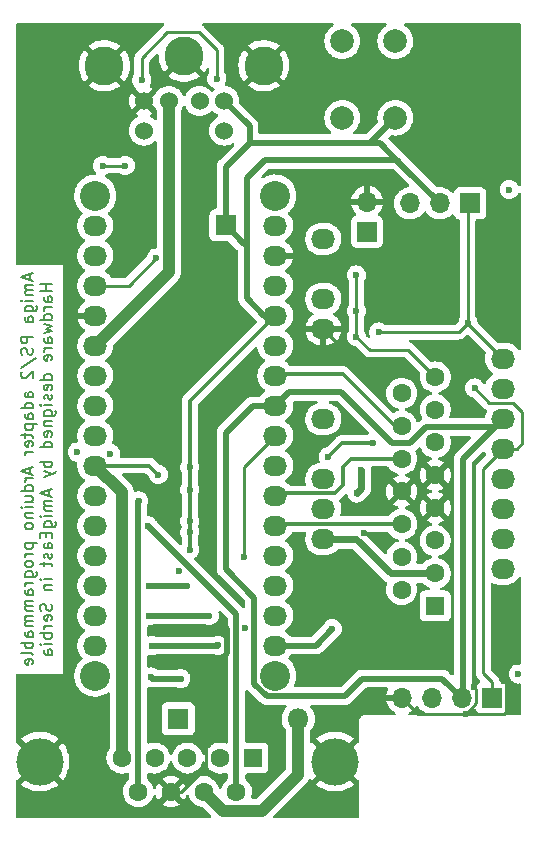
<source format=gbr>
%TF.GenerationSoftware,KiCad,Pcbnew,(6.0.2)*%
%TF.CreationDate,2024-03-24T20:04:16+01:00*%
%TF.ProjectId,amigaps2 revision1.5,616d6967-6170-4733-9220-726576697369,rev?*%
%TF.SameCoordinates,Original*%
%TF.FileFunction,Copper,L2,Bot*%
%TF.FilePolarity,Positive*%
%FSLAX46Y46*%
G04 Gerber Fmt 4.6, Leading zero omitted, Abs format (unit mm)*
G04 Created by KiCad (PCBNEW (6.0.2)) date 2024-03-24 20:04:16*
%MOMM*%
%LPD*%
G01*
G04 APERTURE LIST*
%ADD10C,0.150000*%
%TA.AperFunction,NonConductor*%
%ADD11C,0.150000*%
%TD*%
%TA.AperFunction,ComponentPad*%
%ADD12O,2.032000X1.727200*%
%TD*%
%TA.AperFunction,ComponentPad*%
%ADD13C,2.540000*%
%TD*%
%TA.AperFunction,ComponentPad*%
%ADD14R,1.700000X1.700000*%
%TD*%
%TA.AperFunction,ComponentPad*%
%ADD15O,1.700000X1.700000*%
%TD*%
%TA.AperFunction,ComponentPad*%
%ADD16C,1.600000*%
%TD*%
%TA.AperFunction,ComponentPad*%
%ADD17C,4.000000*%
%TD*%
%TA.AperFunction,ComponentPad*%
%ADD18R,1.600000X1.600000*%
%TD*%
%TA.AperFunction,ComponentPad*%
%ADD19R,1.800000X1.800000*%
%TD*%
%TA.AperFunction,ComponentPad*%
%ADD20O,1.800000X1.800000*%
%TD*%
%TA.AperFunction,ComponentPad*%
%ADD21C,1.524000*%
%TD*%
%TA.AperFunction,ComponentPad*%
%ADD22C,3.300000*%
%TD*%
%TA.AperFunction,ComponentPad*%
%ADD23C,2.000000*%
%TD*%
%TA.AperFunction,ViaPad*%
%ADD24C,0.600000*%
%TD*%
%TA.AperFunction,Conductor*%
%ADD25C,1.000000*%
%TD*%
%TA.AperFunction,Conductor*%
%ADD26C,0.500000*%
%TD*%
%TA.AperFunction,Conductor*%
%ADD27C,0.250000*%
%TD*%
%TA.AperFunction,Conductor*%
%ADD28C,0.300000*%
%TD*%
%TA.AperFunction,Conductor*%
%ADD29C,0.600000*%
%TD*%
%TA.AperFunction,Conductor*%
%ADD30C,0.350000*%
%TD*%
G04 APERTURE END LIST*
D10*
D11*
X133881666Y-75376190D02*
X133881666Y-75852380D01*
X134167380Y-75280952D02*
X133167380Y-75614285D01*
X134167380Y-75947619D01*
X134167380Y-76280952D02*
X133500714Y-76280952D01*
X133595952Y-76280952D02*
X133548333Y-76328571D01*
X133500714Y-76423809D01*
X133500714Y-76566666D01*
X133548333Y-76661904D01*
X133643571Y-76709523D01*
X134167380Y-76709523D01*
X133643571Y-76709523D02*
X133548333Y-76757142D01*
X133500714Y-76852380D01*
X133500714Y-76995238D01*
X133548333Y-77090476D01*
X133643571Y-77138095D01*
X134167380Y-77138095D01*
X134167380Y-77614285D02*
X133500714Y-77614285D01*
X133167380Y-77614285D02*
X133215000Y-77566666D01*
X133262619Y-77614285D01*
X133215000Y-77661904D01*
X133167380Y-77614285D01*
X133262619Y-77614285D01*
X133500714Y-78519047D02*
X134310238Y-78519047D01*
X134405476Y-78471428D01*
X134453095Y-78423809D01*
X134500714Y-78328571D01*
X134500714Y-78185714D01*
X134453095Y-78090476D01*
X134119761Y-78519047D02*
X134167380Y-78423809D01*
X134167380Y-78233333D01*
X134119761Y-78138095D01*
X134072142Y-78090476D01*
X133976904Y-78042857D01*
X133691190Y-78042857D01*
X133595952Y-78090476D01*
X133548333Y-78138095D01*
X133500714Y-78233333D01*
X133500714Y-78423809D01*
X133548333Y-78519047D01*
X134167380Y-79423809D02*
X133643571Y-79423809D01*
X133548333Y-79376190D01*
X133500714Y-79280952D01*
X133500714Y-79090476D01*
X133548333Y-78995238D01*
X134119761Y-79423809D02*
X134167380Y-79328571D01*
X134167380Y-79090476D01*
X134119761Y-78995238D01*
X134024523Y-78947619D01*
X133929285Y-78947619D01*
X133834047Y-78995238D01*
X133786428Y-79090476D01*
X133786428Y-79328571D01*
X133738809Y-79423809D01*
X134167380Y-80661904D02*
X133167380Y-80661904D01*
X133167380Y-81042857D01*
X133215000Y-81138095D01*
X133262619Y-81185714D01*
X133357857Y-81233333D01*
X133500714Y-81233333D01*
X133595952Y-81185714D01*
X133643571Y-81138095D01*
X133691190Y-81042857D01*
X133691190Y-80661904D01*
X134119761Y-81614285D02*
X134167380Y-81757142D01*
X134167380Y-81995238D01*
X134119761Y-82090476D01*
X134072142Y-82138095D01*
X133976904Y-82185714D01*
X133881666Y-82185714D01*
X133786428Y-82138095D01*
X133738809Y-82090476D01*
X133691190Y-81995238D01*
X133643571Y-81804761D01*
X133595952Y-81709523D01*
X133548333Y-81661904D01*
X133453095Y-81614285D01*
X133357857Y-81614285D01*
X133262619Y-81661904D01*
X133215000Y-81709523D01*
X133167380Y-81804761D01*
X133167380Y-82042857D01*
X133215000Y-82185714D01*
X133119761Y-83328571D02*
X134405476Y-82471428D01*
X133262619Y-83614285D02*
X133215000Y-83661904D01*
X133167380Y-83757142D01*
X133167380Y-83995238D01*
X133215000Y-84090476D01*
X133262619Y-84138095D01*
X133357857Y-84185714D01*
X133453095Y-84185714D01*
X133595952Y-84138095D01*
X134167380Y-83566666D01*
X134167380Y-84185714D01*
X134167380Y-85804761D02*
X133643571Y-85804761D01*
X133548333Y-85757142D01*
X133500714Y-85661904D01*
X133500714Y-85471428D01*
X133548333Y-85376190D01*
X134119761Y-85804761D02*
X134167380Y-85709523D01*
X134167380Y-85471428D01*
X134119761Y-85376190D01*
X134024523Y-85328571D01*
X133929285Y-85328571D01*
X133834047Y-85376190D01*
X133786428Y-85471428D01*
X133786428Y-85709523D01*
X133738809Y-85804761D01*
X134167380Y-86709523D02*
X133167380Y-86709523D01*
X134119761Y-86709523D02*
X134167380Y-86614285D01*
X134167380Y-86423809D01*
X134119761Y-86328571D01*
X134072142Y-86280952D01*
X133976904Y-86233333D01*
X133691190Y-86233333D01*
X133595952Y-86280952D01*
X133548333Y-86328571D01*
X133500714Y-86423809D01*
X133500714Y-86614285D01*
X133548333Y-86709523D01*
X134167380Y-87614285D02*
X133643571Y-87614285D01*
X133548333Y-87566666D01*
X133500714Y-87471428D01*
X133500714Y-87280952D01*
X133548333Y-87185714D01*
X134119761Y-87614285D02*
X134167380Y-87519047D01*
X134167380Y-87280952D01*
X134119761Y-87185714D01*
X134024523Y-87138095D01*
X133929285Y-87138095D01*
X133834047Y-87185714D01*
X133786428Y-87280952D01*
X133786428Y-87519047D01*
X133738809Y-87614285D01*
X133500714Y-88090476D02*
X134500714Y-88090476D01*
X133548333Y-88090476D02*
X133500714Y-88185714D01*
X133500714Y-88376190D01*
X133548333Y-88471428D01*
X133595952Y-88519047D01*
X133691190Y-88566666D01*
X133976904Y-88566666D01*
X134072142Y-88519047D01*
X134119761Y-88471428D01*
X134167380Y-88376190D01*
X134167380Y-88185714D01*
X134119761Y-88090476D01*
X133500714Y-88852380D02*
X133500714Y-89233333D01*
X133167380Y-88995238D02*
X134024523Y-88995238D01*
X134119761Y-89042857D01*
X134167380Y-89138095D01*
X134167380Y-89233333D01*
X134119761Y-89947619D02*
X134167380Y-89852380D01*
X134167380Y-89661904D01*
X134119761Y-89566666D01*
X134024523Y-89519047D01*
X133643571Y-89519047D01*
X133548333Y-89566666D01*
X133500714Y-89661904D01*
X133500714Y-89852380D01*
X133548333Y-89947619D01*
X133643571Y-89995238D01*
X133738809Y-89995238D01*
X133834047Y-89519047D01*
X134167380Y-90423809D02*
X133500714Y-90423809D01*
X133691190Y-90423809D02*
X133595952Y-90471428D01*
X133548333Y-90519047D01*
X133500714Y-90614285D01*
X133500714Y-90709523D01*
X133881666Y-91757142D02*
X133881666Y-92233333D01*
X134167380Y-91661904D02*
X133167380Y-91995238D01*
X134167380Y-92328571D01*
X134167380Y-92661904D02*
X133500714Y-92661904D01*
X133691190Y-92661904D02*
X133595952Y-92709523D01*
X133548333Y-92757142D01*
X133500714Y-92852380D01*
X133500714Y-92947619D01*
X134167380Y-93709523D02*
X133167380Y-93709523D01*
X134119761Y-93709523D02*
X134167380Y-93614285D01*
X134167380Y-93423809D01*
X134119761Y-93328571D01*
X134072142Y-93280952D01*
X133976904Y-93233333D01*
X133691190Y-93233333D01*
X133595952Y-93280952D01*
X133548333Y-93328571D01*
X133500714Y-93423809D01*
X133500714Y-93614285D01*
X133548333Y-93709523D01*
X133500714Y-94614285D02*
X134167380Y-94614285D01*
X133500714Y-94185714D02*
X134024523Y-94185714D01*
X134119761Y-94233333D01*
X134167380Y-94328571D01*
X134167380Y-94471428D01*
X134119761Y-94566666D01*
X134072142Y-94614285D01*
X134167380Y-95090476D02*
X133500714Y-95090476D01*
X133167380Y-95090476D02*
X133215000Y-95042857D01*
X133262619Y-95090476D01*
X133215000Y-95138095D01*
X133167380Y-95090476D01*
X133262619Y-95090476D01*
X133500714Y-95566666D02*
X134167380Y-95566666D01*
X133595952Y-95566666D02*
X133548333Y-95614285D01*
X133500714Y-95709523D01*
X133500714Y-95852380D01*
X133548333Y-95947619D01*
X133643571Y-95995238D01*
X134167380Y-95995238D01*
X134167380Y-96614285D02*
X134119761Y-96519047D01*
X134072142Y-96471428D01*
X133976904Y-96423809D01*
X133691190Y-96423809D01*
X133595952Y-96471428D01*
X133548333Y-96519047D01*
X133500714Y-96614285D01*
X133500714Y-96757142D01*
X133548333Y-96852380D01*
X133595952Y-96899999D01*
X133691190Y-96947619D01*
X133976904Y-96947619D01*
X134072142Y-96899999D01*
X134119761Y-96852380D01*
X134167380Y-96757142D01*
X134167380Y-96614285D01*
X133500714Y-98138095D02*
X134500714Y-98138095D01*
X133548333Y-98138095D02*
X133500714Y-98233333D01*
X133500714Y-98423809D01*
X133548333Y-98519047D01*
X133595952Y-98566666D01*
X133691190Y-98614285D01*
X133976904Y-98614285D01*
X134072142Y-98566666D01*
X134119761Y-98519047D01*
X134167380Y-98423809D01*
X134167380Y-98233333D01*
X134119761Y-98138095D01*
X134167380Y-99042857D02*
X133500714Y-99042857D01*
X133691190Y-99042857D02*
X133595952Y-99090476D01*
X133548333Y-99138095D01*
X133500714Y-99233333D01*
X133500714Y-99328571D01*
X134167380Y-99804761D02*
X134119761Y-99709523D01*
X134072142Y-99661904D01*
X133976904Y-99614285D01*
X133691190Y-99614285D01*
X133595952Y-99661904D01*
X133548333Y-99709523D01*
X133500714Y-99804761D01*
X133500714Y-99947619D01*
X133548333Y-100042857D01*
X133595952Y-100090476D01*
X133691190Y-100138095D01*
X133976904Y-100138095D01*
X134072142Y-100090476D01*
X134119761Y-100042857D01*
X134167380Y-99947619D01*
X134167380Y-99804761D01*
X133500714Y-100995238D02*
X134310238Y-100995238D01*
X134405476Y-100947619D01*
X134453095Y-100899999D01*
X134500714Y-100804761D01*
X134500714Y-100661904D01*
X134453095Y-100566666D01*
X134119761Y-100995238D02*
X134167380Y-100899999D01*
X134167380Y-100709523D01*
X134119761Y-100614285D01*
X134072142Y-100566666D01*
X133976904Y-100519047D01*
X133691190Y-100519047D01*
X133595952Y-100566666D01*
X133548333Y-100614285D01*
X133500714Y-100709523D01*
X133500714Y-100899999D01*
X133548333Y-100995238D01*
X134167380Y-101471428D02*
X133500714Y-101471428D01*
X133691190Y-101471428D02*
X133595952Y-101519047D01*
X133548333Y-101566666D01*
X133500714Y-101661904D01*
X133500714Y-101757142D01*
X134167380Y-102519047D02*
X133643571Y-102519047D01*
X133548333Y-102471428D01*
X133500714Y-102376190D01*
X133500714Y-102185714D01*
X133548333Y-102090476D01*
X134119761Y-102519047D02*
X134167380Y-102423809D01*
X134167380Y-102185714D01*
X134119761Y-102090476D01*
X134024523Y-102042857D01*
X133929285Y-102042857D01*
X133834047Y-102090476D01*
X133786428Y-102185714D01*
X133786428Y-102423809D01*
X133738809Y-102519047D01*
X134167380Y-102995238D02*
X133500714Y-102995238D01*
X133595952Y-102995238D02*
X133548333Y-103042857D01*
X133500714Y-103138095D01*
X133500714Y-103280952D01*
X133548333Y-103376190D01*
X133643571Y-103423809D01*
X134167380Y-103423809D01*
X133643571Y-103423809D02*
X133548333Y-103471428D01*
X133500714Y-103566666D01*
X133500714Y-103709523D01*
X133548333Y-103804761D01*
X133643571Y-103852380D01*
X134167380Y-103852380D01*
X134167380Y-104328571D02*
X133500714Y-104328571D01*
X133595952Y-104328571D02*
X133548333Y-104376190D01*
X133500714Y-104471428D01*
X133500714Y-104614285D01*
X133548333Y-104709523D01*
X133643571Y-104757142D01*
X134167380Y-104757142D01*
X133643571Y-104757142D02*
X133548333Y-104804761D01*
X133500714Y-104899999D01*
X133500714Y-105042857D01*
X133548333Y-105138095D01*
X133643571Y-105185714D01*
X134167380Y-105185714D01*
X134167380Y-106090476D02*
X133643571Y-106090476D01*
X133548333Y-106042857D01*
X133500714Y-105947619D01*
X133500714Y-105757142D01*
X133548333Y-105661904D01*
X134119761Y-106090476D02*
X134167380Y-105995238D01*
X134167380Y-105757142D01*
X134119761Y-105661904D01*
X134024523Y-105614285D01*
X133929285Y-105614285D01*
X133834047Y-105661904D01*
X133786428Y-105757142D01*
X133786428Y-105995238D01*
X133738809Y-106090476D01*
X134167380Y-106566666D02*
X133167380Y-106566666D01*
X133548333Y-106566666D02*
X133500714Y-106661904D01*
X133500714Y-106852380D01*
X133548333Y-106947619D01*
X133595952Y-106995238D01*
X133691190Y-107042857D01*
X133976904Y-107042857D01*
X134072142Y-106995238D01*
X134119761Y-106947619D01*
X134167380Y-106852380D01*
X134167380Y-106661904D01*
X134119761Y-106566666D01*
X134167380Y-107614285D02*
X134119761Y-107519047D01*
X134024523Y-107471428D01*
X133167380Y-107471428D01*
X134119761Y-108376190D02*
X134167380Y-108280952D01*
X134167380Y-108090476D01*
X134119761Y-107995238D01*
X134024523Y-107947619D01*
X133643571Y-107947619D01*
X133548333Y-107995238D01*
X133500714Y-108090476D01*
X133500714Y-108280952D01*
X133548333Y-108376190D01*
X133643571Y-108423809D01*
X133738809Y-108423809D01*
X133834047Y-107947619D01*
X135777380Y-76209523D02*
X134777380Y-76209523D01*
X135253571Y-76209523D02*
X135253571Y-76780952D01*
X135777380Y-76780952D02*
X134777380Y-76780952D01*
X135777380Y-77685714D02*
X135253571Y-77685714D01*
X135158333Y-77638095D01*
X135110714Y-77542857D01*
X135110714Y-77352380D01*
X135158333Y-77257142D01*
X135729761Y-77685714D02*
X135777380Y-77590476D01*
X135777380Y-77352380D01*
X135729761Y-77257142D01*
X135634523Y-77209523D01*
X135539285Y-77209523D01*
X135444047Y-77257142D01*
X135396428Y-77352380D01*
X135396428Y-77590476D01*
X135348809Y-77685714D01*
X135777380Y-78161904D02*
X135110714Y-78161904D01*
X135301190Y-78161904D02*
X135205952Y-78209523D01*
X135158333Y-78257142D01*
X135110714Y-78352380D01*
X135110714Y-78447619D01*
X135777380Y-79209523D02*
X134777380Y-79209523D01*
X135729761Y-79209523D02*
X135777380Y-79114285D01*
X135777380Y-78923809D01*
X135729761Y-78828571D01*
X135682142Y-78780952D01*
X135586904Y-78733333D01*
X135301190Y-78733333D01*
X135205952Y-78780952D01*
X135158333Y-78828571D01*
X135110714Y-78923809D01*
X135110714Y-79114285D01*
X135158333Y-79209523D01*
X135110714Y-79590476D02*
X135777380Y-79780952D01*
X135301190Y-79971428D01*
X135777380Y-80161904D01*
X135110714Y-80352380D01*
X135777380Y-81161904D02*
X135253571Y-81161904D01*
X135158333Y-81114285D01*
X135110714Y-81019047D01*
X135110714Y-80828571D01*
X135158333Y-80733333D01*
X135729761Y-81161904D02*
X135777380Y-81066666D01*
X135777380Y-80828571D01*
X135729761Y-80733333D01*
X135634523Y-80685714D01*
X135539285Y-80685714D01*
X135444047Y-80733333D01*
X135396428Y-80828571D01*
X135396428Y-81066666D01*
X135348809Y-81161904D01*
X135777380Y-81638095D02*
X135110714Y-81638095D01*
X135301190Y-81638095D02*
X135205952Y-81685714D01*
X135158333Y-81733333D01*
X135110714Y-81828571D01*
X135110714Y-81923809D01*
X135729761Y-82638095D02*
X135777380Y-82542857D01*
X135777380Y-82352380D01*
X135729761Y-82257142D01*
X135634523Y-82209523D01*
X135253571Y-82209523D01*
X135158333Y-82257142D01*
X135110714Y-82352380D01*
X135110714Y-82542857D01*
X135158333Y-82638095D01*
X135253571Y-82685714D01*
X135348809Y-82685714D01*
X135444047Y-82209523D01*
X135777380Y-84304761D02*
X134777380Y-84304761D01*
X135729761Y-84304761D02*
X135777380Y-84209523D01*
X135777380Y-84019047D01*
X135729761Y-83923809D01*
X135682142Y-83876190D01*
X135586904Y-83828571D01*
X135301190Y-83828571D01*
X135205952Y-83876190D01*
X135158333Y-83923809D01*
X135110714Y-84019047D01*
X135110714Y-84209523D01*
X135158333Y-84304761D01*
X135729761Y-85161904D02*
X135777380Y-85066666D01*
X135777380Y-84876190D01*
X135729761Y-84780952D01*
X135634523Y-84733333D01*
X135253571Y-84733333D01*
X135158333Y-84780952D01*
X135110714Y-84876190D01*
X135110714Y-85066666D01*
X135158333Y-85161904D01*
X135253571Y-85209523D01*
X135348809Y-85209523D01*
X135444047Y-84733333D01*
X135729761Y-85590476D02*
X135777380Y-85685714D01*
X135777380Y-85876190D01*
X135729761Y-85971428D01*
X135634523Y-86019047D01*
X135586904Y-86019047D01*
X135491666Y-85971428D01*
X135444047Y-85876190D01*
X135444047Y-85733333D01*
X135396428Y-85638095D01*
X135301190Y-85590476D01*
X135253571Y-85590476D01*
X135158333Y-85638095D01*
X135110714Y-85733333D01*
X135110714Y-85876190D01*
X135158333Y-85971428D01*
X135777380Y-86447619D02*
X135110714Y-86447619D01*
X134777380Y-86447619D02*
X134825000Y-86400000D01*
X134872619Y-86447619D01*
X134825000Y-86495238D01*
X134777380Y-86447619D01*
X134872619Y-86447619D01*
X135110714Y-87352380D02*
X135920238Y-87352380D01*
X136015476Y-87304761D01*
X136063095Y-87257142D01*
X136110714Y-87161904D01*
X136110714Y-87019047D01*
X136063095Y-86923809D01*
X135729761Y-87352380D02*
X135777380Y-87257142D01*
X135777380Y-87066666D01*
X135729761Y-86971428D01*
X135682142Y-86923809D01*
X135586904Y-86876190D01*
X135301190Y-86876190D01*
X135205952Y-86923809D01*
X135158333Y-86971428D01*
X135110714Y-87066666D01*
X135110714Y-87257142D01*
X135158333Y-87352380D01*
X135110714Y-87828571D02*
X135777380Y-87828571D01*
X135205952Y-87828571D02*
X135158333Y-87876190D01*
X135110714Y-87971428D01*
X135110714Y-88114285D01*
X135158333Y-88209523D01*
X135253571Y-88257142D01*
X135777380Y-88257142D01*
X135729761Y-89114285D02*
X135777380Y-89019047D01*
X135777380Y-88828571D01*
X135729761Y-88733333D01*
X135634523Y-88685714D01*
X135253571Y-88685714D01*
X135158333Y-88733333D01*
X135110714Y-88828571D01*
X135110714Y-89019047D01*
X135158333Y-89114285D01*
X135253571Y-89161904D01*
X135348809Y-89161904D01*
X135444047Y-88685714D01*
X135777380Y-90019047D02*
X134777380Y-90019047D01*
X135729761Y-90019047D02*
X135777380Y-89923809D01*
X135777380Y-89733333D01*
X135729761Y-89638095D01*
X135682142Y-89590476D01*
X135586904Y-89542857D01*
X135301190Y-89542857D01*
X135205952Y-89590476D01*
X135158333Y-89638095D01*
X135110714Y-89733333D01*
X135110714Y-89923809D01*
X135158333Y-90019047D01*
X135777380Y-91257142D02*
X134777380Y-91257142D01*
X135158333Y-91257142D02*
X135110714Y-91352380D01*
X135110714Y-91542857D01*
X135158333Y-91638095D01*
X135205952Y-91685714D01*
X135301190Y-91733333D01*
X135586904Y-91733333D01*
X135682142Y-91685714D01*
X135729761Y-91638095D01*
X135777380Y-91542857D01*
X135777380Y-91352380D01*
X135729761Y-91257142D01*
X135110714Y-92066666D02*
X135777380Y-92304761D01*
X135110714Y-92542857D02*
X135777380Y-92304761D01*
X136015476Y-92209523D01*
X136063095Y-92161904D01*
X136110714Y-92066666D01*
X135491666Y-93638095D02*
X135491666Y-94114285D01*
X135777380Y-93542857D02*
X134777380Y-93876190D01*
X135777380Y-94209523D01*
X135777380Y-94542857D02*
X135110714Y-94542857D01*
X135205952Y-94542857D02*
X135158333Y-94590476D01*
X135110714Y-94685714D01*
X135110714Y-94828571D01*
X135158333Y-94923809D01*
X135253571Y-94971428D01*
X135777380Y-94971428D01*
X135253571Y-94971428D02*
X135158333Y-95019047D01*
X135110714Y-95114285D01*
X135110714Y-95257142D01*
X135158333Y-95352380D01*
X135253571Y-95399999D01*
X135777380Y-95399999D01*
X135777380Y-95876190D02*
X135110714Y-95876190D01*
X134777380Y-95876190D02*
X134825000Y-95828571D01*
X134872619Y-95876190D01*
X134825000Y-95923809D01*
X134777380Y-95876190D01*
X134872619Y-95876190D01*
X135110714Y-96780952D02*
X135920238Y-96780952D01*
X136015476Y-96733333D01*
X136063095Y-96685714D01*
X136110714Y-96590476D01*
X136110714Y-96447619D01*
X136063095Y-96352380D01*
X135729761Y-96780952D02*
X135777380Y-96685714D01*
X135777380Y-96495238D01*
X135729761Y-96399999D01*
X135682142Y-96352380D01*
X135586904Y-96304761D01*
X135301190Y-96304761D01*
X135205952Y-96352380D01*
X135158333Y-96399999D01*
X135110714Y-96495238D01*
X135110714Y-96685714D01*
X135158333Y-96780952D01*
X135253571Y-97257142D02*
X135253571Y-97590476D01*
X135777380Y-97733333D02*
X135777380Y-97257142D01*
X134777380Y-97257142D01*
X134777380Y-97733333D01*
X135777380Y-98590476D02*
X135253571Y-98590476D01*
X135158333Y-98542857D01*
X135110714Y-98447619D01*
X135110714Y-98257142D01*
X135158333Y-98161904D01*
X135729761Y-98590476D02*
X135777380Y-98495238D01*
X135777380Y-98257142D01*
X135729761Y-98161904D01*
X135634523Y-98114285D01*
X135539285Y-98114285D01*
X135444047Y-98161904D01*
X135396428Y-98257142D01*
X135396428Y-98495238D01*
X135348809Y-98590476D01*
X135729761Y-99019047D02*
X135777380Y-99114285D01*
X135777380Y-99304761D01*
X135729761Y-99399999D01*
X135634523Y-99447619D01*
X135586904Y-99447619D01*
X135491666Y-99399999D01*
X135444047Y-99304761D01*
X135444047Y-99161904D01*
X135396428Y-99066666D01*
X135301190Y-99019047D01*
X135253571Y-99019047D01*
X135158333Y-99066666D01*
X135110714Y-99161904D01*
X135110714Y-99304761D01*
X135158333Y-99399999D01*
X135110714Y-99733333D02*
X135110714Y-100114285D01*
X134777380Y-99876190D02*
X135634523Y-99876190D01*
X135729761Y-99923809D01*
X135777380Y-100019047D01*
X135777380Y-100114285D01*
X135777380Y-101209523D02*
X135110714Y-101209523D01*
X134777380Y-101209523D02*
X134825000Y-101161904D01*
X134872619Y-101209523D01*
X134825000Y-101257142D01*
X134777380Y-101209523D01*
X134872619Y-101209523D01*
X135110714Y-101685714D02*
X135777380Y-101685714D01*
X135205952Y-101685714D02*
X135158333Y-101733333D01*
X135110714Y-101828571D01*
X135110714Y-101971428D01*
X135158333Y-102066666D01*
X135253571Y-102114285D01*
X135777380Y-102114285D01*
X135729761Y-103304761D02*
X135777380Y-103447619D01*
X135777380Y-103685714D01*
X135729761Y-103780952D01*
X135682142Y-103828571D01*
X135586904Y-103876190D01*
X135491666Y-103876190D01*
X135396428Y-103828571D01*
X135348809Y-103780952D01*
X135301190Y-103685714D01*
X135253571Y-103495238D01*
X135205952Y-103399999D01*
X135158333Y-103352380D01*
X135063095Y-103304761D01*
X134967857Y-103304761D01*
X134872619Y-103352380D01*
X134825000Y-103399999D01*
X134777380Y-103495238D01*
X134777380Y-103733333D01*
X134825000Y-103876190D01*
X135729761Y-104685714D02*
X135777380Y-104590476D01*
X135777380Y-104399999D01*
X135729761Y-104304761D01*
X135634523Y-104257142D01*
X135253571Y-104257142D01*
X135158333Y-104304761D01*
X135110714Y-104399999D01*
X135110714Y-104590476D01*
X135158333Y-104685714D01*
X135253571Y-104733333D01*
X135348809Y-104733333D01*
X135444047Y-104257142D01*
X135777380Y-105161904D02*
X135110714Y-105161904D01*
X135301190Y-105161904D02*
X135205952Y-105209523D01*
X135158333Y-105257142D01*
X135110714Y-105352380D01*
X135110714Y-105447619D01*
X135777380Y-105780952D02*
X134777380Y-105780952D01*
X135158333Y-105780952D02*
X135110714Y-105876190D01*
X135110714Y-106066666D01*
X135158333Y-106161904D01*
X135205952Y-106209523D01*
X135301190Y-106257142D01*
X135586904Y-106257142D01*
X135682142Y-106209523D01*
X135729761Y-106161904D01*
X135777380Y-106066666D01*
X135777380Y-105876190D01*
X135729761Y-105780952D01*
X135777380Y-106685714D02*
X135110714Y-106685714D01*
X134777380Y-106685714D02*
X134825000Y-106638095D01*
X134872619Y-106685714D01*
X134825000Y-106733333D01*
X134777380Y-106685714D01*
X134872619Y-106685714D01*
X135777380Y-107590476D02*
X135253571Y-107590476D01*
X135158333Y-107542857D01*
X135110714Y-107447619D01*
X135110714Y-107257142D01*
X135158333Y-107161904D01*
X135729761Y-107590476D02*
X135777380Y-107495238D01*
X135777380Y-107257142D01*
X135729761Y-107161904D01*
X135634523Y-107114285D01*
X135539285Y-107114285D01*
X135444047Y-107161904D01*
X135396428Y-107257142D01*
X135396428Y-107495238D01*
X135348809Y-107590476D01*
D12*
%TO.P,P1,1*%
%TO.N,/1(Tx)*%
X139446000Y-71247000D03*
%TO.P,P1,2*%
%TO.N,/0(Rx)*%
X139446000Y-73787000D03*
%TO.P,P1,3*%
%TO.N,/Reset*%
X139446000Y-76327000D03*
%TO.P,P1,4*%
%TO.N,GND*%
X139446000Y-78867000D03*
%TO.P,P1,5*%
%TO.N,/2*%
X139446000Y-81407000D03*
%TO.P,P1,6*%
%TO.N,/3(\u002A\u002A)*%
X139446000Y-83947000D03*
%TO.P,P1,7*%
%TO.N,/4*%
X139446000Y-86487000D03*
%TO.P,P1,9*%
%TO.N,/6(\u002A\u002A)*%
X139446000Y-91567000D03*
%TO.P,P1,10*%
%TO.N,/7*%
X139446000Y-94107000D03*
%TO.P,P1,11*%
%TO.N,/8*%
X139446000Y-96647000D03*
%TO.P,P1,12*%
%TO.N,/9(\u002A\u002A)*%
X139446000Y-99187000D03*
%TO.P,P1,13*%
%TO.N,/10(\u002A\u002A/SS)*%
X139446000Y-101727000D03*
%TO.P,P1,14*%
%TO.N,/11(\u002A\u002A/MOSI)*%
X139446000Y-104267000D03*
%TO.P,P1,15*%
%TO.N,/12(MISO)*%
X139446000Y-106807000D03*
%TO.P,P1,D5*%
%TO.N,5*%
X139446000Y-89027000D03*
%TD*%
%TO.P,P2,1*%
%TO.N,/Vin*%
X154686000Y-71247000D03*
%TO.P,P2,2*%
%TO.N,GND*%
X154686000Y-73787000D03*
%TO.P,P2,3*%
%TO.N,/Reset*%
X154686000Y-76327000D03*
%TO.P,P2,4*%
%TO.N,+5V*%
X154686000Y-78867000D03*
%TO.P,P2,5*%
%TO.N,/A7*%
X154686000Y-81407000D03*
%TO.P,P2,6*%
%TO.N,/A6*%
X154686000Y-83947000D03*
%TO.P,P2,7*%
%TO.N,/A5*%
X154686000Y-86487000D03*
%TO.P,P2,8*%
%TO.N,/A4*%
X154686000Y-89027000D03*
%TO.P,P2,9*%
%TO.N,/A3*%
X154686000Y-91567000D03*
%TO.P,P2,10*%
%TO.N,/A2*%
X154686000Y-94107000D03*
%TO.P,P2,11*%
%TO.N,/A1*%
X154686000Y-96647000D03*
%TO.P,P2,12*%
%TO.N,/A0*%
X154686000Y-99187000D03*
%TO.P,P2,13*%
%TO.N,/AREF*%
X154686000Y-101727000D03*
%TO.P,P2,14*%
%TO.N,+3V3*%
X154686000Y-104267000D03*
%TO.P,P2,15*%
%TO.N,/13(SCK)*%
X154686000Y-106807000D03*
%TD*%
D13*
%TO.P,P3,1*%
%TO.N,Net-(P3-Pad1)*%
X139446000Y-68707000D03*
%TD*%
%TO.P,P4,1*%
%TO.N,Net-(P4-Pad1)*%
X139446000Y-109347000D03*
%TD*%
%TO.P,P5,1*%
%TO.N,Net-(P5-Pad1)*%
X154686000Y-109347000D03*
%TD*%
%TO.P,P6,1*%
%TO.N,Net-(P6-Pad1)*%
X154686000Y-68707000D03*
%TD*%
D12*
%TO.P,,A1*%
%TO.N,/A1*%
X173959507Y-97770000D03*
%TD*%
%TO.P,,A6*%
%TO.N,/A6*%
X173959507Y-85070000D03*
%TD*%
D14*
%TO.P,REF\u002A\u002A,1*%
%TO.N,/Reset*%
X162458400Y-71780400D03*
D15*
%TO.P,REF\u002A\u002A,2*%
%TO.N,GND*%
X162458400Y-69240400D03*
%TD*%
D16*
%TO.P,,12*%
%TO.N,GND*%
X165384200Y-93759200D03*
%TD*%
D12*
%TO.P,,A2*%
%TO.N,/A2*%
X173959507Y-95230000D03*
%TD*%
%TO.P,,3*%
%TO.N,GND*%
X158750000Y-80010000D03*
%TD*%
D16*
%TO.P,,X2*%
%TO.N,/A1*%
X165384200Y-96529200D03*
%TD*%
D12*
%TO.P,,A0*%
%TO.N,/A0*%
X173959507Y-100310000D03*
%TD*%
%TO.P,,A4*%
%TO.N,/A4*%
X173959507Y-90150000D03*
%TD*%
%TO.P,,A5*%
%TO.N,/A5*%
X173959507Y-87610000D03*
%TD*%
D16*
%TO.P,,9*%
%TO.N,+5V*%
X165384200Y-102069200D03*
%TD*%
D14*
%TO.P,CONFIG,1*%
%TO.N,/A7*%
X171181000Y-69367000D03*
D15*
%TO.P,CONFIG,2*%
%TO.N,+5V*%
X168641000Y-69367000D03*
%TO.P,CONFIG,3*%
%TO.N,/4*%
X166101000Y-69367000D03*
%TD*%
D16*
%TO.P,,Y1*%
%TO.N,/A3*%
X168224200Y-89604200D03*
%TD*%
D12*
%TO.P,,4*%
%TO.N,/4*%
X158750000Y-87630000D03*
%TD*%
D17*
%TO.P,Female DSUB9 connector,0*%
%TO.N,GND*%
X134741000Y-116632000D03*
X159741000Y-116632000D03*
D16*
%TO.P,Female DSUB9 connector,7*%
%TO.N,N/C*%
X148626000Y-119172000D03*
%TO.P,Female DSUB9 connector,8*%
%TO.N,GND*%
X145856000Y-119172000D03*
%TO.P,Female DSUB9 connector,HPulse*%
%TO.N,/11(\u002A\u002A/MOSI)*%
X150011000Y-116332000D03*
%TO.P,Female DSUB9 connector,HQPulse*%
%TO.N,/9(\u002A\u002A)*%
X144471000Y-116332000D03*
%TO.P,Female DSUB9 connector,LMB*%
%TO.N,/8*%
X151396000Y-119172000D03*
%TO.P,Female DSUB9 connector,MMB*%
%TO.N,/6(\u002A\u002A)*%
X141701000Y-116332000D03*
%TO.P,Female DSUB9 connector,RMB*%
%TO.N,/7*%
X143086000Y-119172000D03*
D18*
%TO.P,Female DSUB9 connector,VPulse*%
%TO.N,/12(MISO)*%
X152781000Y-116332000D03*
D16*
%TO.P,Female DSUB9 connector,VQPulse*%
%TO.N,/10(\u002A\u002A/SS)*%
X147241000Y-116332000D03*
%TD*%
D19*
%TO.P,DIODE,1*%
%TO.N,+5V*%
X146470000Y-113010000D03*
D20*
%TO.P,DIODE,2*%
%TO.N,N/C*%
X156630000Y-113010000D03*
%TD*%
D12*
%TO.P,,7*%
%TO.N,5*%
X158750000Y-95250000D03*
%TD*%
D16*
%TO.P,,4*%
%TO.N,GND*%
X168224200Y-95144200D03*
%TD*%
%TO.P,,8*%
%TO.N,+5V*%
X168224200Y-84064200D03*
%TD*%
D21*
%TO.P,J1,3*%
%TO.N,GND*%
X143568000Y-60706000D03*
%TO.P,J1,4*%
%TO.N,+5V*%
X150368000Y-60706000D03*
D22*
%TO.P,J1,7*%
%TO.N,GND*%
X146968000Y-56906000D03*
X140218000Y-57706000D03*
X153718000Y-57706000D03*
D21*
%TO.P,J1,CLK*%
%TO.N,/3(\u002A\u002A)*%
X143568000Y-63206000D03*
%TO.P,J1,CLK2*%
%TO.N,N/C*%
X150368000Y-63206000D03*
%TO.P,J1,DATA*%
%TO.N,/2*%
X145668000Y-60706000D03*
%TO.P,J1,DATA2*%
%TO.N,N/C*%
X148268000Y-60706000D03*
%TD*%
D18*
%TO.P,,1*%
%TO.N,+5V*%
X168224200Y-103454200D03*
%TD*%
D14*
%TO.P,REF\u002A\u002A,1*%
%TO.N,/A4*%
X173024800Y-111252000D03*
D15*
%TO.P,REF\u002A\u002A,2*%
%TO.N,/A5*%
X170484800Y-111252000D03*
%TO.P,REF\u002A\u002A,3*%
%TO.N,+5V*%
X167944800Y-111252000D03*
%TO.P,REF\u002A\u002A,4*%
%TO.N,GND*%
X165404800Y-111252000D03*
%TD*%
D12*
%TO.P,,Reset*%
%TO.N,/Reset*%
X158750000Y-77470000D03*
%TD*%
D16*
%TO.P,,Y2*%
%TO.N,/A2*%
X165384200Y-90989200D03*
%TD*%
D12*
%TO.P,,A7*%
%TO.N,/A7*%
X173959507Y-82530000D03*
%TD*%
D16*
%TO.P,,2*%
%TO.N,/0(Rx)*%
X168224200Y-100684200D03*
%TD*%
D12*
%TO.P,,A3*%
%TO.N,/A3*%
X173959507Y-92690000D03*
%TD*%
%TO.P,,8*%
%TO.N,/0(Rx)*%
X158750000Y-97790000D03*
%TD*%
D16*
%TO.P,,X1*%
%TO.N,/A0*%
X168224200Y-97914200D03*
%TD*%
D23*
%TO.P,MouseDPI,1*%
%TO.N,+5V*%
X164846000Y-62126000D03*
%TO.N,N/C*%
X164846000Y-55626000D03*
%TO.P,MouseDPI,2*%
%TO.N,/1(Tx)*%
X160346000Y-62126000D03*
%TO.N,N/C*%
X160346000Y-55626000D03*
%TD*%
D14*
%TO.P,REF\u002A\u002A,1*%
%TO.N,+5V*%
X150469600Y-71221600D03*
%TD*%
D16*
%TO.P,,10*%
%TO.N,/13(SCK)*%
X165384200Y-99299200D03*
%TD*%
%TO.P,,15*%
%TO.N,N/C*%
X165384200Y-85449200D03*
%TD*%
D12*
%TO.P,,1(Tx)*%
%TO.N,/1(Tx)*%
X158750000Y-72390000D03*
%TD*%
%TO.P,,6*%
%TO.N,/6(\u002A\u002A)*%
X158750000Y-92710000D03*
%TD*%
D16*
%TO.P,,7*%
%TO.N,5*%
X168224200Y-86834200D03*
%TD*%
%TO.P,,14*%
%TO.N,/A6*%
X165384200Y-88219200D03*
%TD*%
%TO.P,,5*%
%TO.N,GND*%
X168224200Y-92374200D03*
%TD*%
D24*
%TO.N,GND*%
X169200000Y-85360000D03*
X170040000Y-84520000D03*
X166430000Y-84020000D03*
X167190000Y-85420000D03*
%TO.N,/13(SCK)*%
X159510000Y-105390000D03*
%TO.N,/1(Tx)*%
X143383000Y-58928000D03*
X149733000Y-58801000D03*
%TO.N,/Reset*%
X144600000Y-74000000D03*
%TO.N,GND*%
X162560000Y-111760000D03*
X149200000Y-94200000D03*
X162600000Y-108600000D03*
X171484300Y-110337745D03*
X157480000Y-86360000D03*
X161671000Y-95504000D03*
X149987000Y-117983000D03*
X148779685Y-117379685D03*
X148350000Y-74850000D03*
X153035000Y-117983000D03*
X162179000Y-97282000D03*
X150495000Y-105283000D03*
X174050000Y-75200000D03*
X148350000Y-79750000D03*
X161290000Y-99060000D03*
X145950000Y-93750000D03*
X161290000Y-82550000D03*
X152146000Y-105283000D03*
X170797810Y-112600000D03*
X149300000Y-90600000D03*
X145950000Y-89600000D03*
X150450000Y-74850000D03*
X148971000Y-115189000D03*
X174015400Y-109829600D03*
X173900000Y-78550000D03*
X150300000Y-107900000D03*
%TO.N,/6(\u002A\u002A)*%
X144780000Y-92329000D03*
%TO.N,5*%
X161582100Y-93891100D03*
X161979781Y-91982878D03*
%TO.N,/7*%
X143120000Y-94560000D03*
%TO.N,/8*%
X143891000Y-96647000D03*
%TO.N,/10(\u002A\u002A/SS)*%
X144018000Y-101727000D03*
X147193000Y-101727000D03*
%TO.N,+5V*%
X137922000Y-90424000D03*
X144145000Y-109474000D03*
X174498000Y-68199000D03*
X140081000Y-66167000D03*
X146500000Y-100500000D03*
X147447000Y-91694000D03*
X147447000Y-96266000D03*
X161544000Y-80645000D03*
X161544000Y-78460600D03*
X147447000Y-98679000D03*
X146685000Y-109601000D03*
X147447000Y-97200000D03*
X141986000Y-66167000D03*
X140716000Y-90551000D03*
X147447000Y-93599000D03*
X161544000Y-75438000D03*
X175260000Y-109220000D03*
%TO.N,/A7*%
X163449000Y-80264000D03*
X171000000Y-79500000D03*
%TO.N,/A4*%
X171550000Y-85000000D03*
X152019000Y-99314000D03*
%TO.N,/A3*%
X159160000Y-90810000D03*
X162941000Y-89662000D03*
%TO.N,/11(\u002A\u002A/MOSI)*%
X149098000Y-104267000D03*
X144018000Y-104267000D03*
%TO.N,/12(MISO)*%
X149847500Y-106800000D03*
X144272000Y-106807000D03*
%TD*%
D25*
%TO.N,*%
X150231000Y-120777000D02*
X148626000Y-119172000D01*
X156591000Y-117729000D02*
X153543000Y-120777000D01*
X153543000Y-120777000D02*
X150231000Y-120777000D01*
X156591000Y-113049000D02*
X156591000Y-117729000D01*
X156630000Y-113010000D02*
X156591000Y-113049000D01*
D26*
%TO.N,/7*%
X143086000Y-94594000D02*
X143086000Y-119172000D01*
X143120000Y-94560000D02*
X143086000Y-94594000D01*
%TO.N,/13(SCK)*%
X158093000Y-106807000D02*
X154686000Y-106807000D01*
X159510000Y-105390000D02*
X158093000Y-106807000D01*
D27*
%TO.N,/1(Tx)*%
X145550000Y-54900000D02*
X143383000Y-57067000D01*
X149733000Y-56403000D02*
X148230000Y-54900000D01*
X148230000Y-54900000D02*
X145550000Y-54900000D01*
X149733000Y-58801000D02*
X149733000Y-56403000D01*
X143383000Y-57067000D02*
X143383000Y-58928000D01*
%TO.N,/Reset*%
X142273000Y-76327000D02*
X139446000Y-76327000D01*
X144600000Y-74000000D02*
X142273000Y-76327000D01*
%TO.N,GND*%
X166752800Y-112600000D02*
X165404800Y-111252000D01*
X171700000Y-110553445D02*
X171700000Y-111697810D01*
X171484300Y-110337745D02*
X171700000Y-110553445D01*
X146728000Y-119172000D02*
X148520315Y-117379685D01*
X158750000Y-80010000D02*
X161290000Y-82550000D01*
X174199311Y-110013511D02*
X174015400Y-109829600D01*
X148520315Y-117379685D02*
X148779685Y-117379685D01*
X170797810Y-112600000D02*
X166752800Y-112600000D01*
X149383000Y-117983000D02*
X149987000Y-117983000D01*
X170901210Y-112496600D02*
X170797810Y-112600000D01*
X162600000Y-108600000D02*
X162560000Y-108560000D01*
X150611511Y-105399511D02*
X150495000Y-105283000D01*
X162560000Y-100330000D02*
X161290000Y-99060000D01*
X150300000Y-107900000D02*
X150300000Y-107764000D01*
X170797810Y-112600000D02*
X174025822Y-112600000D01*
D26*
X150611511Y-107452489D02*
X150611511Y-105399511D01*
X150300000Y-107764000D02*
X150611511Y-107452489D01*
D27*
X148779685Y-115380315D02*
X148971000Y-115189000D01*
X148779685Y-117379685D02*
X149383000Y-117983000D01*
X171700000Y-111697810D02*
X170901210Y-112496600D01*
X145856000Y-119172000D02*
X146728000Y-119172000D01*
X174199311Y-112426511D02*
X174199311Y-110013511D01*
X174025822Y-112600000D02*
X174199311Y-112426511D01*
X162560000Y-108560000D02*
X162560000Y-100330000D01*
X148779685Y-117379685D02*
X148779685Y-115380315D01*
D25*
%TO.N,/2*%
X145668000Y-75185000D02*
X139446000Y-81407000D01*
X145668000Y-60706000D02*
X145668000Y-75185000D01*
D28*
%TO.N,/6(\u002A\u002A)*%
X144780000Y-92329000D02*
X144018000Y-91567000D01*
X144018000Y-91567000D02*
X139446000Y-91567000D01*
D25*
X141701000Y-93822000D02*
X139446000Y-91567000D01*
X141701000Y-116332000D02*
X141701000Y-93822000D01*
D29*
%TO.N,5*%
X161979781Y-93493419D02*
X161582100Y-93891100D01*
X161979781Y-91982878D02*
X161979781Y-93493419D01*
%TO.N,/0(Rx)*%
X168224200Y-100684200D02*
X164438200Y-100684200D01*
X161544000Y-97790000D02*
X158750000Y-97790000D01*
D26*
%TO.N,/8*%
X151396000Y-104152000D02*
X143891000Y-96647000D01*
X151396000Y-119172000D02*
X151396000Y-104152000D01*
D29*
%TO.N,/0(Rx)*%
X164438200Y-100684200D02*
X161544000Y-97790000D01*
D26*
%TO.N,/10(\u002A\u002A/SS)*%
X147193000Y-101727000D02*
X144018000Y-101727000D01*
%TO.N,+5V*%
X163524000Y-64250000D02*
X165537000Y-66263000D01*
D27*
X161544000Y-80645000D02*
X162661600Y-81762600D01*
D26*
X146685000Y-109601000D02*
X144272000Y-109601000D01*
X152300000Y-72800000D02*
X152300000Y-77400000D01*
X153800000Y-65700000D02*
X152300000Y-67200000D01*
X150469600Y-71221600D02*
X150469600Y-66280400D01*
D27*
X141986000Y-66167000D02*
X140081000Y-66167000D01*
D30*
X147447000Y-96266000D02*
X147447000Y-93599000D01*
D27*
X161544000Y-78460600D02*
X161544000Y-75438000D01*
D26*
X152300000Y-72800000D02*
X152048000Y-72800000D01*
D30*
X147447000Y-97200000D02*
X147447000Y-98679000D01*
D26*
X164974000Y-65700000D02*
X153800000Y-65700000D01*
D30*
X147447000Y-96266000D02*
X147447000Y-97200000D01*
D26*
X162722000Y-64250000D02*
X163524000Y-64250000D01*
D27*
X153767000Y-78867000D02*
X154686000Y-78867000D01*
D26*
X168641000Y-69367000D02*
X165537000Y-66263000D01*
X152500000Y-62838000D02*
X150368000Y-60706000D01*
X162722000Y-64250000D02*
X164846000Y-62126000D01*
D27*
X161544000Y-80645000D02*
X161544000Y-78460600D01*
D26*
X150469600Y-66280400D02*
X152500000Y-64250000D01*
D30*
X147447000Y-86106000D02*
X154686000Y-78867000D01*
D26*
X152300000Y-77400000D02*
X153767000Y-78867000D01*
D30*
X147447000Y-91694000D02*
X147447000Y-93599000D01*
D27*
X165922600Y-81762600D02*
X168224200Y-84064200D01*
D30*
X147447000Y-91694000D02*
X147447000Y-86106000D01*
D26*
X152048000Y-72800000D02*
X150469600Y-71221600D01*
D27*
X162661600Y-81762600D02*
X165922600Y-81762600D01*
D26*
X152300000Y-67200000D02*
X152300000Y-72800000D01*
X152500000Y-64250000D02*
X162722000Y-64250000D01*
X152500000Y-64250000D02*
X152500000Y-62838000D01*
X165537000Y-66263000D02*
X164974000Y-65700000D01*
D27*
X144272000Y-109601000D02*
X144145000Y-109474000D01*
%TO.N,/A7*%
X170992800Y-79492800D02*
X170992800Y-69672200D01*
X171000000Y-79570493D02*
X173959507Y-82530000D01*
X170228800Y-80264000D02*
X163449000Y-80264000D01*
X171000000Y-79500000D02*
X170992800Y-79492800D01*
X170992800Y-79500000D02*
X170228800Y-80264000D01*
X171000000Y-79500000D02*
X171000000Y-79570493D01*
D28*
%TO.N,/A6*%
X165384200Y-88219200D02*
X164809200Y-88219200D01*
X160410000Y-83820000D02*
X154813000Y-83820000D01*
X164809200Y-88219200D02*
X160410000Y-83820000D01*
X154813000Y-83820000D02*
X154686000Y-83947000D01*
D26*
%TO.N,/A5*%
X162052000Y-109601000D02*
X160586489Y-111066511D01*
X167480000Y-88300000D02*
X173269507Y-88300000D01*
X170561000Y-91008507D02*
X173959507Y-87610000D01*
X170484800Y-111252000D02*
X168833800Y-109601000D01*
X150495000Y-88773000D02*
X152781000Y-86487000D01*
X166120000Y-89660000D02*
X167480000Y-88300000D01*
X160227925Y-85317925D02*
X164570000Y-89660000D01*
X170561000Y-111175800D02*
X170561000Y-91008507D01*
X153942031Y-111066511D02*
X152908000Y-110032480D01*
X152908000Y-110032480D02*
X152908000Y-102743000D01*
X160586489Y-111066511D02*
X153942031Y-111066511D01*
X150495000Y-100330000D02*
X150495000Y-88773000D01*
X152781000Y-86487000D02*
X154686000Y-86487000D01*
X164570000Y-89660000D02*
X166120000Y-89660000D01*
X155855075Y-85317925D02*
X160227925Y-85317925D01*
X173269507Y-88300000D02*
X173959507Y-87610000D01*
X154686000Y-86487000D02*
X155855075Y-85317925D01*
X168833800Y-109601000D02*
X162052000Y-109601000D01*
X170484800Y-111252000D02*
X170561000Y-111175800D01*
X152908000Y-102743000D02*
X150495000Y-100330000D01*
D27*
%TO.N,/A4*%
X172288200Y-109118400D02*
X172288200Y-91821307D01*
X152019000Y-91694000D02*
X154686000Y-89027000D01*
X173024800Y-109855000D02*
X172288200Y-109118400D01*
X173024800Y-111252000D02*
X173024800Y-109855000D01*
X172808120Y-86258120D02*
X174834552Y-86258120D01*
X152019000Y-99314000D02*
X152019000Y-91694000D01*
X172288200Y-91821307D02*
X173959507Y-90150000D01*
X174834552Y-86258120D02*
X175600000Y-87023568D01*
X171550000Y-85000000D02*
X172808120Y-86258120D01*
X175600000Y-89700000D02*
X175150000Y-90150000D01*
X175600000Y-87023568D02*
X175600000Y-89700000D01*
X175150000Y-90150000D02*
X173959507Y-90150000D01*
D28*
%TO.N,/A3*%
X159160000Y-90810000D02*
X160308000Y-89662000D01*
X160308000Y-89662000D02*
X162941000Y-89662000D01*
%TO.N,/A2*%
X161105800Y-90989200D02*
X160401000Y-91694000D01*
X159695880Y-93923120D02*
X154869880Y-93923120D01*
X160401000Y-91694000D02*
X160401000Y-93218000D01*
X154869880Y-93923120D02*
X154686000Y-94107000D01*
X160401000Y-93218000D02*
X159695880Y-93923120D01*
X165384200Y-90989200D02*
X161105800Y-90989200D01*
%TO.N,/A1*%
X154803800Y-96529200D02*
X154686000Y-96647000D01*
X165384200Y-96529200D02*
X154803800Y-96529200D01*
D26*
%TO.N,/11(\u002A\u002A/MOSI)*%
X149098000Y-104267000D02*
X144018000Y-104267000D01*
%TO.N,/12(MISO)*%
X149840500Y-106807000D02*
X144272000Y-106807000D01*
X149847500Y-106800000D02*
X149840500Y-106807000D01*
%TD*%
%TA.AperFunction,Conductor*%
%TO.N,GND*%
G36*
X164199309Y-110379502D02*
G01*
X164245802Y-110433158D01*
X164255906Y-110503432D01*
X164235276Y-110556505D01*
X164222894Y-110574655D01*
X164217800Y-110583623D01*
X164128138Y-110776783D01*
X164124575Y-110786470D01*
X164069189Y-110986183D01*
X164070712Y-110994607D01*
X164083092Y-110998000D01*
X165532800Y-110998000D01*
X165600921Y-111018002D01*
X165647414Y-111071658D01*
X165658800Y-111124000D01*
X165658800Y-111380000D01*
X165638798Y-111448121D01*
X165585142Y-111494614D01*
X165532800Y-111506000D01*
X164088025Y-111506000D01*
X164074494Y-111509973D01*
X164073057Y-111519966D01*
X164103365Y-111654446D01*
X164106445Y-111664275D01*
X164186570Y-111861603D01*
X164191213Y-111870794D01*
X164302494Y-112052388D01*
X164308577Y-112060699D01*
X164448013Y-112221667D01*
X164455380Y-112228883D01*
X164619234Y-112364916D01*
X164627676Y-112370828D01*
X164798957Y-112470917D01*
X164847680Y-112522556D01*
X164860751Y-112592339D01*
X164834019Y-112658111D01*
X164775972Y-112698989D01*
X164735198Y-112705705D01*
X162872083Y-112702882D01*
X162361665Y-112702108D01*
X162353987Y-112701669D01*
X162347694Y-112700029D01*
X162338726Y-112700294D01*
X162338723Y-112700294D01*
X162283521Y-112701928D01*
X162279605Y-112701983D01*
X162275971Y-112701978D01*
X162254293Y-112701945D01*
X162249854Y-112702574D01*
X162245383Y-112702886D01*
X162245373Y-112702743D01*
X162239716Y-112703225D01*
X162227732Y-112703580D01*
X162202244Y-112704334D01*
X162193713Y-112707105D01*
X162193709Y-112707106D01*
X162185448Y-112709790D01*
X162164188Y-112714710D01*
X162155588Y-112715928D01*
X162155586Y-112715928D01*
X162146702Y-112717187D01*
X162138525Y-112720890D01*
X162112552Y-112732652D01*
X162099500Y-112737709D01*
X162072386Y-112746516D01*
X162072384Y-112746517D01*
X162063847Y-112749290D01*
X162049249Y-112759246D01*
X162030242Y-112769925D01*
X162025246Y-112772188D01*
X162022319Y-112773513D01*
X162022317Y-112773514D01*
X162014145Y-112777215D01*
X162007340Y-112783061D01*
X162007333Y-112783065D01*
X161985711Y-112801639D01*
X161974605Y-112810155D01*
X161951047Y-112826222D01*
X161951043Y-112826226D01*
X161943631Y-112831281D01*
X161937934Y-112838215D01*
X161937932Y-112838217D01*
X161932413Y-112844935D01*
X161917166Y-112860521D01*
X161903765Y-112872033D01*
X161898871Y-112879559D01*
X161883327Y-112903461D01*
X161875057Y-112914752D01*
X161851260Y-112943718D01*
X161847736Y-112951979D01*
X161847735Y-112951980D01*
X161844327Y-112959967D01*
X161834062Y-112979215D01*
X161829328Y-112986494D01*
X161829326Y-112986499D01*
X161824434Y-112994021D01*
X161821850Y-113002614D01*
X161821848Y-113002618D01*
X161813640Y-113029914D01*
X161808871Y-113043075D01*
X161797680Y-113069304D01*
X161797679Y-113069308D01*
X161794158Y-113077561D01*
X161793095Y-113086474D01*
X161793093Y-113086480D01*
X161792064Y-113095104D01*
X161787615Y-113116459D01*
X161787398Y-113117183D01*
X161782529Y-113133372D01*
X161782461Y-113142348D01*
X161782460Y-113142352D01*
X161782243Y-113170851D01*
X161781602Y-113180989D01*
X161781487Y-113183751D01*
X161780911Y-113188580D01*
X161781544Y-113206308D01*
X161781800Y-113213479D01*
X161781876Y-113218936D01*
X161781419Y-113278882D01*
X161783842Y-113287406D01*
X161784872Y-113299476D01*
X161791928Y-113497045D01*
X161792008Y-113501428D01*
X161792479Y-114163891D01*
X161793021Y-114925825D01*
X161773067Y-114993960D01*
X161719445Y-115040491D01*
X161697320Y-115045048D01*
X161673248Y-115058962D01*
X160113022Y-116619188D01*
X160105408Y-116633132D01*
X160105539Y-116634965D01*
X160109790Y-116641580D01*
X161672145Y-118203935D01*
X161708636Y-118223861D01*
X161729830Y-118228471D01*
X161780035Y-118278671D01*
X161795450Y-118338971D01*
X161797548Y-121285488D01*
X161777594Y-121353623D01*
X161723972Y-121400154D01*
X161671464Y-121411578D01*
X157102749Y-121408543D01*
X154643432Y-121406909D01*
X154575325Y-121386862D01*
X154528868Y-121333175D01*
X154518810Y-121262894D01*
X154548346Y-121198333D01*
X154554421Y-121191814D01*
X157168247Y-118577987D01*
X158159721Y-118577987D01*
X158168548Y-118589605D01*
X158391281Y-118751430D01*
X158397961Y-118755670D01*
X158667572Y-118903890D01*
X158674707Y-118907247D01*
X158960770Y-119020508D01*
X158968296Y-119022953D01*
X159266279Y-119099462D01*
X159274050Y-119100945D01*
X159579278Y-119139503D01*
X159587169Y-119140000D01*
X159894831Y-119140000D01*
X159902722Y-119139503D01*
X160207950Y-119100945D01*
X160215721Y-119099462D01*
X160513704Y-119022953D01*
X160521230Y-119020508D01*
X160807293Y-118907247D01*
X160814428Y-118903890D01*
X161084039Y-118755670D01*
X161090719Y-118751430D01*
X161313823Y-118589336D01*
X161322246Y-118578413D01*
X161315342Y-118565552D01*
X159753812Y-117004022D01*
X159739868Y-116996408D01*
X159738035Y-116996539D01*
X159731420Y-117000790D01*
X158166334Y-118565876D01*
X158159721Y-118577987D01*
X157168247Y-118577987D01*
X157260379Y-118485855D01*
X157270522Y-118476753D01*
X157295218Y-118456897D01*
X157300025Y-118453032D01*
X157332292Y-118414578D01*
X157335472Y-118410931D01*
X157337115Y-118409119D01*
X157339309Y-118406925D01*
X157366642Y-118373651D01*
X157367348Y-118372800D01*
X157405192Y-118327700D01*
X157427154Y-118301526D01*
X157429722Y-118296856D01*
X157433103Y-118292739D01*
X157470035Y-118223861D01*
X157476977Y-118210914D01*
X157477606Y-118209755D01*
X157513507Y-118144450D01*
X157563852Y-118094391D01*
X157633269Y-118079497D01*
X157699718Y-118104497D01*
X157721007Y-118124835D01*
X157785497Y-118202790D01*
X157798014Y-118211245D01*
X157808752Y-118205038D01*
X159368978Y-116644812D01*
X159376592Y-116630868D01*
X159376461Y-116629035D01*
X159372210Y-116622420D01*
X157809855Y-115060065D01*
X157795911Y-115052451D01*
X157795534Y-115052478D01*
X157731436Y-115074628D01*
X157662449Y-115057858D01*
X157613480Y-115006452D01*
X157599500Y-114948768D01*
X157599500Y-114685587D01*
X158159754Y-114685587D01*
X158166658Y-114698448D01*
X159728188Y-116259978D01*
X159742132Y-116267592D01*
X159743965Y-116267461D01*
X159750580Y-116263210D01*
X161315666Y-114698124D01*
X161322279Y-114686013D01*
X161313452Y-114674395D01*
X161090719Y-114512570D01*
X161084039Y-114508330D01*
X160814428Y-114360110D01*
X160807293Y-114356753D01*
X160521230Y-114243492D01*
X160513704Y-114241047D01*
X160215721Y-114164538D01*
X160207950Y-114163055D01*
X159902722Y-114124497D01*
X159894831Y-114124000D01*
X159587169Y-114124000D01*
X159579278Y-114124497D01*
X159274050Y-114163055D01*
X159266279Y-114164538D01*
X158968296Y-114241047D01*
X158960770Y-114243492D01*
X158674707Y-114356753D01*
X158667572Y-114360110D01*
X158397961Y-114508330D01*
X158391281Y-114512570D01*
X158168177Y-114674664D01*
X158159754Y-114685587D01*
X157599500Y-114685587D01*
X157599500Y-114084756D01*
X157619502Y-114016635D01*
X157636560Y-113995505D01*
X157674062Y-113958134D01*
X157706303Y-113926005D01*
X157841458Y-113737917D01*
X157867810Y-113684599D01*
X157941784Y-113534922D01*
X157941785Y-113534920D01*
X157944078Y-113530280D01*
X158011408Y-113308671D01*
X158041640Y-113079041D01*
X158042539Y-113042244D01*
X158043245Y-113013365D01*
X158043245Y-113013361D01*
X158043327Y-113010000D01*
X158031038Y-112860525D01*
X158024773Y-112784318D01*
X158024772Y-112784312D01*
X158024349Y-112779167D01*
X157980744Y-112605567D01*
X157969184Y-112559544D01*
X157969183Y-112559540D01*
X157967925Y-112554533D01*
X157957375Y-112530270D01*
X157877630Y-112346868D01*
X157877628Y-112346865D01*
X157875570Y-112342131D01*
X157749764Y-112147665D01*
X157741709Y-112138812D01*
X157647984Y-112035810D01*
X157616932Y-111971965D01*
X157625328Y-111901466D01*
X157670504Y-111846698D01*
X157741178Y-111825011D01*
X160519419Y-111825011D01*
X160538369Y-111826444D01*
X160552604Y-111828610D01*
X160552608Y-111828610D01*
X160559838Y-111829710D01*
X160567130Y-111829117D01*
X160567133Y-111829117D01*
X160612507Y-111825426D01*
X160622722Y-111825011D01*
X160630782Y-111825011D01*
X160648169Y-111822984D01*
X160658996Y-111821722D01*
X160663371Y-111821289D01*
X160728828Y-111815965D01*
X160728831Y-111815964D01*
X160736126Y-111815371D01*
X160743090Y-111813115D01*
X160749049Y-111811924D01*
X160754904Y-111810540D01*
X160762170Y-111809693D01*
X160830816Y-111784776D01*
X160834944Y-111783359D01*
X160897425Y-111763118D01*
X160897427Y-111763117D01*
X160904388Y-111760862D01*
X160910643Y-111757066D01*
X160916117Y-111754560D01*
X160921547Y-111751841D01*
X160928426Y-111749344D01*
X160943166Y-111739680D01*
X160989465Y-111709325D01*
X160993169Y-111706988D01*
X161055596Y-111669106D01*
X161063973Y-111661708D01*
X161063997Y-111661735D01*
X161066989Y-111659082D01*
X161070222Y-111656379D01*
X161076341Y-111652367D01*
X161129617Y-111596128D01*
X161131995Y-111593686D01*
X162329276Y-110396405D01*
X162391588Y-110362379D01*
X162418371Y-110359500D01*
X164131188Y-110359500D01*
X164199309Y-110379502D01*
G37*
%TD.AperFunction*%
%TA.AperFunction,Conductor*%
G36*
X145255565Y-54122002D02*
G01*
X145302058Y-54175658D01*
X145312162Y-54245932D01*
X145282668Y-54310512D01*
X145248744Y-54337930D01*
X145242383Y-54340448D01*
X145235972Y-54345106D01*
X145235968Y-54345108D01*
X145206613Y-54366436D01*
X145196693Y-54372952D01*
X145165465Y-54391420D01*
X145165462Y-54391422D01*
X145158638Y-54395458D01*
X145144317Y-54409779D01*
X145129284Y-54422619D01*
X145112893Y-54434528D01*
X145104217Y-54445016D01*
X145084702Y-54468605D01*
X145076712Y-54477384D01*
X142990747Y-56563348D01*
X142982461Y-56570888D01*
X142975982Y-56575000D01*
X142970557Y-56580777D01*
X142929357Y-56624651D01*
X142926602Y-56627493D01*
X142906865Y-56647230D01*
X142904385Y-56650427D01*
X142896682Y-56659447D01*
X142866414Y-56691679D01*
X142862595Y-56698625D01*
X142862593Y-56698628D01*
X142856652Y-56709434D01*
X142845801Y-56725953D01*
X142833386Y-56741959D01*
X142830241Y-56749228D01*
X142830238Y-56749232D01*
X142815826Y-56782537D01*
X142810609Y-56793187D01*
X142789305Y-56831940D01*
X142787334Y-56839615D01*
X142787334Y-56839616D01*
X142784267Y-56851562D01*
X142777863Y-56870266D01*
X142769819Y-56888855D01*
X142768580Y-56896678D01*
X142768577Y-56896688D01*
X142762901Y-56932524D01*
X142760495Y-56944144D01*
X142749500Y-56986970D01*
X142749500Y-57007224D01*
X142747949Y-57026934D01*
X142744780Y-57046943D01*
X142745526Y-57054835D01*
X142748941Y-57090961D01*
X142749500Y-57102819D01*
X142749500Y-58381331D01*
X142729411Y-58449586D01*
X142658054Y-58560310D01*
X142658050Y-58560319D01*
X142654235Y-58566238D01*
X142651826Y-58572858D01*
X142651825Y-58572859D01*
X142622590Y-58653182D01*
X142592197Y-58736685D01*
X142569463Y-58916640D01*
X142587163Y-59097160D01*
X142644418Y-59269273D01*
X142648065Y-59275295D01*
X142648066Y-59275297D01*
X142733550Y-59416448D01*
X142738380Y-59424424D01*
X142743269Y-59429487D01*
X142743270Y-59429488D01*
X142839541Y-59529179D01*
X142872473Y-59592075D01*
X142874234Y-59629679D01*
X142872738Y-59644136D01*
X142880928Y-59659718D01*
X143555188Y-60333978D01*
X143569132Y-60341592D01*
X143570965Y-60341461D01*
X143577580Y-60337210D01*
X144255793Y-59658997D01*
X144262223Y-59647223D01*
X144252926Y-59635207D01*
X144209931Y-59605102D01*
X144200445Y-59599624D01*
X144109561Y-59557244D01*
X144056276Y-59510326D01*
X144036815Y-59442049D01*
X144057863Y-59373322D01*
X144102742Y-59305773D01*
X144106643Y-59299902D01*
X144164233Y-59148297D01*
X144168555Y-59136920D01*
X144168556Y-59136918D01*
X144171055Y-59130338D01*
X144172035Y-59123366D01*
X144195748Y-58954639D01*
X144195748Y-58954636D01*
X144196299Y-58950717D01*
X144196616Y-58928000D01*
X144176397Y-58747745D01*
X144174080Y-58741091D01*
X144125694Y-58602144D01*
X145637128Y-58602144D01*
X145644182Y-58612114D01*
X145693298Y-58653182D01*
X145700240Y-58658225D01*
X145942212Y-58810014D01*
X145949763Y-58814063D01*
X146210112Y-58931614D01*
X146218143Y-58934601D01*
X146492034Y-59015732D01*
X146500386Y-59017599D01*
X146782760Y-59060808D01*
X146791293Y-59061524D01*
X147076914Y-59066012D01*
X147085465Y-59065563D01*
X147369056Y-59031245D01*
X147377457Y-59029643D01*
X147653780Y-58957151D01*
X147661882Y-58954424D01*
X147925805Y-58845103D01*
X147933467Y-58841300D01*
X148180103Y-58697177D01*
X148187190Y-58692361D01*
X148289497Y-58612143D01*
X148297968Y-58600283D01*
X148291452Y-58588662D01*
X146980812Y-57278022D01*
X146966868Y-57270408D01*
X146965035Y-57270539D01*
X146958420Y-57274790D01*
X145644421Y-58588789D01*
X145637128Y-58602144D01*
X144125694Y-58602144D01*
X144119064Y-58583106D01*
X144119062Y-58583103D01*
X144116745Y-58576448D01*
X144035646Y-58446661D01*
X144016500Y-58379892D01*
X144016500Y-57381595D01*
X144036502Y-57313474D01*
X144053405Y-57292499D01*
X144592832Y-56753073D01*
X144655144Y-56719048D01*
X144725960Y-56724113D01*
X144782795Y-56766660D01*
X144807606Y-56833180D01*
X144807539Y-56852055D01*
X144805412Y-56879079D01*
X144805323Y-56887629D01*
X144821766Y-57172814D01*
X144822839Y-57181313D01*
X144877837Y-57461636D01*
X144880048Y-57469888D01*
X144972581Y-57740157D01*
X144975896Y-57748042D01*
X145104251Y-58003247D01*
X145108608Y-58010613D01*
X145259474Y-58230124D01*
X145269727Y-58238468D01*
X145283468Y-58231322D01*
X146878905Y-56635885D01*
X146941217Y-56601859D01*
X147012032Y-56606924D01*
X147057095Y-56635885D01*
X148651033Y-58229823D01*
X148663242Y-58236490D01*
X148674742Y-58227800D01*
X148791777Y-58068475D01*
X148796364Y-58061247D01*
X148862769Y-57938945D01*
X148912852Y-57888623D01*
X148982190Y-57873367D01*
X149048769Y-57898019D01*
X149091451Y-57954754D01*
X149099500Y-57999067D01*
X149099500Y-58254331D01*
X149079411Y-58322586D01*
X149008054Y-58433310D01*
X149008050Y-58433319D01*
X149004235Y-58439238D01*
X149001826Y-58445858D01*
X149001825Y-58445859D01*
X148945619Y-58600283D01*
X148942197Y-58609685D01*
X148919463Y-58789640D01*
X148937163Y-58970160D01*
X148994418Y-59142273D01*
X148998065Y-59148295D01*
X148998066Y-59148297D01*
X149082708Y-59288058D01*
X149088380Y-59297424D01*
X149093269Y-59302487D01*
X149093270Y-59302488D01*
X149161674Y-59373322D01*
X149214382Y-59427902D01*
X149290271Y-59477562D01*
X149333938Y-59506137D01*
X149366159Y-59527222D01*
X149462008Y-59562868D01*
X149518884Y-59605360D01*
X149543757Y-59671857D01*
X149528732Y-59741246D01*
X149507182Y-59770060D01*
X149407095Y-59870147D01*
X149344783Y-59904173D01*
X149273968Y-59899108D01*
X149228905Y-59870147D01*
X149087781Y-59729023D01*
X149083273Y-59725866D01*
X149083270Y-59725864D01*
X149001984Y-59668947D01*
X148905677Y-59601512D01*
X148900695Y-59599189D01*
X148900690Y-59599186D01*
X148709178Y-59509883D01*
X148709177Y-59509882D01*
X148704196Y-59507560D01*
X148698888Y-59506138D01*
X148698886Y-59506137D01*
X148633051Y-59488497D01*
X148489463Y-59450022D01*
X148268000Y-59430647D01*
X148046537Y-59450022D01*
X147902949Y-59488497D01*
X147837114Y-59506137D01*
X147837112Y-59506138D01*
X147831804Y-59507560D01*
X147826823Y-59509882D01*
X147826822Y-59509883D01*
X147635311Y-59599186D01*
X147635306Y-59599189D01*
X147630324Y-59601512D01*
X147625817Y-59604668D01*
X147625815Y-59604669D01*
X147452730Y-59725864D01*
X147452727Y-59725866D01*
X147448219Y-59729023D01*
X147291023Y-59886219D01*
X147287866Y-59890727D01*
X147287864Y-59890730D01*
X147166669Y-60063815D01*
X147163512Y-60068324D01*
X147161189Y-60073306D01*
X147161186Y-60073311D01*
X147082195Y-60242708D01*
X147035277Y-60295993D01*
X146967000Y-60315454D01*
X146899040Y-60294912D01*
X146853805Y-60242708D01*
X146774814Y-60073311D01*
X146774811Y-60073306D01*
X146772488Y-60068324D01*
X146769331Y-60063815D01*
X146648136Y-59890730D01*
X146648134Y-59890727D01*
X146644977Y-59886219D01*
X146487781Y-59729023D01*
X146483273Y-59725866D01*
X146483270Y-59725864D01*
X146401984Y-59668947D01*
X146305677Y-59601512D01*
X146300695Y-59599189D01*
X146300690Y-59599186D01*
X146109178Y-59509883D01*
X146109177Y-59509882D01*
X146104196Y-59507560D01*
X146098888Y-59506138D01*
X146098886Y-59506137D01*
X146033051Y-59488497D01*
X145889463Y-59450022D01*
X145668000Y-59430647D01*
X145446537Y-59450022D01*
X145302949Y-59488497D01*
X145237114Y-59506137D01*
X145237112Y-59506138D01*
X145231804Y-59507560D01*
X145226823Y-59509882D01*
X145226822Y-59509883D01*
X145035311Y-59599186D01*
X145035306Y-59599189D01*
X145030324Y-59601512D01*
X145025817Y-59604668D01*
X145025815Y-59604669D01*
X144852730Y-59725864D01*
X144852727Y-59725866D01*
X144848219Y-59729023D01*
X144691023Y-59886219D01*
X144687866Y-59890727D01*
X144687864Y-59890730D01*
X144566623Y-60063881D01*
X144552505Y-60080705D01*
X143940022Y-60693188D01*
X143932408Y-60707132D01*
X143932539Y-60708965D01*
X143936790Y-60715580D01*
X144552505Y-61331295D01*
X144566623Y-61348119D01*
X144636713Y-61448218D01*
X144659500Y-61520489D01*
X144659500Y-62196552D01*
X144639498Y-62264673D01*
X144585842Y-62311166D01*
X144515568Y-62321270D01*
X144450988Y-62291776D01*
X144444405Y-62285647D01*
X144387781Y-62229023D01*
X144383273Y-62225866D01*
X144383270Y-62225864D01*
X144240649Y-62126000D01*
X144205677Y-62101512D01*
X144200695Y-62099189D01*
X144200690Y-62099186D01*
X144137926Y-62069919D01*
X144084641Y-62023001D01*
X144065180Y-61954724D01*
X144085722Y-61886764D01*
X144137926Y-61841529D01*
X144200445Y-61812376D01*
X144209931Y-61806898D01*
X144253764Y-61776207D01*
X144262139Y-61765729D01*
X144255071Y-61752281D01*
X143580812Y-61078022D01*
X143566868Y-61070408D01*
X143565035Y-61070539D01*
X143558420Y-61074790D01*
X142880207Y-61753003D01*
X142873777Y-61764777D01*
X142883074Y-61776793D01*
X142926069Y-61806898D01*
X142935555Y-61812376D01*
X142998075Y-61841529D01*
X143051360Y-61888446D01*
X143070821Y-61956723D01*
X143050279Y-62024683D01*
X142998075Y-62069919D01*
X142935311Y-62099186D01*
X142935306Y-62099189D01*
X142930324Y-62101512D01*
X142925817Y-62104668D01*
X142925815Y-62104669D01*
X142752730Y-62225864D01*
X142752727Y-62225866D01*
X142748219Y-62229023D01*
X142591023Y-62386219D01*
X142587866Y-62390727D01*
X142587864Y-62390730D01*
X142497278Y-62520101D01*
X142463512Y-62568324D01*
X142461189Y-62573306D01*
X142461186Y-62573311D01*
X142373610Y-62761118D01*
X142369560Y-62769804D01*
X142368138Y-62775112D01*
X142368137Y-62775114D01*
X142363155Y-62793707D01*
X142312022Y-62984537D01*
X142292647Y-63206000D01*
X142312022Y-63427463D01*
X142369560Y-63642196D01*
X142371882Y-63647177D01*
X142371883Y-63647178D01*
X142461186Y-63838689D01*
X142461189Y-63838694D01*
X142463512Y-63843676D01*
X142466668Y-63848183D01*
X142466669Y-63848185D01*
X142537884Y-63949890D01*
X142591023Y-64025781D01*
X142748219Y-64182977D01*
X142752727Y-64186134D01*
X142752730Y-64186136D01*
X142794592Y-64215448D01*
X142930323Y-64310488D01*
X142935305Y-64312811D01*
X142935310Y-64312814D01*
X143126822Y-64402117D01*
X143131804Y-64404440D01*
X143137112Y-64405862D01*
X143137114Y-64405863D01*
X143149572Y-64409201D01*
X143346537Y-64461978D01*
X143568000Y-64481353D01*
X143789463Y-64461978D01*
X143986428Y-64409201D01*
X143998886Y-64405863D01*
X143998888Y-64405862D01*
X144004196Y-64404440D01*
X144009178Y-64402117D01*
X144200690Y-64312814D01*
X144200695Y-64312811D01*
X144205677Y-64310488D01*
X144341408Y-64215448D01*
X144383270Y-64186136D01*
X144383273Y-64186134D01*
X144387781Y-64182977D01*
X144444405Y-64126353D01*
X144506717Y-64092327D01*
X144577532Y-64097392D01*
X144634368Y-64139939D01*
X144659179Y-64206459D01*
X144659500Y-64215448D01*
X144659500Y-73067296D01*
X144639498Y-73135417D01*
X144585842Y-73181910D01*
X144546671Y-73192606D01*
X144432288Y-73204628D01*
X144432286Y-73204629D01*
X144425288Y-73205364D01*
X144253579Y-73263818D01*
X144236998Y-73274019D01*
X144105095Y-73355166D01*
X144105092Y-73355168D01*
X144099088Y-73358862D01*
X144094053Y-73363793D01*
X144094050Y-73363795D01*
X143974525Y-73480843D01*
X143969493Y-73485771D01*
X143871235Y-73638238D01*
X143868826Y-73644858D01*
X143868824Y-73644861D01*
X143811606Y-73802066D01*
X143809197Y-73808685D01*
X143802137Y-73864569D01*
X143773757Y-73929642D01*
X143766227Y-73937869D01*
X142047500Y-75656595D01*
X141985188Y-75690621D01*
X141958405Y-75693500D01*
X140889904Y-75693500D01*
X140821783Y-75673498D01*
X140782185Y-75632866D01*
X140743157Y-75568549D01*
X140711051Y-75515641D01*
X140663391Y-75460717D01*
X140561939Y-75343803D01*
X140561937Y-75343801D01*
X140558439Y-75339770D01*
X140554313Y-75336387D01*
X140554309Y-75336383D01*
X140382504Y-75195513D01*
X140378376Y-75192128D01*
X140373740Y-75189489D01*
X140373737Y-75189487D01*
X140332748Y-75166155D01*
X140283442Y-75115073D01*
X140269580Y-75045442D01*
X140295563Y-74979371D01*
X140324713Y-74952133D01*
X140376842Y-74917037D01*
X140461272Y-74860196D01*
X140520267Y-74803918D01*
X140618187Y-74710506D01*
X140629758Y-74699468D01*
X140768754Y-74512650D01*
X140860126Y-74332934D01*
X140871867Y-74309842D01*
X140871867Y-74309841D01*
X140874286Y-74305084D01*
X140913906Y-74177486D01*
X140941753Y-74087807D01*
X140941754Y-74087801D01*
X140943337Y-74082704D01*
X140963624Y-73929642D01*
X140973232Y-73857152D01*
X140973232Y-73857148D01*
X140973932Y-73851868D01*
X140972063Y-73802066D01*
X140966161Y-73644861D01*
X140965197Y-73619178D01*
X140917380Y-73391287D01*
X140831850Y-73174710D01*
X140711051Y-72975641D01*
X140656557Y-72912842D01*
X140561939Y-72803803D01*
X140561937Y-72803801D01*
X140558439Y-72799770D01*
X140554313Y-72796387D01*
X140554309Y-72796383D01*
X140412871Y-72680412D01*
X140378376Y-72652128D01*
X140373740Y-72649489D01*
X140373737Y-72649487D01*
X140332748Y-72626155D01*
X140283442Y-72575073D01*
X140269580Y-72505442D01*
X140295563Y-72439371D01*
X140324713Y-72412133D01*
X140376842Y-72377037D01*
X140461272Y-72320196D01*
X140629758Y-72159468D01*
X140768754Y-71972650D01*
X140874286Y-71765084D01*
X140913906Y-71637486D01*
X140941753Y-71547807D01*
X140941754Y-71547801D01*
X140943337Y-71542704D01*
X140973932Y-71311868D01*
X140965197Y-71079178D01*
X140923880Y-70882266D01*
X140918477Y-70856514D01*
X140918476Y-70856511D01*
X140917380Y-70851287D01*
X140831850Y-70634710D01*
X140711051Y-70435641D01*
X140625482Y-70337031D01*
X140559896Y-70261449D01*
X140530357Y-70196889D01*
X140540411Y-70126608D01*
X140573649Y-70082703D01*
X140696063Y-69979073D01*
X140870356Y-69780329D01*
X140880328Y-69764827D01*
X141010831Y-69561936D01*
X141013359Y-69558006D01*
X141121930Y-69316988D01*
X141193683Y-69062570D01*
X141215432Y-68891610D01*
X141226645Y-68803471D01*
X141226645Y-68803465D01*
X141227043Y-68800340D01*
X141229487Y-68707000D01*
X141221626Y-68601214D01*
X141210243Y-68448036D01*
X141210242Y-68448032D01*
X141209897Y-68443384D01*
X141151557Y-68185559D01*
X141149864Y-68181205D01*
X141057442Y-67943542D01*
X141057441Y-67943540D01*
X141055749Y-67939189D01*
X141047457Y-67924680D01*
X140994092Y-67831312D01*
X140924578Y-67709687D01*
X140760925Y-67502094D01*
X140568385Y-67320970D01*
X140531212Y-67295182D01*
X140355026Y-67172958D01*
X140355021Y-67172955D01*
X140351188Y-67170296D01*
X140334625Y-67162128D01*
X140282377Y-67114058D01*
X140264412Y-67045372D01*
X140286433Y-66977877D01*
X140341449Y-66933002D01*
X140351415Y-66929292D01*
X140373995Y-66921955D01*
X140410409Y-66910124D01*
X140410412Y-66910123D01*
X140417108Y-66907947D01*
X140567540Y-66818271D01*
X140632058Y-66800500D01*
X141439903Y-66800500D01*
X141508896Y-66821068D01*
X141619159Y-66893222D01*
X141625763Y-66895678D01*
X141625765Y-66895679D01*
X141782558Y-66953990D01*
X141782560Y-66953990D01*
X141789168Y-66956448D01*
X141872995Y-66967633D01*
X141961980Y-66979507D01*
X141961984Y-66979507D01*
X141968961Y-66980438D01*
X141975972Y-66979800D01*
X141975976Y-66979800D01*
X142126361Y-66966113D01*
X142149600Y-66963998D01*
X142156302Y-66961820D01*
X142156304Y-66961820D01*
X142315409Y-66910124D01*
X142315412Y-66910123D01*
X142322108Y-66907947D01*
X142477912Y-66815069D01*
X142609266Y-66689982D01*
X142709643Y-66538902D01*
X142774055Y-66369338D01*
X142775035Y-66362366D01*
X142798748Y-66193639D01*
X142798748Y-66193636D01*
X142799299Y-66189717D01*
X142799616Y-66167000D01*
X142779397Y-65986745D01*
X142777080Y-65980091D01*
X142722064Y-65822106D01*
X142722062Y-65822103D01*
X142719745Y-65815448D01*
X142661285Y-65721892D01*
X142627359Y-65667598D01*
X142623626Y-65661624D01*
X142609941Y-65647843D01*
X142500778Y-65537915D01*
X142500774Y-65537912D01*
X142495815Y-65532918D01*
X142484697Y-65525862D01*
X142436538Y-65495300D01*
X142342666Y-65435727D01*
X142313463Y-65425328D01*
X142178425Y-65377243D01*
X142178420Y-65377242D01*
X142171790Y-65374881D01*
X142164802Y-65374048D01*
X142164799Y-65374047D01*
X142041698Y-65359368D01*
X141991680Y-65353404D01*
X141984677Y-65354140D01*
X141984676Y-65354140D01*
X141818288Y-65371628D01*
X141818286Y-65371629D01*
X141811288Y-65372364D01*
X141639579Y-65430818D01*
X141503039Y-65514819D01*
X141437019Y-65533500D01*
X140628338Y-65533500D01*
X140560824Y-65513885D01*
X140527583Y-65492790D01*
X140437666Y-65435727D01*
X140408463Y-65425328D01*
X140273425Y-65377243D01*
X140273420Y-65377242D01*
X140266790Y-65374881D01*
X140259802Y-65374048D01*
X140259799Y-65374047D01*
X140136698Y-65359368D01*
X140086680Y-65353404D01*
X140079677Y-65354140D01*
X140079676Y-65354140D01*
X139913288Y-65371628D01*
X139913286Y-65371629D01*
X139906288Y-65372364D01*
X139734579Y-65430818D01*
X139728575Y-65434512D01*
X139586095Y-65522166D01*
X139586092Y-65522168D01*
X139580088Y-65525862D01*
X139575053Y-65530793D01*
X139575050Y-65530795D01*
X139455525Y-65647843D01*
X139450493Y-65652771D01*
X139352235Y-65805238D01*
X139349826Y-65811858D01*
X139349824Y-65811861D01*
X139329300Y-65868250D01*
X139290197Y-65975685D01*
X139267463Y-66155640D01*
X139285163Y-66336160D01*
X139342418Y-66508273D01*
X139346065Y-66514295D01*
X139346066Y-66514297D01*
X139426478Y-66647073D01*
X139436380Y-66663424D01*
X139441269Y-66668487D01*
X139441270Y-66668488D01*
X139485274Y-66714055D01*
X139518206Y-66776951D01*
X139511906Y-66847668D01*
X139468374Y-66903752D01*
X139401431Y-66927399D01*
X139392988Y-66927571D01*
X139341799Y-66926901D01*
X139341796Y-66926901D01*
X139337121Y-66926840D01*
X139075192Y-66962486D01*
X139070702Y-66963795D01*
X139070696Y-66963796D01*
X138962732Y-66995265D01*
X138821410Y-67036457D01*
X138817163Y-67038415D01*
X138817160Y-67038416D01*
X138726950Y-67080004D01*
X138581348Y-67147127D01*
X138577439Y-67149690D01*
X138364195Y-67289499D01*
X138364190Y-67289503D01*
X138360282Y-67292065D01*
X138356790Y-67295182D01*
X138171514Y-67460547D01*
X138163067Y-67468086D01*
X137994036Y-67671324D01*
X137856901Y-67897314D01*
X137855095Y-67901622D01*
X137855094Y-67901623D01*
X137760948Y-68126137D01*
X137754677Y-68141091D01*
X137753526Y-68145623D01*
X137753525Y-68145626D01*
X137742855Y-68187640D01*
X137689608Y-68397301D01*
X137663124Y-68660314D01*
X137663348Y-68664980D01*
X137663348Y-68664985D01*
X137668161Y-68765183D01*
X137675807Y-68924352D01*
X137727378Y-69183616D01*
X137728957Y-69188014D01*
X137728959Y-69188021D01*
X137779419Y-69328562D01*
X137816704Y-69432410D01*
X137818921Y-69436536D01*
X137886301Y-69561936D01*
X137941822Y-69665267D01*
X137944617Y-69669011D01*
X137944619Y-69669013D01*
X138097192Y-69873333D01*
X138099985Y-69877073D01*
X138103292Y-69880351D01*
X138103297Y-69880357D01*
X138284402Y-70059887D01*
X138287718Y-70063174D01*
X138291485Y-70065936D01*
X138291486Y-70065937D01*
X138312837Y-70081592D01*
X138355945Y-70138003D01*
X138361712Y-70208765D01*
X138325304Y-70274373D01*
X138262242Y-70334532D01*
X138123246Y-70521350D01*
X138120830Y-70526102D01*
X138022452Y-70719598D01*
X138017714Y-70728916D01*
X138000803Y-70783379D01*
X137950247Y-70946193D01*
X137950246Y-70946199D01*
X137948663Y-70951296D01*
X137918068Y-71182132D01*
X137926803Y-71414822D01*
X137927898Y-71420040D01*
X137960331Y-71574611D01*
X137974620Y-71642713D01*
X138060150Y-71859290D01*
X138180949Y-72058359D01*
X138184446Y-72062389D01*
X138327729Y-72227509D01*
X138333561Y-72234230D01*
X138337687Y-72237613D01*
X138337691Y-72237617D01*
X138425844Y-72309897D01*
X138513624Y-72381872D01*
X138518260Y-72384511D01*
X138518263Y-72384513D01*
X138559252Y-72407845D01*
X138608558Y-72458927D01*
X138622420Y-72528558D01*
X138596437Y-72594629D01*
X138567287Y-72621867D01*
X138526262Y-72649487D01*
X138430728Y-72713804D01*
X138426871Y-72717483D01*
X138426869Y-72717485D01*
X138402517Y-72740716D01*
X138262242Y-72874532D01*
X138123246Y-73061350D01*
X138095638Y-73115650D01*
X138050026Y-73205364D01*
X138017714Y-73268916D01*
X137990933Y-73355166D01*
X137950247Y-73486193D01*
X137950246Y-73486199D01*
X137948663Y-73491296D01*
X137935547Y-73590253D01*
X137922767Y-73686682D01*
X137918068Y-73722132D01*
X137918268Y-73727462D01*
X137918268Y-73727463D01*
X137919560Y-73761875D01*
X137926803Y-73954822D01*
X137974620Y-74182713D01*
X138060150Y-74399290D01*
X138180949Y-74598359D01*
X138184446Y-74602389D01*
X138278265Y-74710506D01*
X138333561Y-74774230D01*
X138337687Y-74777613D01*
X138337691Y-74777617D01*
X138433438Y-74856124D01*
X138513624Y-74921872D01*
X138518260Y-74924511D01*
X138518263Y-74924513D01*
X138559252Y-74947845D01*
X138608558Y-74998927D01*
X138622420Y-75068558D01*
X138596437Y-75134629D01*
X138567287Y-75161867D01*
X138560918Y-75166155D01*
X138430728Y-75253804D01*
X138426871Y-75257483D01*
X138426869Y-75257485D01*
X138344163Y-75336383D01*
X138262242Y-75414532D01*
X138123246Y-75601350D01*
X138120830Y-75606102D01*
X138029723Y-75785297D01*
X138017714Y-75808916D01*
X138015585Y-75815773D01*
X137950247Y-76026193D01*
X137950246Y-76026199D01*
X137948663Y-76031296D01*
X137918068Y-76262132D01*
X137926803Y-76494822D01*
X137927898Y-76500040D01*
X137960331Y-76654611D01*
X137974620Y-76722713D01*
X138060150Y-76939290D01*
X138180949Y-77138359D01*
X138184446Y-77142389D01*
X138327729Y-77307509D01*
X138333561Y-77314230D01*
X138337687Y-77317613D01*
X138337691Y-77317617D01*
X138405662Y-77373349D01*
X138513624Y-77461872D01*
X138559739Y-77488122D01*
X138609044Y-77539202D01*
X138622906Y-77608832D01*
X138596923Y-77674904D01*
X138567773Y-77702143D01*
X138435470Y-77791215D01*
X138427184Y-77797876D01*
X138266480Y-77951180D01*
X138259431Y-77959148D01*
X138126856Y-78137336D01*
X138121257Y-78146366D01*
X138020598Y-78344347D01*
X138016595Y-78354208D01*
X137950737Y-78566301D01*
X137948452Y-78576696D01*
X137946020Y-78595041D01*
X137948217Y-78609208D01*
X137961401Y-78613000D01*
X139574000Y-78613000D01*
X139642121Y-78633002D01*
X139688614Y-78686658D01*
X139700000Y-78739000D01*
X139700000Y-78995000D01*
X139679998Y-79063121D01*
X139626342Y-79109614D01*
X139574000Y-79121000D01*
X137963512Y-79121000D01*
X137949981Y-79124973D01*
X137948456Y-79135580D01*
X137974004Y-79257343D01*
X137977064Y-79267539D01*
X138058637Y-79474097D01*
X138063371Y-79483634D01*
X138178586Y-79673503D01*
X138184850Y-79682093D01*
X138330411Y-79849837D01*
X138338041Y-79857257D01*
X138509780Y-79998073D01*
X138518551Y-80004102D01*
X138559715Y-80027533D01*
X138609022Y-80078615D01*
X138622884Y-80148245D01*
X138596901Y-80214316D01*
X138567751Y-80241555D01*
X138430728Y-80333804D01*
X138262242Y-80494532D01*
X138123246Y-80681350D01*
X138017714Y-80888916D01*
X137989559Y-80979590D01*
X137950247Y-81106193D01*
X137950246Y-81106199D01*
X137948663Y-81111296D01*
X137936968Y-81199535D01*
X137922151Y-81311329D01*
X137918068Y-81342132D01*
X137918268Y-81347462D01*
X137918268Y-81347463D01*
X137919382Y-81377125D01*
X137926803Y-81574822D01*
X137927898Y-81580040D01*
X137957938Y-81723206D01*
X137974620Y-81802713D01*
X138060150Y-82019290D01*
X138180949Y-82218359D01*
X138184446Y-82222389D01*
X138325643Y-82385105D01*
X138333561Y-82394230D01*
X138337687Y-82397613D01*
X138337691Y-82397617D01*
X138426534Y-82470463D01*
X138513624Y-82541872D01*
X138518260Y-82544511D01*
X138518263Y-82544513D01*
X138559252Y-82567845D01*
X138608558Y-82618927D01*
X138622420Y-82688558D01*
X138596437Y-82754629D01*
X138567287Y-82781867D01*
X138430728Y-82873804D01*
X138426871Y-82877483D01*
X138426869Y-82877485D01*
X138344163Y-82956383D01*
X138262242Y-83034532D01*
X138123246Y-83221350D01*
X138120830Y-83226102D01*
X138070511Y-83325073D01*
X138017714Y-83428916D01*
X137991544Y-83513197D01*
X137950247Y-83646193D01*
X137950246Y-83646199D01*
X137948663Y-83651296D01*
X137936651Y-83741927D01*
X137926312Y-83819935D01*
X137918068Y-83882132D01*
X137926803Y-84114822D01*
X137941823Y-84186404D01*
X137965155Y-84297602D01*
X137974620Y-84342713D01*
X138060150Y-84559290D01*
X138180949Y-84758359D01*
X138184446Y-84762389D01*
X138311234Y-84908500D01*
X138333561Y-84934230D01*
X138337687Y-84937613D01*
X138337691Y-84937617D01*
X138391389Y-84981646D01*
X138513624Y-85081872D01*
X138518260Y-85084511D01*
X138518263Y-85084513D01*
X138559252Y-85107845D01*
X138608558Y-85158927D01*
X138622420Y-85228558D01*
X138596437Y-85294629D01*
X138567287Y-85321867D01*
X138533145Y-85344853D01*
X138430728Y-85413804D01*
X138426871Y-85417483D01*
X138426869Y-85417485D01*
X138387884Y-85454675D01*
X138262242Y-85574532D01*
X138123246Y-85761350D01*
X138017714Y-85968916D01*
X137984251Y-86076683D01*
X137950247Y-86186193D01*
X137950246Y-86186199D01*
X137948663Y-86191296D01*
X137939683Y-86259050D01*
X137924556Y-86373184D01*
X137918068Y-86422132D01*
X137926803Y-86654822D01*
X137927898Y-86660040D01*
X137972716Y-86873637D01*
X137974620Y-86882713D01*
X138060150Y-87099290D01*
X138180949Y-87298359D01*
X138184446Y-87302389D01*
X138328018Y-87467842D01*
X138333561Y-87474230D01*
X138337687Y-87477613D01*
X138337691Y-87477617D01*
X138415603Y-87541500D01*
X138513624Y-87621872D01*
X138518260Y-87624511D01*
X138518263Y-87624513D01*
X138559252Y-87647845D01*
X138608558Y-87698927D01*
X138622420Y-87768558D01*
X138596437Y-87834629D01*
X138567287Y-87861867D01*
X138430728Y-87953804D01*
X138262242Y-88114532D01*
X138123246Y-88301350D01*
X138095638Y-88355650D01*
X138053860Y-88437823D01*
X138017714Y-88508916D01*
X138014328Y-88519821D01*
X137950247Y-88726193D01*
X137950246Y-88726199D01*
X137948663Y-88731296D01*
X137935547Y-88830253D01*
X137922767Y-88926682D01*
X137918068Y-88962132D01*
X137918268Y-88967462D01*
X137918268Y-88967463D01*
X137919642Y-89004055D01*
X137926803Y-89194822D01*
X137927898Y-89200040D01*
X137963728Y-89370801D01*
X137974620Y-89422713D01*
X137983000Y-89443933D01*
X137989418Y-89514636D01*
X137956591Y-89577588D01*
X137894941Y-89612799D01*
X137878981Y-89615522D01*
X137809884Y-89622785D01*
X137754289Y-89628628D01*
X137754288Y-89628628D01*
X137747288Y-89629364D01*
X137575579Y-89687818D01*
X137569575Y-89691512D01*
X137427095Y-89779166D01*
X137427092Y-89779168D01*
X137421088Y-89782862D01*
X137416053Y-89787793D01*
X137416050Y-89787795D01*
X137365189Y-89837602D01*
X137291493Y-89909771D01*
X137193235Y-90062238D01*
X137190826Y-90068858D01*
X137190824Y-90068861D01*
X137143294Y-90199448D01*
X137131197Y-90232685D01*
X137108463Y-90412640D01*
X137126163Y-90593160D01*
X137183418Y-90765273D01*
X137187065Y-90771295D01*
X137187066Y-90771297D01*
X137270257Y-90908662D01*
X137277380Y-90920424D01*
X137282269Y-90925487D01*
X137282270Y-90925488D01*
X137330074Y-90974990D01*
X137403382Y-91050902D01*
X137431583Y-91069356D01*
X137545529Y-91143920D01*
X137555159Y-91150222D01*
X137561763Y-91152678D01*
X137561765Y-91152679D01*
X137718558Y-91210990D01*
X137718560Y-91210990D01*
X137725168Y-91213448D01*
X137732153Y-91214380D01*
X137732157Y-91214381D01*
X137827528Y-91227106D01*
X137892405Y-91255942D01*
X137931393Y-91315275D01*
X137935772Y-91368554D01*
X137920967Y-91480260D01*
X137918068Y-91502132D01*
X137926803Y-91734822D01*
X137939188Y-91793848D01*
X137969954Y-91940473D01*
X137974620Y-91962713D01*
X138060150Y-92179290D01*
X138180949Y-92378359D01*
X138184446Y-92382389D01*
X138307647Y-92524366D01*
X138333561Y-92554230D01*
X138337687Y-92557613D01*
X138337691Y-92557617D01*
X138433915Y-92636515D01*
X138513624Y-92701872D01*
X138518260Y-92704511D01*
X138518263Y-92704513D01*
X138559252Y-92727845D01*
X138608558Y-92778927D01*
X138622420Y-92848558D01*
X138596437Y-92914629D01*
X138567287Y-92941867D01*
X138430728Y-93033804D01*
X138426871Y-93037483D01*
X138426869Y-93037485D01*
X138344575Y-93115990D01*
X138262242Y-93194532D01*
X138123246Y-93381350D01*
X138120830Y-93386102D01*
X138045110Y-93535033D01*
X138017714Y-93588916D01*
X137990133Y-93677742D01*
X137950247Y-93806193D01*
X137950246Y-93806199D01*
X137948663Y-93811296D01*
X137937333Y-93896782D01*
X137919501Y-94031322D01*
X137918068Y-94042132D01*
X137918268Y-94047462D01*
X137918268Y-94047463D01*
X137918761Y-94060598D01*
X137926803Y-94274822D01*
X137927898Y-94280040D01*
X137973256Y-94496211D01*
X137974620Y-94502713D01*
X138060150Y-94719290D01*
X138180949Y-94918359D01*
X138184446Y-94922389D01*
X138327729Y-95087509D01*
X138333561Y-95094230D01*
X138337687Y-95097613D01*
X138337691Y-95097617D01*
X138410129Y-95157012D01*
X138513624Y-95241872D01*
X138518260Y-95244511D01*
X138518263Y-95244513D01*
X138559252Y-95267845D01*
X138608558Y-95318927D01*
X138622420Y-95388558D01*
X138596437Y-95454629D01*
X138567287Y-95481867D01*
X138430728Y-95573804D01*
X138426871Y-95577483D01*
X138426869Y-95577485D01*
X138405099Y-95598253D01*
X138262242Y-95734532D01*
X138123246Y-95921350D01*
X138017714Y-96128916D01*
X137986245Y-96230262D01*
X137950247Y-96346193D01*
X137950246Y-96346199D01*
X137948663Y-96351296D01*
X137934074Y-96461366D01*
X137922349Y-96549835D01*
X137918068Y-96582132D01*
X137918268Y-96587462D01*
X137918268Y-96587463D01*
X137920184Y-96638513D01*
X137926803Y-96814822D01*
X137933859Y-96848448D01*
X137968405Y-97013091D01*
X137974620Y-97042713D01*
X138060150Y-97259290D01*
X138180949Y-97458359D01*
X138184446Y-97462389D01*
X138252898Y-97541273D01*
X138333561Y-97634230D01*
X138337687Y-97637613D01*
X138337691Y-97637617D01*
X138381065Y-97673181D01*
X138513624Y-97781872D01*
X138518260Y-97784511D01*
X138518263Y-97784513D01*
X138559252Y-97807845D01*
X138608558Y-97858927D01*
X138622420Y-97928558D01*
X138596437Y-97994629D01*
X138567287Y-98021867D01*
X138430728Y-98113804D01*
X138426871Y-98117483D01*
X138426869Y-98117485D01*
X138380544Y-98161677D01*
X138262242Y-98274532D01*
X138123246Y-98461350D01*
X138120830Y-98466102D01*
X138031170Y-98642451D01*
X138017714Y-98668916D01*
X138006152Y-98706152D01*
X137950247Y-98886193D01*
X137950246Y-98886199D01*
X137948663Y-98891296D01*
X137935547Y-98990253D01*
X137922767Y-99086682D01*
X137918068Y-99122132D01*
X137918268Y-99127462D01*
X137918268Y-99127463D01*
X137921248Y-99206841D01*
X137926803Y-99354822D01*
X137927898Y-99360040D01*
X137955050Y-99489442D01*
X137974620Y-99582713D01*
X138060150Y-99799290D01*
X138180949Y-99998359D01*
X138184446Y-100002389D01*
X138297187Y-100132312D01*
X138333561Y-100174230D01*
X138337687Y-100177613D01*
X138337691Y-100177617D01*
X138458626Y-100276776D01*
X138513624Y-100321872D01*
X138518260Y-100324511D01*
X138518263Y-100324513D01*
X138559252Y-100347845D01*
X138608558Y-100398927D01*
X138622420Y-100468558D01*
X138596437Y-100534629D01*
X138567287Y-100561867D01*
X138430728Y-100653804D01*
X138426871Y-100657483D01*
X138426869Y-100657485D01*
X138345810Y-100734812D01*
X138262242Y-100814532D01*
X138123246Y-101001350D01*
X138017714Y-101208916D01*
X137986427Y-101309675D01*
X137950247Y-101426193D01*
X137950246Y-101426199D01*
X137948663Y-101431296D01*
X137932405Y-101553960D01*
X137920940Y-101640465D01*
X137918068Y-101662132D01*
X137918268Y-101667462D01*
X137918268Y-101667463D01*
X137918983Y-101686501D01*
X137926803Y-101894822D01*
X137927898Y-101900040D01*
X137967475Y-102088659D01*
X137974620Y-102122713D01*
X138060150Y-102339290D01*
X138180949Y-102538359D01*
X138333561Y-102714230D01*
X138337687Y-102717613D01*
X138337691Y-102717617D01*
X138385681Y-102756966D01*
X138513624Y-102861872D01*
X138518260Y-102864511D01*
X138518263Y-102864513D01*
X138559252Y-102887845D01*
X138608558Y-102938927D01*
X138622420Y-103008558D01*
X138596437Y-103074629D01*
X138567287Y-103101867D01*
X138430728Y-103193804D01*
X138262242Y-103354532D01*
X138123246Y-103541350D01*
X138017714Y-103748916D01*
X137994820Y-103822648D01*
X137950247Y-103966193D01*
X137950246Y-103966199D01*
X137948663Y-103971296D01*
X137918068Y-104202132D01*
X137918268Y-104207462D01*
X137918268Y-104207463D01*
X137921957Y-104305731D01*
X137926803Y-104434822D01*
X137927898Y-104440040D01*
X137972754Y-104653818D01*
X137974620Y-104662713D01*
X138060150Y-104879290D01*
X138180949Y-105078359D01*
X138184446Y-105082389D01*
X138301033Y-105216744D01*
X138333561Y-105254230D01*
X138337687Y-105257613D01*
X138337691Y-105257617D01*
X138385681Y-105296966D01*
X138513624Y-105401872D01*
X138518260Y-105404511D01*
X138518263Y-105404513D01*
X138559252Y-105427845D01*
X138608558Y-105478927D01*
X138622420Y-105548558D01*
X138596437Y-105614629D01*
X138567287Y-105641867D01*
X138430728Y-105733804D01*
X138426871Y-105737483D01*
X138426869Y-105737485D01*
X138402352Y-105760873D01*
X138262242Y-105894532D01*
X138123246Y-106081350D01*
X138017714Y-106288916D01*
X138015942Y-106294624D01*
X137950247Y-106506193D01*
X137950246Y-106506199D01*
X137948663Y-106511296D01*
X137918068Y-106742132D01*
X137926803Y-106974822D01*
X137974620Y-107202713D01*
X138060150Y-107419290D01*
X138180949Y-107618359D01*
X138184446Y-107622389D01*
X138331192Y-107791500D01*
X138360731Y-107856060D01*
X138350677Y-107926341D01*
X138319927Y-107968083D01*
X138197083Y-108077726D01*
X138163067Y-108108086D01*
X137994036Y-108311324D01*
X137856901Y-108537314D01*
X137855095Y-108541622D01*
X137855094Y-108541623D01*
X137769180Y-108746506D01*
X137754677Y-108781091D01*
X137753526Y-108785623D01*
X137753525Y-108785626D01*
X137729037Y-108882047D01*
X137689608Y-109037301D01*
X137663124Y-109300314D01*
X137663348Y-109304980D01*
X137663348Y-109304985D01*
X137668258Y-109407187D01*
X137675807Y-109564352D01*
X137693856Y-109655092D01*
X137725693Y-109815144D01*
X137727378Y-109823616D01*
X137728957Y-109828014D01*
X137728959Y-109828021D01*
X137802683Y-110033358D01*
X137816704Y-110072410D01*
X137818921Y-110076536D01*
X137934524Y-110291684D01*
X137941822Y-110305267D01*
X137944617Y-110309011D01*
X137944619Y-110309013D01*
X138088421Y-110501587D01*
X138099985Y-110517073D01*
X138103292Y-110520351D01*
X138103297Y-110520357D01*
X138240577Y-110656443D01*
X138287718Y-110703174D01*
X138291485Y-110705936D01*
X138291486Y-110705937D01*
X138407220Y-110790797D01*
X138500896Y-110859483D01*
X138505031Y-110861659D01*
X138505035Y-110861661D01*
X138564099Y-110892736D01*
X138734836Y-110982565D01*
X138984400Y-111069716D01*
X138988993Y-111070588D01*
X139239515Y-111118151D01*
X139239518Y-111118151D01*
X139244104Y-111119022D01*
X139370791Y-111124000D01*
X139503575Y-111129218D01*
X139503581Y-111129218D01*
X139508243Y-111129401D01*
X139771015Y-111100622D01*
X139775526Y-111099434D01*
X139775528Y-111099434D01*
X140022124Y-111034511D01*
X140022126Y-111034510D01*
X140026647Y-111033320D01*
X140062301Y-111018002D01*
X140265229Y-110930817D01*
X140265231Y-110930816D01*
X140269523Y-110928972D01*
X140494307Y-110789871D01*
X140494439Y-110790085D01*
X140559311Y-110766941D01*
X140628462Y-110783024D01*
X140677941Y-110833940D01*
X140692500Y-110892736D01*
X140692500Y-115451260D01*
X140669713Y-115523531D01*
X140563477Y-115675251D01*
X140561154Y-115680233D01*
X140561151Y-115680238D01*
X140546951Y-115710691D01*
X140466716Y-115882757D01*
X140465294Y-115888065D01*
X140465293Y-115888067D01*
X140432365Y-116010954D01*
X140407457Y-116103913D01*
X140387502Y-116332000D01*
X140407457Y-116560087D01*
X140408881Y-116565400D01*
X140408881Y-116565402D01*
X140427521Y-116634965D01*
X140466716Y-116781243D01*
X140469039Y-116786224D01*
X140469039Y-116786225D01*
X140561151Y-116983762D01*
X140561154Y-116983767D01*
X140563477Y-116988749D01*
X140694802Y-117176300D01*
X140856700Y-117338198D01*
X140861208Y-117341355D01*
X140861211Y-117341357D01*
X140870941Y-117348170D01*
X141044251Y-117469523D01*
X141049233Y-117471846D01*
X141049238Y-117471849D01*
X141230745Y-117556486D01*
X141251757Y-117566284D01*
X141257065Y-117567706D01*
X141257067Y-117567707D01*
X141467598Y-117624119D01*
X141467600Y-117624119D01*
X141472913Y-117625543D01*
X141701000Y-117645498D01*
X141929087Y-117625543D01*
X141934400Y-117624119D01*
X141934402Y-117624119D01*
X142051225Y-117592816D01*
X142150243Y-117566284D01*
X142155227Y-117563960D01*
X142158403Y-117562804D01*
X142229257Y-117558299D01*
X142291298Y-117592816D01*
X142324829Y-117655396D01*
X142327500Y-117681204D01*
X142327500Y-118040133D01*
X142307498Y-118108254D01*
X142273772Y-118143345D01*
X142241700Y-118165802D01*
X142079802Y-118327700D01*
X142076645Y-118332208D01*
X142076643Y-118332211D01*
X142025996Y-118404542D01*
X141948477Y-118515251D01*
X141946154Y-118520233D01*
X141946151Y-118520238D01*
X141913805Y-118589605D01*
X141851716Y-118722757D01*
X141850294Y-118728064D01*
X141850293Y-118728067D01*
X141806463Y-118891642D01*
X141792457Y-118943913D01*
X141772502Y-119172000D01*
X141792457Y-119400087D01*
X141793880Y-119405399D01*
X141793881Y-119405402D01*
X141831025Y-119544022D01*
X141851716Y-119621243D01*
X141854039Y-119626224D01*
X141854039Y-119626225D01*
X141946151Y-119823762D01*
X141946154Y-119823767D01*
X141948477Y-119828749D01*
X142079802Y-120016300D01*
X142241700Y-120178198D01*
X142246208Y-120181355D01*
X142246211Y-120181357D01*
X142324389Y-120236098D01*
X142429251Y-120309523D01*
X142434233Y-120311846D01*
X142434238Y-120311849D01*
X142630765Y-120403490D01*
X142636757Y-120406284D01*
X142642065Y-120407706D01*
X142642067Y-120407707D01*
X142852598Y-120464119D01*
X142852600Y-120464119D01*
X142857913Y-120465543D01*
X143086000Y-120485498D01*
X143314087Y-120465543D01*
X143319400Y-120464119D01*
X143319402Y-120464119D01*
X143529933Y-120407707D01*
X143529935Y-120407706D01*
X143535243Y-120406284D01*
X143541235Y-120403490D01*
X143737762Y-120311849D01*
X143737767Y-120311846D01*
X143742749Y-120309523D01*
X143816243Y-120258062D01*
X145134493Y-120258062D01*
X145143789Y-120270077D01*
X145194994Y-120305931D01*
X145204489Y-120311414D01*
X145401947Y-120403490D01*
X145412239Y-120407236D01*
X145622688Y-120463625D01*
X145633481Y-120465528D01*
X145850525Y-120484517D01*
X145861475Y-120484517D01*
X146078519Y-120465528D01*
X146089312Y-120463625D01*
X146299761Y-120407236D01*
X146310053Y-120403490D01*
X146507511Y-120311414D01*
X146517006Y-120305931D01*
X146569048Y-120269491D01*
X146577424Y-120259012D01*
X146570356Y-120245566D01*
X145868812Y-119544022D01*
X145854868Y-119536408D01*
X145853035Y-119536539D01*
X145846420Y-119540790D01*
X145140923Y-120246287D01*
X145134493Y-120258062D01*
X143816243Y-120258062D01*
X143847611Y-120236098D01*
X143925789Y-120181357D01*
X143925792Y-120181355D01*
X143930300Y-120178198D01*
X144092198Y-120016300D01*
X144223523Y-119828749D01*
X144225846Y-119823767D01*
X144225849Y-119823762D01*
X144317961Y-119626225D01*
X144317961Y-119626224D01*
X144320284Y-119621243D01*
X144349552Y-119512014D01*
X144386504Y-119451392D01*
X144450365Y-119420370D01*
X144520859Y-119428799D01*
X144575606Y-119474002D01*
X144592966Y-119512015D01*
X144620764Y-119615761D01*
X144624510Y-119626053D01*
X144716586Y-119823511D01*
X144722069Y-119833006D01*
X144758509Y-119885048D01*
X144768988Y-119893424D01*
X144782434Y-119886356D01*
X145483978Y-119184812D01*
X145491592Y-119170868D01*
X145491461Y-119169035D01*
X145487210Y-119162420D01*
X144781713Y-118456923D01*
X144769938Y-118450493D01*
X144757923Y-118459789D01*
X144722069Y-118510994D01*
X144716586Y-118520489D01*
X144624510Y-118717947D01*
X144620764Y-118728239D01*
X144592966Y-118831985D01*
X144556015Y-118892608D01*
X144492154Y-118923629D01*
X144421660Y-118915201D01*
X144366912Y-118869998D01*
X144349552Y-118831986D01*
X144321706Y-118728064D01*
X144320284Y-118722757D01*
X144258195Y-118589605D01*
X144225849Y-118520238D01*
X144225846Y-118520233D01*
X144223523Y-118515251D01*
X144146004Y-118404542D01*
X144095357Y-118332211D01*
X144095355Y-118332208D01*
X144092198Y-118327700D01*
X143930300Y-118165802D01*
X143898229Y-118143345D01*
X143853901Y-118087890D01*
X143853330Y-118084988D01*
X145134576Y-118084988D01*
X145141644Y-118098434D01*
X145843188Y-118799978D01*
X145857132Y-118807592D01*
X145858965Y-118807461D01*
X145865580Y-118803210D01*
X146571077Y-118097713D01*
X146577507Y-118085938D01*
X146568211Y-118073923D01*
X146517006Y-118038069D01*
X146507511Y-118032586D01*
X146310053Y-117940510D01*
X146299761Y-117936764D01*
X146089312Y-117880375D01*
X146078519Y-117878472D01*
X145861475Y-117859483D01*
X145850525Y-117859483D01*
X145633481Y-117878472D01*
X145622688Y-117880375D01*
X145412239Y-117936764D01*
X145401947Y-117940510D01*
X145204489Y-118032586D01*
X145194994Y-118038069D01*
X145142952Y-118074509D01*
X145134576Y-118084988D01*
X143853330Y-118084988D01*
X143844500Y-118040133D01*
X143844500Y-117681204D01*
X143864502Y-117613083D01*
X143918158Y-117566590D01*
X143988432Y-117556486D01*
X144013597Y-117562804D01*
X144016773Y-117563960D01*
X144021757Y-117566284D01*
X144120775Y-117592816D01*
X144237598Y-117624119D01*
X144237600Y-117624119D01*
X144242913Y-117625543D01*
X144471000Y-117645498D01*
X144699087Y-117625543D01*
X144704400Y-117624119D01*
X144704402Y-117624119D01*
X144914933Y-117567707D01*
X144914935Y-117567706D01*
X144920243Y-117566284D01*
X144941255Y-117556486D01*
X145122762Y-117471849D01*
X145122767Y-117471846D01*
X145127749Y-117469523D01*
X145301059Y-117348170D01*
X145310789Y-117341357D01*
X145310792Y-117341355D01*
X145315300Y-117338198D01*
X145477198Y-117176300D01*
X145608523Y-116988749D01*
X145610846Y-116983767D01*
X145610849Y-116983762D01*
X145702961Y-116786225D01*
X145702961Y-116786224D01*
X145705284Y-116781243D01*
X145734293Y-116672981D01*
X145771245Y-116612358D01*
X145835106Y-116581337D01*
X145905600Y-116589765D01*
X145960347Y-116634968D01*
X145977707Y-116672981D01*
X146006716Y-116781243D01*
X146009039Y-116786224D01*
X146009039Y-116786225D01*
X146101151Y-116983762D01*
X146101154Y-116983767D01*
X146103477Y-116988749D01*
X146234802Y-117176300D01*
X146396700Y-117338198D01*
X146401208Y-117341355D01*
X146401211Y-117341357D01*
X146410941Y-117348170D01*
X146584251Y-117469523D01*
X146589233Y-117471846D01*
X146589238Y-117471849D01*
X146770745Y-117556486D01*
X146791757Y-117566284D01*
X146797065Y-117567706D01*
X146797067Y-117567707D01*
X147007598Y-117624119D01*
X147007600Y-117624119D01*
X147012913Y-117625543D01*
X147241000Y-117645498D01*
X147469087Y-117625543D01*
X147474400Y-117624119D01*
X147474402Y-117624119D01*
X147684933Y-117567707D01*
X147684935Y-117567706D01*
X147690243Y-117566284D01*
X147711255Y-117556486D01*
X147892762Y-117471849D01*
X147892767Y-117471846D01*
X147897749Y-117469523D01*
X148071059Y-117348170D01*
X148080789Y-117341357D01*
X148080792Y-117341355D01*
X148085300Y-117338198D01*
X148247198Y-117176300D01*
X148378523Y-116988749D01*
X148380846Y-116983767D01*
X148380849Y-116983762D01*
X148472961Y-116786225D01*
X148472961Y-116786224D01*
X148475284Y-116781243D01*
X148504293Y-116672981D01*
X148541245Y-116612358D01*
X148605106Y-116581337D01*
X148675600Y-116589765D01*
X148730347Y-116634968D01*
X148747707Y-116672981D01*
X148776716Y-116781243D01*
X148779039Y-116786224D01*
X148779039Y-116786225D01*
X148871151Y-116983762D01*
X148871154Y-116983767D01*
X148873477Y-116988749D01*
X149004802Y-117176300D01*
X149166700Y-117338198D01*
X149171208Y-117341355D01*
X149171211Y-117341357D01*
X149180941Y-117348170D01*
X149354251Y-117469523D01*
X149359233Y-117471846D01*
X149359238Y-117471849D01*
X149540745Y-117556486D01*
X149561757Y-117566284D01*
X149567065Y-117567706D01*
X149567067Y-117567707D01*
X149777598Y-117624119D01*
X149777600Y-117624119D01*
X149782913Y-117625543D01*
X150011000Y-117645498D01*
X150239087Y-117625543D01*
X150244400Y-117624119D01*
X150244402Y-117624119D01*
X150361225Y-117592816D01*
X150460243Y-117566284D01*
X150465227Y-117563960D01*
X150468403Y-117562804D01*
X150539257Y-117558299D01*
X150601298Y-117592816D01*
X150634829Y-117655396D01*
X150637500Y-117681204D01*
X150637500Y-118040133D01*
X150617498Y-118108254D01*
X150583772Y-118143345D01*
X150551700Y-118165802D01*
X150389802Y-118327700D01*
X150386645Y-118332208D01*
X150386643Y-118332211D01*
X150335996Y-118404542D01*
X150258477Y-118515251D01*
X150256154Y-118520233D01*
X150256151Y-118520238D01*
X150223805Y-118589605D01*
X150161716Y-118722757D01*
X150160294Y-118728064D01*
X150160293Y-118728067D01*
X150132707Y-118831019D01*
X150095755Y-118891642D01*
X150031894Y-118922663D01*
X149961400Y-118914235D01*
X149906653Y-118869032D01*
X149889293Y-118831019D01*
X149861707Y-118728067D01*
X149861706Y-118728064D01*
X149860284Y-118722757D01*
X149798195Y-118589605D01*
X149765849Y-118520238D01*
X149765846Y-118520233D01*
X149763523Y-118515251D01*
X149686004Y-118404542D01*
X149635357Y-118332211D01*
X149635355Y-118332208D01*
X149632198Y-118327700D01*
X149470300Y-118165802D01*
X149465792Y-118162645D01*
X149465789Y-118162643D01*
X149339920Y-118074509D01*
X149282749Y-118034477D01*
X149277767Y-118032154D01*
X149277762Y-118032151D01*
X149080225Y-117940039D01*
X149080224Y-117940039D01*
X149075243Y-117937716D01*
X149069935Y-117936294D01*
X149069933Y-117936293D01*
X148859402Y-117879881D01*
X148859400Y-117879881D01*
X148854087Y-117878457D01*
X148626000Y-117858502D01*
X148397913Y-117878457D01*
X148392600Y-117879881D01*
X148392598Y-117879881D01*
X148182067Y-117936293D01*
X148182065Y-117936294D01*
X148176757Y-117937716D01*
X148171776Y-117940039D01*
X148171775Y-117940039D01*
X147974238Y-118032151D01*
X147974233Y-118032154D01*
X147969251Y-118034477D01*
X147912080Y-118074509D01*
X147786211Y-118162643D01*
X147786208Y-118162645D01*
X147781700Y-118165802D01*
X147619802Y-118327700D01*
X147616645Y-118332208D01*
X147616643Y-118332211D01*
X147565996Y-118404542D01*
X147488477Y-118515251D01*
X147486154Y-118520233D01*
X147486151Y-118520238D01*
X147453805Y-118589605D01*
X147391716Y-118722757D01*
X147390294Y-118728064D01*
X147362448Y-118831986D01*
X147325496Y-118892608D01*
X147261635Y-118923630D01*
X147191141Y-118915201D01*
X147136394Y-118869998D01*
X147119034Y-118831985D01*
X147091236Y-118728239D01*
X147087490Y-118717947D01*
X146995414Y-118520489D01*
X146989931Y-118510994D01*
X146953491Y-118458952D01*
X146943012Y-118450576D01*
X146929566Y-118457644D01*
X146228022Y-119159188D01*
X146220408Y-119173132D01*
X146220539Y-119174965D01*
X146224790Y-119181580D01*
X146930287Y-119887077D01*
X146942062Y-119893507D01*
X146954077Y-119884211D01*
X146989931Y-119833006D01*
X146995414Y-119823511D01*
X147087490Y-119626053D01*
X147091236Y-119615761D01*
X147119034Y-119512015D01*
X147155985Y-119451392D01*
X147219846Y-119420371D01*
X147290340Y-119428799D01*
X147345088Y-119474002D01*
X147362448Y-119512014D01*
X147391716Y-119621243D01*
X147394039Y-119626224D01*
X147394039Y-119626225D01*
X147486151Y-119823762D01*
X147486154Y-119823767D01*
X147488477Y-119828749D01*
X147619802Y-120016300D01*
X147781700Y-120178198D01*
X147786208Y-120181355D01*
X147786211Y-120181357D01*
X147864389Y-120236098D01*
X147969251Y-120309523D01*
X147974233Y-120311846D01*
X147974238Y-120311849D01*
X148170765Y-120403490D01*
X148176757Y-120406284D01*
X148182065Y-120407706D01*
X148182067Y-120407707D01*
X148250141Y-120425947D01*
X148397913Y-120465543D01*
X148456771Y-120470692D01*
X148522888Y-120496555D01*
X148534884Y-120507118D01*
X149215916Y-121188150D01*
X149249942Y-121250462D01*
X149244877Y-121321277D01*
X149202330Y-121378113D01*
X149135810Y-121402924D01*
X149126745Y-121403245D01*
X132833915Y-121392421D01*
X132765809Y-121372374D01*
X132719352Y-121318687D01*
X132708000Y-121266421D01*
X132708000Y-118577987D01*
X133159721Y-118577987D01*
X133168548Y-118589605D01*
X133391281Y-118751430D01*
X133397961Y-118755670D01*
X133667572Y-118903890D01*
X133674707Y-118907247D01*
X133960770Y-119020508D01*
X133968296Y-119022953D01*
X134266279Y-119099462D01*
X134274050Y-119100945D01*
X134579278Y-119139503D01*
X134587169Y-119140000D01*
X134894831Y-119140000D01*
X134902722Y-119139503D01*
X135207950Y-119100945D01*
X135215721Y-119099462D01*
X135513704Y-119022953D01*
X135521230Y-119020508D01*
X135807293Y-118907247D01*
X135814428Y-118903890D01*
X136084039Y-118755670D01*
X136090719Y-118751430D01*
X136313823Y-118589336D01*
X136322246Y-118578413D01*
X136315342Y-118565552D01*
X134753812Y-117004022D01*
X134739868Y-116996408D01*
X134738035Y-116996539D01*
X134731420Y-117000790D01*
X133166334Y-118565876D01*
X133159721Y-118577987D01*
X132708000Y-118577987D01*
X132708000Y-118335977D01*
X132728002Y-118267856D01*
X132770948Y-118226888D01*
X132808752Y-118205038D01*
X134368978Y-116644812D01*
X134375356Y-116633132D01*
X135105408Y-116633132D01*
X135105539Y-116634965D01*
X135109790Y-116641580D01*
X136672145Y-118203935D01*
X136685407Y-118211177D01*
X136695512Y-118203988D01*
X136771505Y-118112129D01*
X136776149Y-118105736D01*
X136940999Y-117845974D01*
X136944811Y-117839041D01*
X137075801Y-117560672D01*
X137078716Y-117553309D01*
X137173783Y-117260723D01*
X137175754Y-117253046D01*
X137233400Y-116950855D01*
X137234393Y-116942994D01*
X137253710Y-116635958D01*
X137253710Y-116628042D01*
X137234393Y-116321006D01*
X137233400Y-116313145D01*
X137175754Y-116010954D01*
X137173783Y-116003277D01*
X137078716Y-115710691D01*
X137075801Y-115703328D01*
X136944811Y-115424959D01*
X136940999Y-115418026D01*
X136776149Y-115158264D01*
X136771505Y-115151871D01*
X136696503Y-115061210D01*
X136683986Y-115052755D01*
X136673248Y-115058962D01*
X135113022Y-116619188D01*
X135105408Y-116633132D01*
X134375356Y-116633132D01*
X134376592Y-116630868D01*
X134376461Y-116629035D01*
X134372210Y-116622420D01*
X132809854Y-115060064D01*
X132773614Y-115040275D01*
X132723412Y-114990073D01*
X132708000Y-114929688D01*
X132708000Y-114685587D01*
X133159754Y-114685587D01*
X133166658Y-114698448D01*
X134728188Y-116259978D01*
X134742132Y-116267592D01*
X134743965Y-116267461D01*
X134750580Y-116263210D01*
X136315666Y-114698124D01*
X136322279Y-114686013D01*
X136313452Y-114674395D01*
X136090719Y-114512570D01*
X136084039Y-114508330D01*
X135814428Y-114360110D01*
X135807293Y-114356753D01*
X135521230Y-114243492D01*
X135513704Y-114241047D01*
X135215721Y-114164538D01*
X135207950Y-114163055D01*
X134902722Y-114124497D01*
X134894831Y-114124000D01*
X134587169Y-114124000D01*
X134579278Y-114124497D01*
X134274050Y-114163055D01*
X134266279Y-114164538D01*
X133968296Y-114241047D01*
X133960770Y-114243492D01*
X133674707Y-114356753D01*
X133667572Y-114360110D01*
X133397961Y-114508330D01*
X133391281Y-114512570D01*
X133168177Y-114674664D01*
X133159754Y-114685587D01*
X132708000Y-114685587D01*
X132708000Y-109323285D01*
X132728002Y-109255164D01*
X132781658Y-109208671D01*
X132834000Y-109197285D01*
X136750500Y-109197285D01*
X136750500Y-74602714D01*
X132834000Y-74602714D01*
X132765879Y-74582712D01*
X132719386Y-74529056D01*
X132708000Y-74476714D01*
X132708000Y-60711475D01*
X142293628Y-60711475D01*
X142312038Y-60921896D01*
X142313941Y-60932691D01*
X142368609Y-61136715D01*
X142372355Y-61147007D01*
X142461623Y-61338441D01*
X142467103Y-61347932D01*
X142497794Y-61391765D01*
X142508271Y-61400140D01*
X142521718Y-61393072D01*
X143195978Y-60718812D01*
X143203592Y-60704868D01*
X143203461Y-60703035D01*
X143199210Y-60696420D01*
X142520997Y-60018207D01*
X142509223Y-60011777D01*
X142497207Y-60021074D01*
X142467103Y-60064068D01*
X142461623Y-60073559D01*
X142372355Y-60264993D01*
X142368609Y-60275285D01*
X142313941Y-60479309D01*
X142312038Y-60490104D01*
X142293628Y-60700525D01*
X142293628Y-60711475D01*
X132708000Y-60711475D01*
X132708000Y-59402144D01*
X138887128Y-59402144D01*
X138894182Y-59412114D01*
X138943298Y-59453182D01*
X138950240Y-59458225D01*
X139192212Y-59610014D01*
X139199763Y-59614063D01*
X139460112Y-59731614D01*
X139468143Y-59734601D01*
X139742034Y-59815732D01*
X139750386Y-59817599D01*
X140032760Y-59860808D01*
X140041293Y-59861524D01*
X140326914Y-59866012D01*
X140335465Y-59865563D01*
X140619056Y-59831245D01*
X140627457Y-59829643D01*
X140903780Y-59757151D01*
X140911882Y-59754424D01*
X141175805Y-59645103D01*
X141183467Y-59641300D01*
X141430103Y-59497177D01*
X141437190Y-59492361D01*
X141539497Y-59412143D01*
X141547968Y-59400283D01*
X141541452Y-59388662D01*
X140230812Y-58078022D01*
X140216868Y-58070408D01*
X140215035Y-58070539D01*
X140208420Y-58074790D01*
X138894421Y-59388789D01*
X138887128Y-59402144D01*
X132708000Y-59402144D01*
X132708000Y-57687629D01*
X138055323Y-57687629D01*
X138071766Y-57972814D01*
X138072839Y-57981313D01*
X138127837Y-58261636D01*
X138130048Y-58269888D01*
X138222581Y-58540157D01*
X138225896Y-58548042D01*
X138354251Y-58803247D01*
X138358608Y-58810613D01*
X138509474Y-59030124D01*
X138519727Y-59038468D01*
X138533468Y-59031322D01*
X139845978Y-57718812D01*
X139852356Y-57707132D01*
X140582408Y-57707132D01*
X140582539Y-57708965D01*
X140586790Y-57715580D01*
X141901033Y-59029823D01*
X141913242Y-59036490D01*
X141924742Y-59027800D01*
X142041777Y-58868475D01*
X142046364Y-58861247D01*
X142182667Y-58610209D01*
X142186235Y-58602415D01*
X142287205Y-58335206D01*
X142289682Y-58327000D01*
X142353454Y-58048558D01*
X142354794Y-58040097D01*
X142380349Y-57753764D01*
X142380595Y-57748825D01*
X142381017Y-57708485D01*
X142380874Y-57703519D01*
X142361322Y-57416718D01*
X142360161Y-57408244D01*
X142302231Y-57128512D01*
X142299932Y-57120277D01*
X142204574Y-56850993D01*
X142201177Y-56843143D01*
X142070155Y-56589292D01*
X142065727Y-56581980D01*
X141925701Y-56382746D01*
X141915180Y-56374366D01*
X141901792Y-56381418D01*
X140590022Y-57693188D01*
X140582408Y-57707132D01*
X139852356Y-57707132D01*
X139853592Y-57704868D01*
X139853461Y-57703035D01*
X139849210Y-57696420D01*
X138534334Y-56381544D01*
X138522323Y-56374985D01*
X138510585Y-56383953D01*
X138382151Y-56562687D01*
X138377636Y-56569968D01*
X138243973Y-56822414D01*
X138240487Y-56830242D01*
X138142318Y-57098499D01*
X138139929Y-57106722D01*
X138079074Y-57385830D01*
X138077825Y-57394285D01*
X138055412Y-57679078D01*
X138055323Y-57687629D01*
X132708000Y-57687629D01*
X132708000Y-56011789D01*
X138887872Y-56011789D01*
X138894267Y-56023057D01*
X140205188Y-57333978D01*
X140219132Y-57341592D01*
X140220965Y-57341461D01*
X140227580Y-57337210D01*
X141541199Y-56023591D01*
X141548390Y-56010422D01*
X141541068Y-56000185D01*
X141474328Y-55945560D01*
X141467356Y-55940605D01*
X141223791Y-55791348D01*
X141216193Y-55787376D01*
X140954633Y-55672558D01*
X140946579Y-55669659D01*
X140671852Y-55591402D01*
X140663474Y-55589620D01*
X140380668Y-55549371D01*
X140372121Y-55548744D01*
X140086467Y-55547247D01*
X140077933Y-55547784D01*
X139794715Y-55585071D01*
X139786317Y-55586764D01*
X139510786Y-55662141D01*
X139502699Y-55664957D01*
X139239952Y-55777029D01*
X139232312Y-55780922D01*
X138987204Y-55927615D01*
X138980175Y-55932500D01*
X138896341Y-55999664D01*
X138887872Y-56011789D01*
X132708000Y-56011789D01*
X132708000Y-54228000D01*
X132728002Y-54159879D01*
X132781658Y-54113386D01*
X132834000Y-54102000D01*
X145187444Y-54102000D01*
X145255565Y-54122002D01*
G37*
%TD.AperFunction*%
%TA.AperFunction,Conductor*%
G36*
X152367152Y-110564969D02*
G01*
X152378382Y-110575607D01*
X152380825Y-110577986D01*
X153358261Y-111555422D01*
X153370647Y-111569834D01*
X153379180Y-111581429D01*
X153379185Y-111581434D01*
X153383523Y-111587329D01*
X153389101Y-111592068D01*
X153389104Y-111592071D01*
X153423799Y-111621546D01*
X153431315Y-111628476D01*
X153437011Y-111634172D01*
X153439872Y-111636435D01*
X153439877Y-111636440D01*
X153459297Y-111651804D01*
X153462698Y-111654593D01*
X153518316Y-111701844D01*
X153524829Y-111705170D01*
X153529868Y-111708531D01*
X153535010Y-111711707D01*
X153540747Y-111716245D01*
X153606906Y-111747166D01*
X153610800Y-111749069D01*
X153675839Y-111782280D01*
X153682948Y-111784019D01*
X153688582Y-111786115D01*
X153694352Y-111788034D01*
X153700981Y-111791133D01*
X153708144Y-111792623D01*
X153708147Y-111792624D01*
X153758861Y-111803172D01*
X153772466Y-111806002D01*
X153776732Y-111806968D01*
X153847641Y-111824319D01*
X153853243Y-111824667D01*
X153853246Y-111824667D01*
X153858795Y-111825011D01*
X153858793Y-111825046D01*
X153862765Y-111825286D01*
X153866986Y-111825663D01*
X153874146Y-111827152D01*
X153951573Y-111825057D01*
X153954981Y-111825011D01*
X155519386Y-111825011D01*
X155587507Y-111845013D01*
X155634000Y-111898669D01*
X155644104Y-111968943D01*
X155610480Y-112038061D01*
X155531639Y-112120564D01*
X155528725Y-112124836D01*
X155528724Y-112124837D01*
X155513152Y-112147665D01*
X155401119Y-112311899D01*
X155303602Y-112521981D01*
X155241707Y-112745169D01*
X155217095Y-112975469D01*
X155217392Y-112980622D01*
X155217392Y-112980625D01*
X155226199Y-113133372D01*
X155230427Y-113206697D01*
X155231564Y-113211743D01*
X155231565Y-113211749D01*
X155263741Y-113354523D01*
X155281346Y-113432642D01*
X155283288Y-113437424D01*
X155283289Y-113437428D01*
X155358826Y-113623452D01*
X155368484Y-113647237D01*
X155489501Y-113844719D01*
X155492882Y-113848622D01*
X155551737Y-113916566D01*
X155581220Y-113981152D01*
X155582500Y-113999064D01*
X155582500Y-117259075D01*
X155562498Y-117327196D01*
X155545595Y-117348170D01*
X153162171Y-119731595D01*
X153099859Y-119765620D01*
X153073076Y-119768500D01*
X152755033Y-119768500D01*
X152686912Y-119748498D01*
X152640419Y-119694842D01*
X152630315Y-119624568D01*
X152633324Y-119609897D01*
X152689543Y-119400087D01*
X152709498Y-119172000D01*
X152689543Y-118943913D01*
X152675537Y-118891642D01*
X152631707Y-118728067D01*
X152631706Y-118728064D01*
X152630284Y-118722757D01*
X152568195Y-118589605D01*
X152535849Y-118520238D01*
X152535846Y-118520233D01*
X152533523Y-118515251D01*
X152456004Y-118404542D01*
X152405357Y-118332211D01*
X152405355Y-118332208D01*
X152402198Y-118327700D01*
X152240300Y-118165802D01*
X152208229Y-118143345D01*
X152163901Y-118087890D01*
X152154500Y-118040133D01*
X152154500Y-117766500D01*
X152174502Y-117698379D01*
X152228158Y-117651886D01*
X152280500Y-117640500D01*
X153629134Y-117640500D01*
X153691316Y-117633745D01*
X153827705Y-117582615D01*
X153944261Y-117495261D01*
X154031615Y-117378705D01*
X154082745Y-117242316D01*
X154089500Y-117180134D01*
X154089500Y-115483866D01*
X154082745Y-115421684D01*
X154031615Y-115285295D01*
X153944261Y-115168739D01*
X153827705Y-115081385D01*
X153691316Y-115030255D01*
X153629134Y-115023500D01*
X152280500Y-115023500D01*
X152212379Y-115003498D01*
X152165886Y-114949842D01*
X152154500Y-114897500D01*
X152154500Y-110656443D01*
X152174502Y-110588322D01*
X152228158Y-110541829D01*
X152298432Y-110531725D01*
X152367152Y-110564969D01*
G37*
%TD.AperFunction*%
%TA.AperFunction,Conductor*%
G36*
X150558404Y-107341239D02*
G01*
X150614183Y-107385162D01*
X150637500Y-107458184D01*
X150637500Y-114982796D01*
X150617498Y-115050917D01*
X150563842Y-115097410D01*
X150493568Y-115107514D01*
X150468403Y-115101196D01*
X150465227Y-115100040D01*
X150460243Y-115097716D01*
X150311492Y-115057858D01*
X150244402Y-115039881D01*
X150244400Y-115039881D01*
X150239087Y-115038457D01*
X150011000Y-115018502D01*
X149782913Y-115038457D01*
X149777600Y-115039881D01*
X149777598Y-115039881D01*
X149567067Y-115096293D01*
X149567065Y-115096294D01*
X149561757Y-115097716D01*
X149556776Y-115100039D01*
X149556775Y-115100039D01*
X149359238Y-115192151D01*
X149359233Y-115192154D01*
X149354251Y-115194477D01*
X149249389Y-115267902D01*
X149171211Y-115322643D01*
X149171208Y-115322645D01*
X149166700Y-115325802D01*
X149004802Y-115487700D01*
X148873477Y-115675251D01*
X148871154Y-115680233D01*
X148871151Y-115680238D01*
X148856951Y-115710691D01*
X148776716Y-115882757D01*
X148775294Y-115888065D01*
X148775293Y-115888067D01*
X148747707Y-115991019D01*
X148710755Y-116051642D01*
X148646894Y-116082663D01*
X148576400Y-116074235D01*
X148521653Y-116029032D01*
X148504293Y-115991019D01*
X148476707Y-115888067D01*
X148476706Y-115888065D01*
X148475284Y-115882757D01*
X148395049Y-115710691D01*
X148380849Y-115680238D01*
X148380846Y-115680233D01*
X148378523Y-115675251D01*
X148247198Y-115487700D01*
X148085300Y-115325802D01*
X148080792Y-115322645D01*
X148080789Y-115322643D01*
X148002611Y-115267902D01*
X147897749Y-115194477D01*
X147892767Y-115192154D01*
X147892762Y-115192151D01*
X147695225Y-115100039D01*
X147695224Y-115100039D01*
X147690243Y-115097716D01*
X147684935Y-115096294D01*
X147684933Y-115096293D01*
X147474402Y-115039881D01*
X147474400Y-115039881D01*
X147469087Y-115038457D01*
X147241000Y-115018502D01*
X147012913Y-115038457D01*
X147007600Y-115039881D01*
X147007598Y-115039881D01*
X146797067Y-115096293D01*
X146797065Y-115096294D01*
X146791757Y-115097716D01*
X146786776Y-115100039D01*
X146786775Y-115100039D01*
X146589238Y-115192151D01*
X146589233Y-115192154D01*
X146584251Y-115194477D01*
X146479389Y-115267902D01*
X146401211Y-115322643D01*
X146401208Y-115322645D01*
X146396700Y-115325802D01*
X146234802Y-115487700D01*
X146103477Y-115675251D01*
X146101154Y-115680233D01*
X146101151Y-115680238D01*
X146086951Y-115710691D01*
X146006716Y-115882757D01*
X146005294Y-115888065D01*
X146005293Y-115888067D01*
X145977707Y-115991019D01*
X145940755Y-116051642D01*
X145876894Y-116082663D01*
X145806400Y-116074235D01*
X145751653Y-116029032D01*
X145734293Y-115991019D01*
X145706707Y-115888067D01*
X145706706Y-115888065D01*
X145705284Y-115882757D01*
X145625049Y-115710691D01*
X145610849Y-115680238D01*
X145610846Y-115680233D01*
X145608523Y-115675251D01*
X145477198Y-115487700D01*
X145315300Y-115325802D01*
X145310792Y-115322645D01*
X145310789Y-115322643D01*
X145232611Y-115267902D01*
X145127749Y-115194477D01*
X145122767Y-115192154D01*
X145122762Y-115192151D01*
X144925225Y-115100039D01*
X144925224Y-115100039D01*
X144920243Y-115097716D01*
X144914935Y-115096294D01*
X144914933Y-115096293D01*
X144704402Y-115039881D01*
X144704400Y-115039881D01*
X144699087Y-115038457D01*
X144471000Y-115018502D01*
X144242913Y-115038457D01*
X144237600Y-115039881D01*
X144237598Y-115039881D01*
X144170508Y-115057858D01*
X144021757Y-115097716D01*
X144016773Y-115100040D01*
X144013597Y-115101196D01*
X143942743Y-115105701D01*
X143880702Y-115071184D01*
X143847171Y-115008604D01*
X143844500Y-114982796D01*
X143844500Y-113958134D01*
X145061500Y-113958134D01*
X145068255Y-114020316D01*
X145119385Y-114156705D01*
X145206739Y-114273261D01*
X145323295Y-114360615D01*
X145459684Y-114411745D01*
X145521866Y-114418500D01*
X147418134Y-114418500D01*
X147480316Y-114411745D01*
X147616705Y-114360615D01*
X147733261Y-114273261D01*
X147820615Y-114156705D01*
X147871745Y-114020316D01*
X147878500Y-113958134D01*
X147878500Y-112061866D01*
X147871745Y-111999684D01*
X147820615Y-111863295D01*
X147733261Y-111746739D01*
X147616705Y-111659385D01*
X147480316Y-111608255D01*
X147418134Y-111601500D01*
X145521866Y-111601500D01*
X145459684Y-111608255D01*
X145323295Y-111659385D01*
X145206739Y-111746739D01*
X145119385Y-111863295D01*
X145068255Y-111999684D01*
X145061500Y-112061866D01*
X145061500Y-113958134D01*
X143844500Y-113958134D01*
X143844500Y-110437165D01*
X143864502Y-110369044D01*
X143918158Y-110322551D01*
X143988432Y-110312447D01*
X144005784Y-110316867D01*
X144005808Y-110316769D01*
X144177610Y-110358808D01*
X144183212Y-110359156D01*
X144183215Y-110359156D01*
X144186825Y-110359380D01*
X144186835Y-110359380D01*
X144188764Y-110359500D01*
X146382282Y-110359500D01*
X146426202Y-110367403D01*
X146481558Y-110387990D01*
X146481560Y-110387991D01*
X146488168Y-110390448D01*
X146571995Y-110401633D01*
X146660980Y-110413507D01*
X146660984Y-110413507D01*
X146667961Y-110414438D01*
X146674972Y-110413800D01*
X146674976Y-110413800D01*
X146817459Y-110400832D01*
X146848600Y-110397998D01*
X146855302Y-110395820D01*
X146855304Y-110395820D01*
X147014409Y-110344124D01*
X147014412Y-110344123D01*
X147021108Y-110341947D01*
X147117837Y-110284285D01*
X147170860Y-110252677D01*
X147170862Y-110252676D01*
X147176912Y-110249069D01*
X147308266Y-110123982D01*
X147408643Y-109972902D01*
X147455041Y-109850760D01*
X147470555Y-109809920D01*
X147470556Y-109809918D01*
X147473055Y-109803338D01*
X147474035Y-109796366D01*
X147497748Y-109627639D01*
X147497748Y-109627636D01*
X147498299Y-109623717D01*
X147498616Y-109601000D01*
X147478397Y-109420745D01*
X147473676Y-109407187D01*
X147421064Y-109256106D01*
X147421062Y-109256103D01*
X147418745Y-109249448D01*
X147415009Y-109243469D01*
X147326359Y-109101598D01*
X147322626Y-109095624D01*
X147315091Y-109088036D01*
X147199778Y-108971915D01*
X147199774Y-108971912D01*
X147194815Y-108966918D01*
X147183248Y-108959577D01*
X147099844Y-108906648D01*
X147041666Y-108869727D01*
X146990608Y-108851546D01*
X146877425Y-108811243D01*
X146877420Y-108811242D01*
X146870790Y-108808881D01*
X146863802Y-108808048D01*
X146863799Y-108808047D01*
X146740698Y-108793368D01*
X146690680Y-108787404D01*
X146683677Y-108788140D01*
X146683676Y-108788140D01*
X146517288Y-108805628D01*
X146517286Y-108805629D01*
X146510288Y-108806364D01*
X146440516Y-108830116D01*
X146423884Y-108835778D01*
X146383279Y-108842500D01*
X144695489Y-108842500D01*
X144627975Y-108822885D01*
X144605908Y-108808881D01*
X144501666Y-108742727D01*
X144472463Y-108732328D01*
X144337425Y-108684243D01*
X144337420Y-108684242D01*
X144330790Y-108681881D01*
X144323802Y-108681048D01*
X144323799Y-108681047D01*
X144190774Y-108665185D01*
X144150680Y-108660404D01*
X144143677Y-108661140D01*
X144143675Y-108661140D01*
X143983670Y-108677957D01*
X143913832Y-108665185D01*
X143861985Y-108616683D01*
X143844500Y-108552647D01*
X143844500Y-107691953D01*
X143864502Y-107623832D01*
X143918158Y-107577339D01*
X143988432Y-107567235D01*
X144014412Y-107573853D01*
X144075168Y-107596448D01*
X144158995Y-107607633D01*
X144247980Y-107619507D01*
X144247984Y-107619507D01*
X144254961Y-107620438D01*
X144261972Y-107619800D01*
X144261976Y-107619800D01*
X144404459Y-107606832D01*
X144435600Y-107603998D01*
X144442302Y-107601820D01*
X144442304Y-107601820D01*
X144535105Y-107571667D01*
X144574041Y-107565500D01*
X149563604Y-107565500D01*
X149607520Y-107573401D01*
X149650668Y-107589448D01*
X149734495Y-107600633D01*
X149823480Y-107612507D01*
X149823484Y-107612507D01*
X149830461Y-107613438D01*
X149837472Y-107612800D01*
X149837476Y-107612800D01*
X149979959Y-107599832D01*
X150011100Y-107596998D01*
X150017802Y-107594820D01*
X150017804Y-107594820D01*
X150176909Y-107543124D01*
X150176912Y-107543123D01*
X150183608Y-107540947D01*
X150339412Y-107448069D01*
X150424607Y-107366938D01*
X150487733Y-107334446D01*
X150558404Y-107341239D01*
G37*
%TD.AperFunction*%
%TA.AperFunction,Conductor*%
G36*
X175469806Y-101024701D02*
G01*
X175504014Y-101086913D01*
X175506973Y-101113933D01*
X175507234Y-101375742D01*
X175514119Y-108293986D01*
X175494185Y-108362126D01*
X175440575Y-108408672D01*
X175373200Y-108419225D01*
X175330953Y-108414187D01*
X175265680Y-108406404D01*
X175258677Y-108407140D01*
X175258676Y-108407140D01*
X175092288Y-108424628D01*
X175092286Y-108424629D01*
X175085288Y-108425364D01*
X174913579Y-108483818D01*
X174907575Y-108487512D01*
X174765095Y-108575166D01*
X174765092Y-108575168D01*
X174759088Y-108578862D01*
X174754053Y-108583793D01*
X174754050Y-108583795D01*
X174634525Y-108700843D01*
X174629493Y-108705771D01*
X174531235Y-108858238D01*
X174528826Y-108864858D01*
X174528824Y-108864861D01*
X174473916Y-109015719D01*
X174469197Y-109028685D01*
X174446463Y-109208640D01*
X174464163Y-109389160D01*
X174521418Y-109561273D01*
X174525065Y-109567295D01*
X174525066Y-109567297D01*
X174609714Y-109707068D01*
X174615380Y-109716424D01*
X174620269Y-109721487D01*
X174620270Y-109721488D01*
X174633955Y-109735659D01*
X174741382Y-109846902D01*
X174747278Y-109850760D01*
X174856045Y-109921935D01*
X174893159Y-109946222D01*
X174899763Y-109948678D01*
X174899765Y-109948679D01*
X175056558Y-110006990D01*
X175056560Y-110006990D01*
X175063168Y-110009448D01*
X175146995Y-110020633D01*
X175235980Y-110032507D01*
X175235984Y-110032507D01*
X175242961Y-110033438D01*
X175249972Y-110032800D01*
X175249976Y-110032800D01*
X175378544Y-110021099D01*
X175448198Y-110034844D01*
X175499362Y-110084065D01*
X175515964Y-110146454D01*
X175516885Y-111071658D01*
X175518310Y-112504144D01*
X175498376Y-112572284D01*
X175469350Y-112603973D01*
X175389303Y-112665825D01*
X175351057Y-112695377D01*
X175284923Y-112721200D01*
X175273833Y-112721673D01*
X174275975Y-112720161D01*
X174207886Y-112700056D01*
X174161474Y-112646330D01*
X174151477Y-112576040D01*
X174181068Y-112511504D01*
X174200602Y-112493335D01*
X174205674Y-112489534D01*
X174238061Y-112465261D01*
X174325415Y-112348705D01*
X174376545Y-112212316D01*
X174383300Y-112150134D01*
X174383300Y-110353866D01*
X174376545Y-110291684D01*
X174325415Y-110155295D01*
X174238061Y-110038739D01*
X174121505Y-109951385D01*
X173985116Y-109900255D01*
X173922934Y-109893500D01*
X173781926Y-109893500D01*
X173713805Y-109873498D01*
X173667312Y-109819842D01*
X173655988Y-109771460D01*
X173655723Y-109763036D01*
X173655474Y-109755111D01*
X173653262Y-109747497D01*
X173653261Y-109747492D01*
X173649823Y-109735659D01*
X173645812Y-109716295D01*
X173645068Y-109710401D01*
X173643274Y-109696203D01*
X173640357Y-109688836D01*
X173640356Y-109688831D01*
X173626998Y-109655092D01*
X173623154Y-109643865D01*
X173621032Y-109636561D01*
X173610818Y-109601407D01*
X173600507Y-109583972D01*
X173591812Y-109566224D01*
X173584352Y-109547383D01*
X173578347Y-109539117D01*
X173558364Y-109511613D01*
X173551848Y-109501693D01*
X173533380Y-109470465D01*
X173533378Y-109470462D01*
X173529342Y-109463638D01*
X173515021Y-109449317D01*
X173502180Y-109434283D01*
X173494932Y-109424307D01*
X173490272Y-109417893D01*
X173456207Y-109389712D01*
X173447426Y-109381722D01*
X172958604Y-108892899D01*
X172924579Y-108830587D01*
X172921700Y-108803804D01*
X172921700Y-101601564D01*
X172941702Y-101533443D01*
X172995358Y-101486950D01*
X173065632Y-101476846D01*
X173110032Y-101492062D01*
X173229496Y-101560065D01*
X173234512Y-101561886D01*
X173234517Y-101561888D01*
X173443361Y-101637695D01*
X173443365Y-101637696D01*
X173448376Y-101639515D01*
X173453625Y-101640464D01*
X173453628Y-101640465D01*
X173513614Y-101651312D01*
X173677514Y-101680950D01*
X173681653Y-101681145D01*
X173681660Y-101681146D01*
X173700412Y-101682030D01*
X173700421Y-101682030D01*
X173701901Y-101682100D01*
X174170375Y-101682100D01*
X174237882Y-101676372D01*
X174338616Y-101667825D01*
X174338620Y-101667824D01*
X174343927Y-101667374D01*
X174349084Y-101666036D01*
X174349087Y-101666035D01*
X174564144Y-101610217D01*
X174564148Y-101610216D01*
X174569313Y-101608875D01*
X174574179Y-101606683D01*
X174574182Y-101606682D01*
X174750523Y-101527246D01*
X174781620Y-101513238D01*
X174974779Y-101383196D01*
X175014163Y-101345626D01*
X175139403Y-101226152D01*
X175143265Y-101222468D01*
X175279883Y-101038846D01*
X175336594Y-100996132D01*
X175407394Y-100990859D01*
X175469806Y-101024701D01*
G37*
%TD.AperFunction*%
%TA.AperFunction,Conductor*%
G36*
X171606068Y-112156592D02*
G01*
X171662830Y-112199238D01*
X171679812Y-112230341D01*
X171724185Y-112348705D01*
X171811539Y-112465261D01*
X171843930Y-112489537D01*
X171886443Y-112546394D01*
X171891469Y-112617212D01*
X171857409Y-112679506D01*
X171795078Y-112713496D01*
X171768173Y-112716361D01*
X171129142Y-112715393D01*
X171061053Y-112695288D01*
X171014641Y-112641562D01*
X171004644Y-112571272D01*
X171034235Y-112506736D01*
X171073901Y-112476242D01*
X171081734Y-112472405D01*
X171182794Y-112422896D01*
X171364660Y-112293173D01*
X171472891Y-112185319D01*
X171535262Y-112151404D01*
X171606068Y-112156592D01*
G37*
%TD.AperFunction*%
%TA.AperFunction,Conductor*%
G36*
X166756551Y-111926678D02*
G01*
X166784379Y-111958511D01*
X166844787Y-112057088D01*
X166991050Y-112225938D01*
X167162926Y-112368632D01*
X167316000Y-112458081D01*
X167344567Y-112474774D01*
X167393290Y-112526413D01*
X167406361Y-112596196D01*
X167379629Y-112661968D01*
X167321582Y-112702846D01*
X167280807Y-112709562D01*
X166714120Y-112708703D01*
X166063675Y-112707717D01*
X165995585Y-112687612D01*
X165949173Y-112633885D01*
X165939176Y-112563596D01*
X165968767Y-112499060D01*
X166008434Y-112468565D01*
X166097900Y-112424736D01*
X166106745Y-112419464D01*
X166280128Y-112295792D01*
X166288000Y-112289139D01*
X166438852Y-112138812D01*
X166445530Y-112130965D01*
X166572822Y-111953819D01*
X166574079Y-111954722D01*
X166621173Y-111911362D01*
X166691111Y-111899145D01*
X166756551Y-111926678D01*
G37*
%TD.AperFunction*%
%TA.AperFunction,Conductor*%
G36*
X172388722Y-90357632D02*
G01*
X172445558Y-90400179D01*
X172468005Y-90449814D01*
X172488127Y-90545713D01*
X172508648Y-90597676D01*
X172515066Y-90668380D01*
X172480551Y-90733052D01*
X172187396Y-91026206D01*
X171895942Y-91317660D01*
X171887663Y-91325194D01*
X171881182Y-91329307D01*
X171856814Y-91355257D01*
X171834557Y-91378958D01*
X171831802Y-91381800D01*
X171812065Y-91401537D01*
X171809585Y-91404734D01*
X171801882Y-91413754D01*
X171771614Y-91445986D01*
X171767795Y-91452932D01*
X171767793Y-91452935D01*
X171761852Y-91463741D01*
X171751001Y-91480260D01*
X171738586Y-91496266D01*
X171735441Y-91503535D01*
X171735438Y-91503539D01*
X171721026Y-91536844D01*
X171715809Y-91547494D01*
X171694505Y-91586247D01*
X171692534Y-91593922D01*
X171692534Y-91593923D01*
X171689467Y-91605869D01*
X171683063Y-91624573D01*
X171681832Y-91627419D01*
X171675019Y-91643162D01*
X171673780Y-91650985D01*
X171673777Y-91650995D01*
X171668101Y-91686831D01*
X171665695Y-91698451D01*
X171659999Y-91720639D01*
X171654700Y-91741277D01*
X171654700Y-91761531D01*
X171653149Y-91781241D01*
X171649980Y-91801250D01*
X171650726Y-91809142D01*
X171654141Y-91845268D01*
X171654700Y-91857126D01*
X171654700Y-109039633D01*
X171654173Y-109050816D01*
X171652498Y-109058309D01*
X171652747Y-109066235D01*
X171652747Y-109066236D01*
X171654638Y-109126386D01*
X171654700Y-109130345D01*
X171654700Y-109158256D01*
X171655197Y-109162190D01*
X171655197Y-109162191D01*
X171655205Y-109162256D01*
X171656138Y-109174093D01*
X171657527Y-109218289D01*
X171663178Y-109237739D01*
X171667187Y-109257100D01*
X171669726Y-109277197D01*
X171672645Y-109284568D01*
X171672645Y-109284570D01*
X171686004Y-109318312D01*
X171689849Y-109329542D01*
X171702182Y-109371993D01*
X171706215Y-109378812D01*
X171706217Y-109378817D01*
X171712493Y-109389428D01*
X171721188Y-109407176D01*
X171728648Y-109426017D01*
X171733310Y-109432433D01*
X171733310Y-109432434D01*
X171754636Y-109461787D01*
X171761152Y-109471707D01*
X171778886Y-109501693D01*
X171783658Y-109509762D01*
X171797979Y-109524083D01*
X171810819Y-109539116D01*
X171822728Y-109555507D01*
X171836980Y-109567297D01*
X171856805Y-109583698D01*
X171865584Y-109591688D01*
X172005868Y-109731972D01*
X172039894Y-109794284D01*
X172034829Y-109865099D01*
X171992282Y-109921935D01*
X171961003Y-109939048D01*
X171928095Y-109951385D01*
X171811539Y-110038739D01*
X171724185Y-110155295D01*
X171721033Y-110163703D01*
X171679719Y-110273907D01*
X171637077Y-110330671D01*
X171570516Y-110355371D01*
X171501167Y-110340163D01*
X171468543Y-110314476D01*
X171417951Y-110258875D01*
X171417942Y-110258866D01*
X171414470Y-110255051D01*
X171367407Y-110217883D01*
X171326345Y-110159967D01*
X171319500Y-110119002D01*
X171319500Y-91374878D01*
X171339502Y-91306757D01*
X171356405Y-91285783D01*
X172255595Y-90386593D01*
X172317907Y-90352567D01*
X172388722Y-90357632D01*
G37*
%TD.AperFunction*%
%TA.AperFunction,Conductor*%
G36*
X171202257Y-89078502D02*
G01*
X171248750Y-89132158D01*
X171258854Y-89202432D01*
X171229360Y-89267012D01*
X171223231Y-89273595D01*
X170072089Y-90424737D01*
X170057677Y-90437123D01*
X170046082Y-90445656D01*
X170046077Y-90445661D01*
X170040182Y-90449999D01*
X170035443Y-90455577D01*
X170035440Y-90455580D01*
X170005965Y-90490275D01*
X169999035Y-90497791D01*
X169993340Y-90503486D01*
X169991060Y-90506368D01*
X169975719Y-90525758D01*
X169972928Y-90529162D01*
X169938440Y-90569757D01*
X169925667Y-90584792D01*
X169922339Y-90591308D01*
X169918972Y-90596357D01*
X169915805Y-90601486D01*
X169911266Y-90607223D01*
X169880345Y-90673382D01*
X169878442Y-90677276D01*
X169845231Y-90742315D01*
X169843492Y-90749423D01*
X169841393Y-90755066D01*
X169839476Y-90760829D01*
X169836378Y-90767457D01*
X169834888Y-90774619D01*
X169834888Y-90774620D01*
X169821514Y-90838919D01*
X169820544Y-90843203D01*
X169803192Y-90914117D01*
X169802844Y-90919719D01*
X169802844Y-90919722D01*
X169802736Y-90921464D01*
X169802500Y-90925271D01*
X169802464Y-90925269D01*
X169802225Y-90929262D01*
X169801851Y-90933454D01*
X169800360Y-90940622D01*
X169800558Y-90947939D01*
X169802454Y-91018028D01*
X169802500Y-91021435D01*
X169802500Y-109192829D01*
X169782498Y-109260950D01*
X169728842Y-109307443D01*
X169658568Y-109317547D01*
X169593988Y-109288053D01*
X169587405Y-109281924D01*
X169417570Y-109112089D01*
X169405184Y-109097677D01*
X169396651Y-109086082D01*
X169396646Y-109086077D01*
X169392308Y-109080182D01*
X169386730Y-109075443D01*
X169386727Y-109075440D01*
X169352032Y-109045965D01*
X169344516Y-109039035D01*
X169338821Y-109033340D01*
X169322536Y-109020456D01*
X169316549Y-109015719D01*
X169313145Y-109012928D01*
X169263097Y-108970409D01*
X169263095Y-108970408D01*
X169257515Y-108965667D01*
X169250999Y-108962339D01*
X169245950Y-108958972D01*
X169240821Y-108955805D01*
X169235084Y-108951266D01*
X169168925Y-108920345D01*
X169165025Y-108918439D01*
X169099992Y-108885231D01*
X169092884Y-108883492D01*
X169087241Y-108881393D01*
X169081478Y-108879476D01*
X169074850Y-108876378D01*
X169061043Y-108873506D01*
X169003388Y-108861514D01*
X168999099Y-108860543D01*
X168928190Y-108843192D01*
X168922588Y-108842844D01*
X168922585Y-108842844D01*
X168917036Y-108842500D01*
X168917038Y-108842464D01*
X168913045Y-108842225D01*
X168908853Y-108841851D01*
X168901685Y-108840360D01*
X168837920Y-108842085D01*
X168824279Y-108842454D01*
X168820872Y-108842500D01*
X162119070Y-108842500D01*
X162100120Y-108841067D01*
X162085885Y-108838901D01*
X162085881Y-108838901D01*
X162078651Y-108837801D01*
X162071359Y-108838394D01*
X162071356Y-108838394D01*
X162025982Y-108842085D01*
X162015767Y-108842500D01*
X162007707Y-108842500D01*
X162004073Y-108842924D01*
X162004067Y-108842924D01*
X161991042Y-108844443D01*
X161979480Y-108845791D01*
X161975132Y-108846221D01*
X161953059Y-108848016D01*
X161909662Y-108851546D01*
X161909659Y-108851547D01*
X161902364Y-108852140D01*
X161895400Y-108854396D01*
X161889461Y-108855583D01*
X161883590Y-108856970D01*
X161876319Y-108857818D01*
X161869443Y-108860314D01*
X161869434Y-108860316D01*
X161807702Y-108882725D01*
X161803598Y-108884135D01*
X161734101Y-108906648D01*
X161727846Y-108910444D01*
X161722387Y-108912943D01*
X161716939Y-108915671D01*
X161710063Y-108918167D01*
X161649010Y-108958195D01*
X161645337Y-108960513D01*
X161582893Y-108998405D01*
X161574517Y-109005802D01*
X161574493Y-109005775D01*
X161571499Y-109008430D01*
X161568268Y-109011132D01*
X161562148Y-109015144D01*
X161532951Y-109045965D01*
X161508872Y-109071383D01*
X161506494Y-109073825D01*
X160309213Y-110271106D01*
X160246901Y-110305132D01*
X160220118Y-110308011D01*
X156398758Y-110308011D01*
X156330637Y-110288009D01*
X156284144Y-110234353D01*
X156274040Y-110164079D01*
X156283876Y-110130260D01*
X156284516Y-110128841D01*
X156361930Y-109956988D01*
X156433683Y-109702570D01*
X156448771Y-109583972D01*
X156466645Y-109443471D01*
X156466645Y-109443465D01*
X156467043Y-109440340D01*
X156469487Y-109347000D01*
X156465672Y-109295660D01*
X156450243Y-109088036D01*
X156450242Y-109088032D01*
X156449897Y-109083384D01*
X156391557Y-108825559D01*
X156384747Y-108808047D01*
X156297442Y-108583542D01*
X156297441Y-108583540D01*
X156295749Y-108579189D01*
X156269535Y-108533323D01*
X156204322Y-108419225D01*
X156164578Y-108349687D01*
X156000925Y-108142094D01*
X155808700Y-107961266D01*
X155772789Y-107900024D01*
X155775689Y-107829086D01*
X155808062Y-107778323D01*
X155865896Y-107723152D01*
X155869758Y-107719468D01*
X155890230Y-107691953D01*
X155946527Y-107616287D01*
X156003237Y-107573574D01*
X156047616Y-107565500D01*
X158025930Y-107565500D01*
X158044880Y-107566933D01*
X158059115Y-107569099D01*
X158059119Y-107569099D01*
X158066349Y-107570199D01*
X158073641Y-107569606D01*
X158073644Y-107569606D01*
X158119018Y-107565915D01*
X158129233Y-107565500D01*
X158137293Y-107565500D01*
X158150583Y-107563951D01*
X158165507Y-107562211D01*
X158169882Y-107561778D01*
X158235339Y-107556454D01*
X158235342Y-107556453D01*
X158242637Y-107555860D01*
X158249601Y-107553604D01*
X158255560Y-107552413D01*
X158261415Y-107551029D01*
X158268681Y-107550182D01*
X158337327Y-107525265D01*
X158341455Y-107523848D01*
X158403936Y-107503607D01*
X158403938Y-107503606D01*
X158410899Y-107501351D01*
X158417154Y-107497555D01*
X158422628Y-107495049D01*
X158428058Y-107492330D01*
X158434937Y-107489833D01*
X158441058Y-107485820D01*
X158495976Y-107449814D01*
X158499680Y-107447477D01*
X158562107Y-107409595D01*
X158570484Y-107402197D01*
X158570508Y-107402224D01*
X158573500Y-107399571D01*
X158576733Y-107396868D01*
X158582852Y-107392856D01*
X158636128Y-107336617D01*
X158638506Y-107334175D01*
X159824179Y-106148502D01*
X159848753Y-106129370D01*
X160001912Y-106038069D01*
X160133266Y-105912982D01*
X160233643Y-105761902D01*
X160277612Y-105646155D01*
X160295555Y-105598920D01*
X160295556Y-105598918D01*
X160298055Y-105592338D01*
X160323299Y-105412717D01*
X160323616Y-105390000D01*
X160303397Y-105209745D01*
X160301080Y-105203091D01*
X160246064Y-105045106D01*
X160246062Y-105045103D01*
X160243745Y-105038448D01*
X160212158Y-104987898D01*
X160151359Y-104890598D01*
X160147626Y-104884624D01*
X160133941Y-104870843D01*
X160024778Y-104760915D01*
X160024774Y-104760912D01*
X160019815Y-104755918D01*
X160008697Y-104748862D01*
X159880778Y-104667683D01*
X159866666Y-104658727D01*
X159837463Y-104648328D01*
X159702425Y-104600243D01*
X159702420Y-104600242D01*
X159695790Y-104597881D01*
X159688802Y-104597048D01*
X159688799Y-104597047D01*
X159565698Y-104582368D01*
X159515680Y-104576404D01*
X159508677Y-104577140D01*
X159508676Y-104577140D01*
X159342288Y-104594628D01*
X159342286Y-104594629D01*
X159335288Y-104595364D01*
X159163579Y-104653818D01*
X159141042Y-104667683D01*
X159015095Y-104745166D01*
X159015092Y-104745168D01*
X159009088Y-104748862D01*
X159004053Y-104753793D01*
X159004050Y-104753795D01*
X158884525Y-104870843D01*
X158879493Y-104875771D01*
X158781235Y-105028238D01*
X158778825Y-105034860D01*
X158775692Y-105041170D01*
X158774021Y-105040340D01*
X158751269Y-105076050D01*
X157815724Y-106011595D01*
X157753412Y-106045621D01*
X157726629Y-106048500D01*
X156053100Y-106048500D01*
X155984979Y-106028498D01*
X155952283Y-105997672D01*
X155951051Y-105995641D01*
X155798439Y-105819770D01*
X155794313Y-105816387D01*
X155794309Y-105816383D01*
X155622504Y-105675513D01*
X155618376Y-105672128D01*
X155613740Y-105669489D01*
X155613737Y-105669487D01*
X155572748Y-105646155D01*
X155523442Y-105595073D01*
X155509580Y-105525442D01*
X155535563Y-105459371D01*
X155564713Y-105432133D01*
X155627295Y-105390000D01*
X155701272Y-105340196D01*
X155869758Y-105179468D01*
X156008754Y-104992650D01*
X156114286Y-104785084D01*
X156155045Y-104653818D01*
X156181753Y-104567807D01*
X156181754Y-104567801D01*
X156183337Y-104562704D01*
X156213932Y-104331868D01*
X156205197Y-104099178D01*
X156160301Y-103885208D01*
X156158477Y-103876514D01*
X156158476Y-103876511D01*
X156157380Y-103871287D01*
X156071850Y-103654710D01*
X155951051Y-103455641D01*
X155887339Y-103382219D01*
X155801939Y-103283803D01*
X155801937Y-103283801D01*
X155798439Y-103279770D01*
X155794313Y-103276387D01*
X155794309Y-103276383D01*
X155622504Y-103135513D01*
X155618376Y-103132128D01*
X155613740Y-103129489D01*
X155613737Y-103129487D01*
X155572748Y-103106155D01*
X155523442Y-103055073D01*
X155509580Y-102985442D01*
X155535563Y-102919371D01*
X155564713Y-102892133D01*
X155616842Y-102857037D01*
X155701272Y-102800196D01*
X155784331Y-102720962D01*
X155808469Y-102697935D01*
X155869758Y-102639468D01*
X156008754Y-102452650D01*
X156114286Y-102245084D01*
X156161722Y-102092317D01*
X156181753Y-102027807D01*
X156181754Y-102027801D01*
X156183337Y-102022704D01*
X156208110Y-101835798D01*
X156213232Y-101797152D01*
X156213232Y-101797148D01*
X156213932Y-101791868D01*
X156212056Y-101741880D01*
X156207479Y-101619957D01*
X156205197Y-101559178D01*
X156175749Y-101418832D01*
X156158477Y-101336514D01*
X156158476Y-101336511D01*
X156157380Y-101331287D01*
X156071850Y-101114710D01*
X155951051Y-100915641D01*
X155915159Y-100874279D01*
X155801939Y-100743803D01*
X155801937Y-100743801D01*
X155798439Y-100739770D01*
X155794313Y-100736387D01*
X155794309Y-100736383D01*
X155622504Y-100595513D01*
X155618376Y-100592128D01*
X155613740Y-100589489D01*
X155613737Y-100589487D01*
X155572748Y-100566155D01*
X155523442Y-100515073D01*
X155509580Y-100445442D01*
X155535563Y-100379371D01*
X155564713Y-100352133D01*
X155669063Y-100281880D01*
X155701272Y-100260196D01*
X155869758Y-100099468D01*
X156008754Y-99912650D01*
X156114286Y-99705084D01*
X156154879Y-99574355D01*
X156181753Y-99487807D01*
X156181754Y-99487801D01*
X156183337Y-99482704D01*
X156210428Y-99278306D01*
X156213232Y-99257152D01*
X156213232Y-99257148D01*
X156213932Y-99251868D01*
X156205197Y-99019178D01*
X156170805Y-98855267D01*
X156158477Y-98796514D01*
X156158476Y-98796511D01*
X156157380Y-98791287D01*
X156071850Y-98574710D01*
X155951051Y-98375641D01*
X155876600Y-98289843D01*
X155801939Y-98203803D01*
X155801937Y-98203801D01*
X155798439Y-98199770D01*
X155794313Y-98196387D01*
X155794309Y-98196383D01*
X155633972Y-98064916D01*
X155618376Y-98052128D01*
X155613740Y-98049489D01*
X155613737Y-98049487D01*
X155572748Y-98026155D01*
X155523442Y-97975073D01*
X155509580Y-97905442D01*
X155535563Y-97839371D01*
X155564713Y-97812133D01*
X155640424Y-97761161D01*
X155701272Y-97720196D01*
X155753511Y-97670363D01*
X155865896Y-97563152D01*
X155869758Y-97559468D01*
X156008754Y-97372650D01*
X156011168Y-97367902D01*
X156011173Y-97367894D01*
X156067759Y-97256596D01*
X156116462Y-97204938D01*
X156180076Y-97187700D01*
X157176806Y-97187700D01*
X157244927Y-97207702D01*
X157291420Y-97261358D01*
X157301524Y-97331632D01*
X157297138Y-97351064D01*
X157254247Y-97489193D01*
X157254246Y-97489199D01*
X157252663Y-97494296D01*
X157246797Y-97538557D01*
X157225031Y-97702780D01*
X157222068Y-97725132D01*
X157222268Y-97730462D01*
X157222268Y-97730463D01*
X157223508Y-97763484D01*
X157230803Y-97957822D01*
X157231898Y-97963040D01*
X157273577Y-98161677D01*
X157278620Y-98185713D01*
X157364150Y-98402290D01*
X157484949Y-98601359D01*
X157488446Y-98605389D01*
X157624690Y-98762397D01*
X157637561Y-98777230D01*
X157641687Y-98780613D01*
X157641691Y-98780617D01*
X157720182Y-98844975D01*
X157817624Y-98924872D01*
X157822260Y-98927511D01*
X157822263Y-98927513D01*
X157895332Y-98969106D01*
X158019989Y-99040065D01*
X158025005Y-99041886D01*
X158025010Y-99041888D01*
X158233854Y-99117695D01*
X158233858Y-99117696D01*
X158238869Y-99119515D01*
X158244118Y-99120464D01*
X158244121Y-99120465D01*
X158317562Y-99133745D01*
X158468007Y-99160950D01*
X158472146Y-99161145D01*
X158472153Y-99161146D01*
X158490905Y-99162030D01*
X158490914Y-99162030D01*
X158492394Y-99162100D01*
X158960868Y-99162100D01*
X159028375Y-99156372D01*
X159129109Y-99147825D01*
X159129113Y-99147824D01*
X159134420Y-99147374D01*
X159139577Y-99146036D01*
X159139580Y-99146035D01*
X159354637Y-99090217D01*
X159354641Y-99090216D01*
X159359806Y-99088875D01*
X159364672Y-99086683D01*
X159364675Y-99086682D01*
X159567240Y-98995433D01*
X159572113Y-98993238D01*
X159765272Y-98863196D01*
X159784373Y-98844975D01*
X159929896Y-98706152D01*
X159933758Y-98702468D01*
X159937263Y-98697757D01*
X159973326Y-98649287D01*
X160030036Y-98606574D01*
X160074415Y-98598500D01*
X161156918Y-98598500D01*
X161225039Y-98618502D01*
X161246013Y-98635405D01*
X163859966Y-101249358D01*
X163860894Y-101250295D01*
X163923971Y-101314707D01*
X163960421Y-101338198D01*
X163970746Y-101345617D01*
X164004643Y-101372676D01*
X164010984Y-101375741D01*
X164010985Y-101375742D01*
X164034837Y-101387272D01*
X164048254Y-101394801D01*
X164076438Y-101412965D01*
X164092559Y-101418833D01*
X164149730Y-101460926D01*
X164175069Y-101527246D01*
X164163660Y-101590482D01*
X164149916Y-101619957D01*
X164131041Y-101690398D01*
X164095853Y-101821723D01*
X164090657Y-101841113D01*
X164070702Y-102069200D01*
X164090657Y-102297287D01*
X164092081Y-102302600D01*
X164092081Y-102302602D01*
X164143207Y-102493403D01*
X164149916Y-102518443D01*
X164152239Y-102523424D01*
X164152239Y-102523425D01*
X164244351Y-102720962D01*
X164244354Y-102720967D01*
X164246677Y-102725949D01*
X164300752Y-102803176D01*
X164363041Y-102892133D01*
X164378002Y-102913500D01*
X164539900Y-103075398D01*
X164544408Y-103078555D01*
X164544411Y-103078557D01*
X164583825Y-103106155D01*
X164727451Y-103206723D01*
X164732433Y-103209046D01*
X164732438Y-103209049D01*
X164929975Y-103301161D01*
X164934957Y-103303484D01*
X164940265Y-103304906D01*
X164940267Y-103304907D01*
X165150798Y-103361319D01*
X165150800Y-103361319D01*
X165156113Y-103362743D01*
X165384200Y-103382698D01*
X165612287Y-103362743D01*
X165617600Y-103361319D01*
X165617602Y-103361319D01*
X165828133Y-103304907D01*
X165828135Y-103304906D01*
X165833443Y-103303484D01*
X165838425Y-103301161D01*
X166035962Y-103209049D01*
X166035967Y-103209046D01*
X166040949Y-103206723D01*
X166184575Y-103106155D01*
X166223989Y-103078557D01*
X166223992Y-103078555D01*
X166228500Y-103075398D01*
X166390398Y-102913500D01*
X166405360Y-102892133D01*
X166467648Y-102803176D01*
X166521723Y-102725949D01*
X166524046Y-102720967D01*
X166524049Y-102720962D01*
X166616161Y-102523425D01*
X166616161Y-102523424D01*
X166618484Y-102518443D01*
X166625194Y-102493403D01*
X166676319Y-102302602D01*
X166676319Y-102302600D01*
X166677743Y-102297287D01*
X166697698Y-102069200D01*
X166677743Y-101841113D01*
X166626885Y-101651310D01*
X166628575Y-101580335D01*
X166668369Y-101521539D01*
X166733633Y-101493591D01*
X166748592Y-101492700D01*
X167130012Y-101492700D01*
X167198133Y-101512702D01*
X167219107Y-101529605D01*
X167379900Y-101690398D01*
X167384408Y-101693555D01*
X167384411Y-101693557D01*
X167407459Y-101709695D01*
X167567451Y-101821723D01*
X167572433Y-101824046D01*
X167572438Y-101824049D01*
X167747123Y-101905505D01*
X167800408Y-101952422D01*
X167819869Y-102020699D01*
X167799327Y-102088659D01*
X167745305Y-102134725D01*
X167693873Y-102145700D01*
X167376066Y-102145700D01*
X167313884Y-102152455D01*
X167177495Y-102203585D01*
X167060939Y-102290939D01*
X166973585Y-102407495D01*
X166922455Y-102543884D01*
X166915700Y-102606066D01*
X166915700Y-104302334D01*
X166922455Y-104364516D01*
X166973585Y-104500905D01*
X167060939Y-104617461D01*
X167177495Y-104704815D01*
X167313884Y-104755945D01*
X167376066Y-104762700D01*
X169072334Y-104762700D01*
X169134516Y-104755945D01*
X169270905Y-104704815D01*
X169387461Y-104617461D01*
X169474815Y-104500905D01*
X169525945Y-104364516D01*
X169532700Y-104302334D01*
X169532700Y-102606066D01*
X169525945Y-102543884D01*
X169474815Y-102407495D01*
X169387461Y-102290939D01*
X169270905Y-102203585D01*
X169134516Y-102152455D01*
X169072334Y-102145700D01*
X168754527Y-102145700D01*
X168686406Y-102125698D01*
X168639913Y-102072042D01*
X168629809Y-102001768D01*
X168659303Y-101937188D01*
X168701277Y-101905505D01*
X168875962Y-101824049D01*
X168875967Y-101824046D01*
X168880949Y-101821723D01*
X169040941Y-101709695D01*
X169063989Y-101693557D01*
X169063992Y-101693555D01*
X169068500Y-101690398D01*
X169230398Y-101528500D01*
X169235273Y-101521539D01*
X169302034Y-101426193D01*
X169361723Y-101340949D01*
X169364046Y-101335967D01*
X169364049Y-101335962D01*
X169456161Y-101138425D01*
X169456161Y-101138424D01*
X169458484Y-101133443D01*
X169483832Y-101038846D01*
X169516319Y-100917602D01*
X169516319Y-100917600D01*
X169517743Y-100912287D01*
X169537698Y-100684200D01*
X169517743Y-100456113D01*
X169512639Y-100437065D01*
X169459907Y-100240267D01*
X169459906Y-100240265D01*
X169458484Y-100234957D01*
X169415221Y-100142178D01*
X169364049Y-100032438D01*
X169364046Y-100032433D01*
X169361723Y-100027451D01*
X169284334Y-99916928D01*
X169233557Y-99844411D01*
X169233555Y-99844408D01*
X169230398Y-99839900D01*
X169068500Y-99678002D01*
X169063992Y-99674845D01*
X169063989Y-99674843D01*
X168939511Y-99587683D01*
X168880949Y-99546677D01*
X168875967Y-99544354D01*
X168875962Y-99544351D01*
X168678425Y-99452239D01*
X168678424Y-99452239D01*
X168673443Y-99449916D01*
X168668135Y-99448494D01*
X168668133Y-99448493D01*
X168565181Y-99420907D01*
X168504558Y-99383955D01*
X168473537Y-99320094D01*
X168481965Y-99249600D01*
X168527168Y-99194853D01*
X168565181Y-99177493D01*
X168668133Y-99149907D01*
X168668135Y-99149906D01*
X168673443Y-99148484D01*
X168719321Y-99127091D01*
X168875962Y-99054049D01*
X168875967Y-99054046D01*
X168880949Y-99051723D01*
X169016727Y-98956650D01*
X169063989Y-98923557D01*
X169063992Y-98923555D01*
X169068500Y-98920398D01*
X169230398Y-98758500D01*
X169361723Y-98570949D01*
X169364046Y-98565967D01*
X169364049Y-98565962D01*
X169456161Y-98368425D01*
X169456161Y-98368424D01*
X169458484Y-98363443D01*
X169486941Y-98257243D01*
X169516319Y-98147602D01*
X169516319Y-98147600D01*
X169517743Y-98142287D01*
X169537698Y-97914200D01*
X169517743Y-97686113D01*
X169512730Y-97667404D01*
X169459907Y-97470267D01*
X169459906Y-97470265D01*
X169458484Y-97464957D01*
X169429498Y-97402795D01*
X169364049Y-97262438D01*
X169364046Y-97262433D01*
X169361723Y-97257451D01*
X169230398Y-97069900D01*
X169068500Y-96908002D01*
X169063992Y-96904845D01*
X169063989Y-96904843D01*
X168960404Y-96832312D01*
X168880949Y-96776677D01*
X168875967Y-96774354D01*
X168875962Y-96774351D01*
X168678425Y-96682239D01*
X168678424Y-96682239D01*
X168673443Y-96679916D01*
X168564214Y-96650648D01*
X168503592Y-96613696D01*
X168472570Y-96549835D01*
X168480999Y-96479341D01*
X168526202Y-96424594D01*
X168564215Y-96407234D01*
X168667961Y-96379436D01*
X168678253Y-96375690D01*
X168875711Y-96283614D01*
X168885206Y-96278131D01*
X168937248Y-96241691D01*
X168945624Y-96231212D01*
X168938556Y-96217766D01*
X168237012Y-95516222D01*
X168223068Y-95508608D01*
X168221235Y-95508739D01*
X168214620Y-95512990D01*
X167509123Y-96218487D01*
X167502693Y-96230262D01*
X167511989Y-96242277D01*
X167563194Y-96278131D01*
X167572689Y-96283614D01*
X167770147Y-96375690D01*
X167780439Y-96379436D01*
X167884185Y-96407234D01*
X167944808Y-96444185D01*
X167975829Y-96508046D01*
X167967401Y-96578540D01*
X167922198Y-96633288D01*
X167884186Y-96650648D01*
X167774957Y-96679916D01*
X167769976Y-96682239D01*
X167769975Y-96682239D01*
X167572438Y-96774351D01*
X167572433Y-96774354D01*
X167567451Y-96776677D01*
X167487996Y-96832312D01*
X167384411Y-96904843D01*
X167384408Y-96904845D01*
X167379900Y-96908002D01*
X167218002Y-97069900D01*
X167086677Y-97257451D01*
X167084354Y-97262433D01*
X167084351Y-97262438D01*
X167018902Y-97402795D01*
X166989916Y-97464957D01*
X166988494Y-97470265D01*
X166988493Y-97470267D01*
X166935670Y-97667404D01*
X166930657Y-97686113D01*
X166910702Y-97914200D01*
X166930657Y-98142287D01*
X166932081Y-98147600D01*
X166932081Y-98147602D01*
X166961460Y-98257243D01*
X166989916Y-98363443D01*
X166992239Y-98368424D01*
X166992239Y-98368425D01*
X167084351Y-98565962D01*
X167084354Y-98565967D01*
X167086677Y-98570949D01*
X167218002Y-98758500D01*
X167379900Y-98920398D01*
X167384408Y-98923555D01*
X167384411Y-98923557D01*
X167431673Y-98956650D01*
X167567451Y-99051723D01*
X167572433Y-99054046D01*
X167572438Y-99054049D01*
X167729079Y-99127091D01*
X167774957Y-99148484D01*
X167780265Y-99149906D01*
X167780267Y-99149907D01*
X167883219Y-99177493D01*
X167943842Y-99214445D01*
X167974863Y-99278306D01*
X167966435Y-99348800D01*
X167921232Y-99403547D01*
X167883219Y-99420907D01*
X167780267Y-99448493D01*
X167780265Y-99448494D01*
X167774957Y-99449916D01*
X167769976Y-99452239D01*
X167769975Y-99452239D01*
X167572438Y-99544351D01*
X167572433Y-99544354D01*
X167567451Y-99546677D01*
X167508889Y-99587683D01*
X167384411Y-99674843D01*
X167384408Y-99674845D01*
X167379900Y-99678002D01*
X167219107Y-99838795D01*
X167156795Y-99872821D01*
X167130012Y-99875700D01*
X166748592Y-99875700D01*
X166680471Y-99855698D01*
X166633978Y-99802042D01*
X166623874Y-99731768D01*
X166626883Y-99717098D01*
X166677743Y-99527287D01*
X166697698Y-99299200D01*
X166677743Y-99071113D01*
X166672934Y-99053166D01*
X166619907Y-98855267D01*
X166619906Y-98855265D01*
X166618484Y-98849957D01*
X166597248Y-98804415D01*
X166524049Y-98647438D01*
X166524046Y-98647433D01*
X166521723Y-98642451D01*
X166448298Y-98537589D01*
X166393557Y-98459411D01*
X166393555Y-98459408D01*
X166390398Y-98454900D01*
X166228500Y-98293002D01*
X166223992Y-98289845D01*
X166223989Y-98289843D01*
X166090514Y-98196383D01*
X166040949Y-98161677D01*
X166035967Y-98159354D01*
X166035962Y-98159351D01*
X165838425Y-98067239D01*
X165838424Y-98067239D01*
X165833443Y-98064916D01*
X165828135Y-98063494D01*
X165828133Y-98063493D01*
X165725181Y-98035907D01*
X165664558Y-97998955D01*
X165633537Y-97935094D01*
X165641965Y-97864600D01*
X165687168Y-97809853D01*
X165725181Y-97792493D01*
X165828133Y-97764907D01*
X165828135Y-97764906D01*
X165833443Y-97763484D01*
X165838425Y-97761161D01*
X166035962Y-97669049D01*
X166035967Y-97669046D01*
X166040949Y-97666723D01*
X166185776Y-97565314D01*
X166223989Y-97538557D01*
X166223992Y-97538555D01*
X166228500Y-97535398D01*
X166390398Y-97373500D01*
X166394324Y-97367894D01*
X166470369Y-97259290D01*
X166521723Y-97185949D01*
X166524046Y-97180967D01*
X166524049Y-97180962D01*
X166616161Y-96983425D01*
X166616161Y-96983424D01*
X166618484Y-96978443D01*
X166662327Y-96814822D01*
X166676319Y-96762602D01*
X166676319Y-96762600D01*
X166677743Y-96757287D01*
X166697698Y-96529200D01*
X166677743Y-96301113D01*
X166676225Y-96295448D01*
X166619907Y-96085267D01*
X166619906Y-96085265D01*
X166618484Y-96079957D01*
X166587588Y-96013700D01*
X166524049Y-95877438D01*
X166524046Y-95877433D01*
X166521723Y-95872451D01*
X166434640Y-95748084D01*
X166393557Y-95689411D01*
X166393555Y-95689408D01*
X166390398Y-95684900D01*
X166228500Y-95523002D01*
X166223992Y-95519845D01*
X166223989Y-95519843D01*
X166145811Y-95465102D01*
X166040949Y-95391677D01*
X166035967Y-95389354D01*
X166035962Y-95389351D01*
X165838425Y-95297239D01*
X165838424Y-95297239D01*
X165833443Y-95294916D01*
X165724214Y-95265648D01*
X165663592Y-95228696D01*
X165632570Y-95164835D01*
X165634383Y-95149675D01*
X166911683Y-95149675D01*
X166930672Y-95366719D01*
X166932575Y-95377512D01*
X166988964Y-95587961D01*
X166992710Y-95598253D01*
X167084786Y-95795711D01*
X167090269Y-95805206D01*
X167126709Y-95857248D01*
X167137188Y-95865624D01*
X167150634Y-95858556D01*
X167852178Y-95157012D01*
X167858556Y-95145332D01*
X168588608Y-95145332D01*
X168588739Y-95147165D01*
X168592990Y-95153780D01*
X169298487Y-95859277D01*
X169310262Y-95865707D01*
X169322277Y-95856411D01*
X169358131Y-95805206D01*
X169363614Y-95795711D01*
X169455690Y-95598253D01*
X169459436Y-95587961D01*
X169515825Y-95377512D01*
X169517728Y-95366719D01*
X169536717Y-95149675D01*
X169536717Y-95138725D01*
X169517728Y-94921681D01*
X169515825Y-94910888D01*
X169459436Y-94700439D01*
X169455690Y-94690147D01*
X169363614Y-94492689D01*
X169358131Y-94483194D01*
X169321691Y-94431152D01*
X169311212Y-94422776D01*
X169297766Y-94429844D01*
X168596222Y-95131388D01*
X168588608Y-95145332D01*
X167858556Y-95145332D01*
X167859792Y-95143068D01*
X167859661Y-95141235D01*
X167855410Y-95134620D01*
X167149913Y-94429123D01*
X167138138Y-94422693D01*
X167126123Y-94431989D01*
X167090269Y-94483194D01*
X167084786Y-94492689D01*
X166992710Y-94690147D01*
X166988964Y-94700439D01*
X166932575Y-94910888D01*
X166930672Y-94921681D01*
X166911683Y-95138725D01*
X166911683Y-95149675D01*
X165634383Y-95149675D01*
X165640999Y-95094341D01*
X165686202Y-95039594D01*
X165724215Y-95022234D01*
X165827961Y-94994436D01*
X165838253Y-94990690D01*
X166035711Y-94898614D01*
X166045206Y-94893131D01*
X166097248Y-94856691D01*
X166105624Y-94846212D01*
X166098556Y-94832766D01*
X165397012Y-94131222D01*
X165383068Y-94123608D01*
X165381235Y-94123739D01*
X165374620Y-94127990D01*
X164669123Y-94833487D01*
X164662693Y-94845262D01*
X164671989Y-94857277D01*
X164723194Y-94893131D01*
X164732689Y-94898614D01*
X164930147Y-94990690D01*
X164940439Y-94994436D01*
X165044185Y-95022234D01*
X165104808Y-95059185D01*
X165135829Y-95123046D01*
X165127401Y-95193540D01*
X165082198Y-95248288D01*
X165044186Y-95265648D01*
X164934957Y-95294916D01*
X164929976Y-95297239D01*
X164929975Y-95297239D01*
X164732438Y-95389351D01*
X164732433Y-95389354D01*
X164727451Y-95391677D01*
X164622589Y-95465102D01*
X164544411Y-95519843D01*
X164544408Y-95519845D01*
X164539900Y-95523002D01*
X164378002Y-95684900D01*
X164374845Y-95689408D01*
X164374843Y-95689411D01*
X164345829Y-95730848D01*
X164299568Y-95796916D01*
X164285525Y-95816971D01*
X164230068Y-95861299D01*
X164182312Y-95870700D01*
X160317481Y-95870700D01*
X160249360Y-95850698D01*
X160202867Y-95797042D01*
X160192763Y-95726768D01*
X160197146Y-95707345D01*
X160247337Y-95545704D01*
X160269629Y-95377512D01*
X160277232Y-95320152D01*
X160277232Y-95320148D01*
X160277932Y-95314868D01*
X160274959Y-95235657D01*
X160272901Y-95180840D01*
X160269197Y-95082178D01*
X160237192Y-94929646D01*
X160222477Y-94859514D01*
X160222476Y-94859511D01*
X160221380Y-94854287D01*
X160155032Y-94686281D01*
X160137813Y-94642680D01*
X160137812Y-94642677D01*
X160135850Y-94637710D01*
X160103232Y-94583958D01*
X160084994Y-94515346D01*
X160106745Y-94447763D01*
X160136888Y-94416660D01*
X160143823Y-94411621D01*
X160150237Y-94406961D01*
X160172752Y-94379745D01*
X160179683Y-94371366D01*
X160187674Y-94362585D01*
X160571325Y-93978934D01*
X160633637Y-93944908D01*
X160704452Y-93949973D01*
X160761288Y-93992520D01*
X160782327Y-94046735D01*
X160784110Y-94046356D01*
X160785576Y-94053252D01*
X160786263Y-94060260D01*
X160799949Y-94101401D01*
X160803354Y-94113678D01*
X160811275Y-94149118D01*
X160811277Y-94149123D01*
X160812811Y-94155987D01*
X160827199Y-94186289D01*
X160832933Y-94200554D01*
X160837158Y-94213253D01*
X160843518Y-94232373D01*
X160847165Y-94238395D01*
X160865977Y-94269458D01*
X160872020Y-94280681D01*
X160890614Y-94319839D01*
X160894969Y-94325374D01*
X160894972Y-94325378D01*
X160911348Y-94346189D01*
X160920104Y-94358835D01*
X160933828Y-94381496D01*
X160933834Y-94381504D01*
X160937480Y-94387524D01*
X160967602Y-94418717D01*
X160975972Y-94428312D01*
X160991279Y-94447763D01*
X161002784Y-94462383D01*
X161008257Y-94466815D01*
X161008262Y-94466820D01*
X161028845Y-94483487D01*
X161040188Y-94493880D01*
X161063482Y-94518002D01*
X161069378Y-94521860D01*
X161099759Y-94541741D01*
X161110060Y-94549253D01*
X161143748Y-94576533D01*
X161173842Y-94591342D01*
X161187197Y-94598959D01*
X161215259Y-94617322D01*
X161221859Y-94619777D01*
X161221868Y-94619781D01*
X161255894Y-94632435D01*
X161267602Y-94637477D01*
X161306497Y-94656616D01*
X161313348Y-94658248D01*
X161313353Y-94658250D01*
X161339120Y-94664389D01*
X161353836Y-94668860D01*
X161378661Y-94678092D01*
X161378670Y-94678094D01*
X161385268Y-94680548D01*
X161392249Y-94681479D01*
X161392251Y-94681480D01*
X161416372Y-94684698D01*
X161428239Y-94686281D01*
X161440765Y-94688602D01*
X161482945Y-94698651D01*
X161489988Y-94698725D01*
X161489990Y-94698725D01*
X161501049Y-94698841D01*
X161516476Y-94699002D01*
X161531811Y-94700102D01*
X161546076Y-94702005D01*
X161558081Y-94703607D01*
X161558084Y-94703607D01*
X161565061Y-94704538D01*
X161572072Y-94703900D01*
X161572076Y-94703900D01*
X161608233Y-94700609D01*
X161620973Y-94700097D01*
X161638463Y-94700280D01*
X161664321Y-94700551D01*
X161697110Y-94693462D01*
X161712283Y-94691139D01*
X161745700Y-94688098D01*
X161786940Y-94674698D01*
X161799235Y-94671381D01*
X161841610Y-94662219D01*
X161847997Y-94659241D01*
X161848002Y-94659239D01*
X161872005Y-94648047D01*
X161886316Y-94642409D01*
X161918208Y-94632047D01*
X161955458Y-94609842D01*
X161966713Y-94603883D01*
X161999620Y-94588538D01*
X162006002Y-94585562D01*
X162011568Y-94581245D01*
X162032499Y-94565010D01*
X162045206Y-94556341D01*
X162067963Y-94542775D01*
X162074012Y-94539169D01*
X162092188Y-94521860D01*
X162105400Y-94509279D01*
X162111941Y-94503652D01*
X162114431Y-94501457D01*
X162117570Y-94499022D01*
X162144392Y-94472200D01*
X162146595Y-94470049D01*
X162154645Y-94462383D01*
X162205366Y-94414082D01*
X162209267Y-94408211D01*
X162210355Y-94406914D01*
X162217783Y-94398809D01*
X162544939Y-94071653D01*
X162545876Y-94070725D01*
X162605256Y-94012576D01*
X162605257Y-94012575D01*
X162610288Y-94007648D01*
X162633779Y-93971198D01*
X162641198Y-93960873D01*
X162668257Y-93926976D01*
X162682854Y-93896781D01*
X162690383Y-93883364D01*
X162691023Y-93882371D01*
X162708546Y-93855181D01*
X162710954Y-93848564D01*
X162710957Y-93848559D01*
X162723373Y-93814446D01*
X162728334Y-93802703D01*
X162744134Y-93770019D01*
X162744137Y-93770010D01*
X162746716Y-93764675D01*
X164071683Y-93764675D01*
X164090672Y-93981719D01*
X164092575Y-93992512D01*
X164148964Y-94202961D01*
X164152710Y-94213253D01*
X164244786Y-94410711D01*
X164250269Y-94420206D01*
X164286709Y-94472248D01*
X164297188Y-94480624D01*
X164310634Y-94473556D01*
X165012178Y-93772012D01*
X165018556Y-93760332D01*
X165748608Y-93760332D01*
X165748739Y-93762165D01*
X165752990Y-93768780D01*
X166458487Y-94474277D01*
X166470262Y-94480707D01*
X166482277Y-94471411D01*
X166518131Y-94420206D01*
X166523614Y-94410711D01*
X166615690Y-94213253D01*
X166619436Y-94202961D01*
X166675825Y-93992512D01*
X166677728Y-93981719D01*
X166696717Y-93764675D01*
X166696717Y-93753725D01*
X166677728Y-93536681D01*
X166675825Y-93525888D01*
X166658241Y-93460262D01*
X167502693Y-93460262D01*
X167511989Y-93472277D01*
X167563194Y-93508131D01*
X167572689Y-93513614D01*
X167770147Y-93605690D01*
X167780439Y-93609436D01*
X167885150Y-93637493D01*
X167945773Y-93674445D01*
X167976794Y-93738305D01*
X167968366Y-93808800D01*
X167923163Y-93863547D01*
X167885150Y-93880907D01*
X167780439Y-93908964D01*
X167770147Y-93912710D01*
X167572689Y-94004786D01*
X167563194Y-94010269D01*
X167511152Y-94046709D01*
X167502776Y-94057188D01*
X167509844Y-94070634D01*
X168211388Y-94772178D01*
X168225332Y-94779792D01*
X168227165Y-94779661D01*
X168233780Y-94775410D01*
X168939277Y-94069913D01*
X168945707Y-94058138D01*
X168936411Y-94046123D01*
X168885206Y-94010269D01*
X168875711Y-94004786D01*
X168678253Y-93912710D01*
X168667961Y-93908964D01*
X168563250Y-93880907D01*
X168502627Y-93843955D01*
X168471606Y-93780095D01*
X168480034Y-93709600D01*
X168525237Y-93654853D01*
X168563250Y-93637493D01*
X168667961Y-93609436D01*
X168678253Y-93605690D01*
X168875711Y-93513614D01*
X168885206Y-93508131D01*
X168937248Y-93471691D01*
X168945624Y-93461212D01*
X168938556Y-93447766D01*
X168237012Y-92746222D01*
X168223068Y-92738608D01*
X168221235Y-92738739D01*
X168214620Y-92742990D01*
X167509123Y-93448487D01*
X167502693Y-93460262D01*
X166658241Y-93460262D01*
X166619436Y-93315439D01*
X166615690Y-93305147D01*
X166523614Y-93107689D01*
X166518131Y-93098194D01*
X166481691Y-93046152D01*
X166471212Y-93037776D01*
X166457766Y-93044844D01*
X165756222Y-93746388D01*
X165748608Y-93760332D01*
X165018556Y-93760332D01*
X165019792Y-93758068D01*
X165019661Y-93756235D01*
X165015410Y-93749620D01*
X164309913Y-93044123D01*
X164298138Y-93037693D01*
X164286123Y-93046989D01*
X164250269Y-93098194D01*
X164244786Y-93107689D01*
X164152710Y-93305147D01*
X164148964Y-93315439D01*
X164092575Y-93525888D01*
X164090672Y-93536681D01*
X164071683Y-93753725D01*
X164071683Y-93764675D01*
X162746716Y-93764675D01*
X162747202Y-93763670D01*
X162754747Y-93730991D01*
X162759115Y-93716244D01*
X162770584Y-93684734D01*
X162771466Y-93677749D01*
X162771468Y-93677742D01*
X162776018Y-93641727D01*
X162778253Y-93629176D01*
X162780889Y-93617757D01*
X162788006Y-93586934D01*
X162788148Y-93546347D01*
X162788177Y-93545477D01*
X162788281Y-93544650D01*
X162788281Y-93508009D01*
X162788444Y-93461212D01*
X162788626Y-93409076D01*
X162788626Y-93409071D01*
X162788638Y-93405549D01*
X162788370Y-93404349D01*
X162788281Y-93402711D01*
X162788281Y-92048554D01*
X162789507Y-92031018D01*
X162792529Y-92009517D01*
X162792529Y-92009514D01*
X162793080Y-92005595D01*
X162793397Y-91982878D01*
X162773178Y-91802623D01*
X162772249Y-91799954D01*
X162776554Y-91730762D01*
X162818573Y-91673535D01*
X162884861Y-91648110D01*
X162895012Y-91647700D01*
X164182312Y-91647700D01*
X164250433Y-91667702D01*
X164285524Y-91701428D01*
X164312563Y-91740044D01*
X164371087Y-91823624D01*
X164378002Y-91833500D01*
X164539900Y-91995398D01*
X164544408Y-91998555D01*
X164544411Y-91998557D01*
X164605450Y-92041297D01*
X164727451Y-92126723D01*
X164732433Y-92129046D01*
X164732438Y-92129049D01*
X164878202Y-92197019D01*
X164934957Y-92223484D01*
X164940264Y-92224906D01*
X165044186Y-92252752D01*
X165104808Y-92289704D01*
X165135830Y-92353565D01*
X165127401Y-92424059D01*
X165082198Y-92478806D01*
X165044185Y-92496166D01*
X164940439Y-92523964D01*
X164930147Y-92527710D01*
X164732689Y-92619786D01*
X164723194Y-92625269D01*
X164671152Y-92661709D01*
X164662776Y-92672188D01*
X164669844Y-92685634D01*
X165371388Y-93387178D01*
X165385332Y-93394792D01*
X165387165Y-93394661D01*
X165393780Y-93390410D01*
X166099277Y-92684913D01*
X166105707Y-92673138D01*
X166096411Y-92661123D01*
X166045206Y-92625269D01*
X166035711Y-92619786D01*
X165838253Y-92527710D01*
X165827961Y-92523964D01*
X165724215Y-92496166D01*
X165663592Y-92459215D01*
X165632571Y-92395354D01*
X165634446Y-92379675D01*
X166911683Y-92379675D01*
X166930672Y-92596719D01*
X166932575Y-92607512D01*
X166988964Y-92817961D01*
X166992710Y-92828253D01*
X167084786Y-93025711D01*
X167090269Y-93035206D01*
X167126709Y-93087248D01*
X167137188Y-93095624D01*
X167150634Y-93088556D01*
X167852178Y-92387012D01*
X167858556Y-92375332D01*
X168588608Y-92375332D01*
X168588739Y-92377165D01*
X168592990Y-92383780D01*
X169298487Y-93089277D01*
X169310262Y-93095707D01*
X169322277Y-93086411D01*
X169358131Y-93035206D01*
X169363614Y-93025711D01*
X169455690Y-92828253D01*
X169459436Y-92817961D01*
X169515825Y-92607512D01*
X169517728Y-92596719D01*
X169536717Y-92379675D01*
X169536717Y-92368725D01*
X169517728Y-92151681D01*
X169515825Y-92140888D01*
X169459436Y-91930439D01*
X169455690Y-91920147D01*
X169363614Y-91722689D01*
X169358131Y-91713194D01*
X169321691Y-91661152D01*
X169311212Y-91652776D01*
X169297766Y-91659844D01*
X168596222Y-92361388D01*
X168588608Y-92375332D01*
X167858556Y-92375332D01*
X167859792Y-92373068D01*
X167859661Y-92371235D01*
X167855410Y-92364620D01*
X167149913Y-91659123D01*
X167138138Y-91652693D01*
X167126123Y-91661989D01*
X167090269Y-91713194D01*
X167084786Y-91722689D01*
X166992710Y-91920147D01*
X166988964Y-91930439D01*
X166932575Y-92140888D01*
X166930672Y-92151681D01*
X166911683Y-92368725D01*
X166911683Y-92379675D01*
X165634446Y-92379675D01*
X165640999Y-92324860D01*
X165686202Y-92270112D01*
X165724214Y-92252752D01*
X165828136Y-92224906D01*
X165833443Y-92223484D01*
X165890198Y-92197019D01*
X166035962Y-92129049D01*
X166035967Y-92129046D01*
X166040949Y-92126723D01*
X166162950Y-92041297D01*
X166223989Y-91998557D01*
X166223992Y-91998555D01*
X166228500Y-91995398D01*
X166390398Y-91833500D01*
X166397314Y-91823624D01*
X166469424Y-91720639D01*
X166521723Y-91645949D01*
X166524046Y-91640967D01*
X166524049Y-91640962D01*
X166616161Y-91443425D01*
X166616161Y-91443424D01*
X166618484Y-91438443D01*
X166627536Y-91404663D01*
X166676319Y-91222602D01*
X166676319Y-91222600D01*
X166677743Y-91217287D01*
X166697698Y-90989200D01*
X166677743Y-90761113D01*
X166674768Y-90750010D01*
X166619907Y-90545267D01*
X166619906Y-90545265D01*
X166618484Y-90539957D01*
X166558095Y-90410451D01*
X166547434Y-90340260D01*
X166576414Y-90275447D01*
X166589612Y-90263166D01*
X166589107Y-90262595D01*
X166597484Y-90255197D01*
X166597508Y-90255224D01*
X166600500Y-90252571D01*
X166603733Y-90249868D01*
X166609852Y-90245856D01*
X166663128Y-90189617D01*
X166665506Y-90187175D01*
X166802036Y-90050645D01*
X166864348Y-90016619D01*
X166935163Y-90021684D01*
X166991999Y-90064231D01*
X167005326Y-90086490D01*
X167084351Y-90255962D01*
X167084354Y-90255967D01*
X167086677Y-90260949D01*
X167137575Y-90333638D01*
X167210036Y-90437123D01*
X167218002Y-90448500D01*
X167379900Y-90610398D01*
X167384408Y-90613555D01*
X167384411Y-90613557D01*
X167462589Y-90668298D01*
X167567451Y-90741723D01*
X167572433Y-90744046D01*
X167572438Y-90744049D01*
X167769975Y-90836161D01*
X167774957Y-90838484D01*
X167780264Y-90839906D01*
X167884186Y-90867752D01*
X167944808Y-90904704D01*
X167975830Y-90968565D01*
X167967401Y-91039059D01*
X167922198Y-91093806D01*
X167884185Y-91111166D01*
X167780439Y-91138964D01*
X167770147Y-91142710D01*
X167572689Y-91234786D01*
X167563194Y-91240269D01*
X167511152Y-91276709D01*
X167502776Y-91287188D01*
X167509844Y-91300634D01*
X168211388Y-92002178D01*
X168225332Y-92009792D01*
X168227165Y-92009661D01*
X168233780Y-92005410D01*
X168939277Y-91299913D01*
X168945707Y-91288138D01*
X168936411Y-91276123D01*
X168885206Y-91240269D01*
X168875711Y-91234786D01*
X168678253Y-91142710D01*
X168667961Y-91138964D01*
X168564215Y-91111166D01*
X168503592Y-91074215D01*
X168472571Y-91010354D01*
X168480999Y-90939860D01*
X168526202Y-90885112D01*
X168564214Y-90867752D01*
X168668136Y-90839906D01*
X168673443Y-90838484D01*
X168678425Y-90836161D01*
X168875962Y-90744049D01*
X168875967Y-90744046D01*
X168880949Y-90741723D01*
X168985811Y-90668298D01*
X169063989Y-90613557D01*
X169063992Y-90613555D01*
X169068500Y-90610398D01*
X169230398Y-90448500D01*
X169238365Y-90437123D01*
X169310825Y-90333638D01*
X169361723Y-90260949D01*
X169364046Y-90255967D01*
X169364049Y-90255962D01*
X169456161Y-90058425D01*
X169456161Y-90058424D01*
X169458484Y-90053443D01*
X169469168Y-90013572D01*
X169516319Y-89837602D01*
X169516319Y-89837600D01*
X169517743Y-89832287D01*
X169537698Y-89604200D01*
X169517743Y-89376113D01*
X169475138Y-89217110D01*
X169476828Y-89146135D01*
X169516622Y-89087339D01*
X169581886Y-89059391D01*
X169596845Y-89058500D01*
X171134136Y-89058500D01*
X171202257Y-89078502D01*
G37*
%TD.AperFunction*%
%TA.AperFunction,Conductor*%
G36*
X150042007Y-103885208D02*
G01*
X150084496Y-103913177D01*
X150600595Y-104429276D01*
X150634621Y-104491588D01*
X150637500Y-104518371D01*
X150637500Y-106142367D01*
X150617498Y-106210488D01*
X150563842Y-106256981D01*
X150493568Y-106267085D01*
X150428988Y-106237591D01*
X150422094Y-106231151D01*
X150362277Y-106170915D01*
X150357315Y-106165918D01*
X150320205Y-106142367D01*
X150286059Y-106120698D01*
X150204166Y-106068727D01*
X150139277Y-106045621D01*
X150039925Y-106010243D01*
X150039920Y-106010242D01*
X150033290Y-106007881D01*
X150026302Y-106007048D01*
X150026299Y-106007047D01*
X149896872Y-105991614D01*
X149853180Y-105986404D01*
X149846177Y-105987140D01*
X149846176Y-105987140D01*
X149679788Y-106004628D01*
X149679786Y-106004629D01*
X149672788Y-106005364D01*
X149566042Y-106041703D01*
X149565822Y-106041778D01*
X149525217Y-106048500D01*
X144573966Y-106048500D01*
X144531699Y-106041199D01*
X144464424Y-106017243D01*
X144464422Y-106017242D01*
X144457790Y-106014881D01*
X144450802Y-106014048D01*
X144450799Y-106014047D01*
X144327698Y-105999368D01*
X144277680Y-105993404D01*
X144270677Y-105994140D01*
X144270676Y-105994140D01*
X144104288Y-106011628D01*
X144104286Y-106011629D01*
X144097288Y-106012364D01*
X144011104Y-106041703D01*
X143940173Y-106044721D01*
X143878869Y-106008911D01*
X143846657Y-105945642D01*
X143844500Y-105922425D01*
X143844500Y-105203490D01*
X143864502Y-105135369D01*
X143918158Y-105088876D01*
X143987165Y-105078597D01*
X143991036Y-105079114D01*
X143993982Y-105079507D01*
X143993984Y-105079507D01*
X144000961Y-105080438D01*
X144007972Y-105079800D01*
X144007976Y-105079800D01*
X144150459Y-105066832D01*
X144181600Y-105063998D01*
X144188302Y-105061820D01*
X144188304Y-105061820D01*
X144281105Y-105031667D01*
X144320041Y-105025500D01*
X148795282Y-105025500D01*
X148839202Y-105033403D01*
X148894558Y-105053990D01*
X148894560Y-105053991D01*
X148901168Y-105056448D01*
X148984995Y-105067633D01*
X149073980Y-105079507D01*
X149073984Y-105079507D01*
X149080961Y-105080438D01*
X149087972Y-105079800D01*
X149087976Y-105079800D01*
X149230459Y-105066832D01*
X149261600Y-105063998D01*
X149268302Y-105061820D01*
X149268304Y-105061820D01*
X149427409Y-105010124D01*
X149427412Y-105010123D01*
X149434108Y-105007947D01*
X149589912Y-104915069D01*
X149721266Y-104789982D01*
X149821643Y-104638902D01*
X149886055Y-104469338D01*
X149901891Y-104356660D01*
X149910748Y-104293639D01*
X149910748Y-104293636D01*
X149911299Y-104289717D01*
X149911616Y-104267000D01*
X149891397Y-104086745D01*
X149876410Y-104043708D01*
X149872896Y-103972800D01*
X149908277Y-103911248D01*
X149971319Y-103878595D01*
X150042007Y-103885208D01*
G37*
%TD.AperFunction*%
%TA.AperFunction,Conductor*%
G36*
X153096820Y-81526961D02*
G01*
X153153656Y-81569508D01*
X153176102Y-81619141D01*
X153214620Y-81802713D01*
X153300150Y-82019290D01*
X153420949Y-82218359D01*
X153424446Y-82222389D01*
X153565643Y-82385105D01*
X153573561Y-82394230D01*
X153577687Y-82397613D01*
X153577691Y-82397617D01*
X153666534Y-82470463D01*
X153753624Y-82541872D01*
X153758260Y-82544511D01*
X153758263Y-82544513D01*
X153799252Y-82567845D01*
X153848558Y-82618927D01*
X153862420Y-82688558D01*
X153836437Y-82754629D01*
X153807287Y-82781867D01*
X153670728Y-82873804D01*
X153666871Y-82877483D01*
X153666869Y-82877485D01*
X153584163Y-82956383D01*
X153502242Y-83034532D01*
X153363246Y-83221350D01*
X153360830Y-83226102D01*
X153310511Y-83325073D01*
X153257714Y-83428916D01*
X153231544Y-83513197D01*
X153190247Y-83646193D01*
X153190246Y-83646199D01*
X153188663Y-83651296D01*
X153176651Y-83741927D01*
X153166312Y-83819935D01*
X153158068Y-83882132D01*
X153166803Y-84114822D01*
X153181823Y-84186404D01*
X153205155Y-84297602D01*
X153214620Y-84342713D01*
X153300150Y-84559290D01*
X153420949Y-84758359D01*
X153424446Y-84762389D01*
X153551234Y-84908500D01*
X153573561Y-84934230D01*
X153577687Y-84937613D01*
X153577691Y-84937617D01*
X153631389Y-84981646D01*
X153753624Y-85081872D01*
X153758260Y-85084511D01*
X153758263Y-85084513D01*
X153799252Y-85107845D01*
X153848558Y-85158927D01*
X153862420Y-85228558D01*
X153836437Y-85294629D01*
X153807287Y-85321867D01*
X153773145Y-85344853D01*
X153670728Y-85413804D01*
X153666871Y-85417483D01*
X153666869Y-85417485D01*
X153627884Y-85454675D01*
X153502242Y-85574532D01*
X153499055Y-85578816D01*
X153499053Y-85578818D01*
X153425473Y-85677713D01*
X153368763Y-85720426D01*
X153324384Y-85728500D01*
X152848069Y-85728500D01*
X152829121Y-85727067D01*
X152821780Y-85725950D01*
X152814883Y-85724901D01*
X152814881Y-85724901D01*
X152807651Y-85723801D01*
X152800359Y-85724394D01*
X152800356Y-85724394D01*
X152754982Y-85728085D01*
X152744767Y-85728500D01*
X152736707Y-85728500D01*
X152723417Y-85730049D01*
X152708493Y-85731789D01*
X152704118Y-85732222D01*
X152638661Y-85737546D01*
X152638658Y-85737547D01*
X152631363Y-85738140D01*
X152624399Y-85740396D01*
X152618440Y-85741587D01*
X152612585Y-85742971D01*
X152605319Y-85743818D01*
X152536673Y-85768735D01*
X152532545Y-85770152D01*
X152470064Y-85790393D01*
X152470062Y-85790394D01*
X152463101Y-85792649D01*
X152456846Y-85796445D01*
X152451372Y-85798951D01*
X152445942Y-85801670D01*
X152439063Y-85804167D01*
X152378016Y-85844191D01*
X152374327Y-85846518D01*
X152366774Y-85851102D01*
X152316693Y-85881491D01*
X152316688Y-85881495D01*
X152311892Y-85884405D01*
X152303516Y-85891803D01*
X152303493Y-85891777D01*
X152300503Y-85894426D01*
X152297264Y-85897134D01*
X152291148Y-85901144D01*
X152286121Y-85906451D01*
X152286117Y-85906454D01*
X152237872Y-85957383D01*
X152235494Y-85959825D01*
X150006089Y-88189230D01*
X149991677Y-88201616D01*
X149980082Y-88210149D01*
X149980077Y-88210154D01*
X149974182Y-88214492D01*
X149969443Y-88220070D01*
X149969440Y-88220073D01*
X149939965Y-88254768D01*
X149933035Y-88262284D01*
X149927340Y-88267979D01*
X149925060Y-88270861D01*
X149909719Y-88290251D01*
X149906928Y-88293655D01*
X149864409Y-88343703D01*
X149859667Y-88349285D01*
X149856339Y-88355801D01*
X149852972Y-88360850D01*
X149849805Y-88365979D01*
X149845266Y-88371716D01*
X149814345Y-88437875D01*
X149812442Y-88441769D01*
X149779231Y-88506808D01*
X149777492Y-88513916D01*
X149775393Y-88519559D01*
X149773476Y-88525322D01*
X149770378Y-88531950D01*
X149768888Y-88539112D01*
X149768888Y-88539113D01*
X149755514Y-88603412D01*
X149754544Y-88607696D01*
X149737192Y-88678610D01*
X149736500Y-88689764D01*
X149736464Y-88689762D01*
X149736225Y-88693755D01*
X149735851Y-88697947D01*
X149734360Y-88705115D01*
X149734558Y-88712432D01*
X149736454Y-88782521D01*
X149736500Y-88785928D01*
X149736500Y-100262930D01*
X149735067Y-100281880D01*
X149731801Y-100303349D01*
X149732394Y-100310641D01*
X149732394Y-100310644D01*
X149736085Y-100356018D01*
X149736500Y-100366233D01*
X149736500Y-100374293D01*
X149736925Y-100377937D01*
X149739789Y-100402507D01*
X149740222Y-100406882D01*
X149745239Y-100468558D01*
X149746140Y-100479637D01*
X149748396Y-100486601D01*
X149749587Y-100492560D01*
X149750971Y-100498415D01*
X149751818Y-100505681D01*
X149776735Y-100574327D01*
X149778152Y-100578455D01*
X149786980Y-100605704D01*
X149800649Y-100647899D01*
X149804445Y-100654154D01*
X149806951Y-100659628D01*
X149809670Y-100665058D01*
X149812167Y-100671937D01*
X149816180Y-100678057D01*
X149816180Y-100678058D01*
X149852186Y-100732976D01*
X149854523Y-100736680D01*
X149892405Y-100799107D01*
X149896121Y-100803315D01*
X149896122Y-100803316D01*
X149899803Y-100807484D01*
X149899776Y-100807508D01*
X149902429Y-100810500D01*
X149905132Y-100813733D01*
X149909144Y-100819852D01*
X149914456Y-100824884D01*
X149965383Y-100873128D01*
X149967825Y-100875506D01*
X152112595Y-103020276D01*
X152146621Y-103082588D01*
X152149500Y-103109371D01*
X152149500Y-103528037D01*
X152129498Y-103596158D01*
X152075842Y-103642651D01*
X152005568Y-103652755D01*
X151936848Y-103619511D01*
X151925618Y-103608873D01*
X151923175Y-103606494D01*
X147868435Y-99551754D01*
X147834409Y-99489442D01*
X147839474Y-99418627D01*
X147882021Y-99361791D01*
X147893008Y-99354433D01*
X147916148Y-99340639D01*
X147932860Y-99330677D01*
X147932862Y-99330676D01*
X147938912Y-99327069D01*
X148070266Y-99201982D01*
X148170643Y-99050902D01*
X148229262Y-98896588D01*
X148232555Y-98887920D01*
X148232556Y-98887918D01*
X148235055Y-98881338D01*
X148239997Y-98846176D01*
X148259748Y-98705639D01*
X148259748Y-98705636D01*
X148260299Y-98701717D01*
X148260616Y-98679000D01*
X148240397Y-98498745D01*
X148229030Y-98466102D01*
X148205077Y-98397321D01*
X148180745Y-98327448D01*
X148177013Y-98321476D01*
X148177009Y-98321467D01*
X148149646Y-98277677D01*
X148130500Y-98210908D01*
X148130500Y-97670363D01*
X148151551Y-97600637D01*
X148170643Y-97571902D01*
X148235055Y-97402338D01*
X148238626Y-97376928D01*
X148259748Y-97226639D01*
X148259748Y-97226636D01*
X148260299Y-97222717D01*
X148260616Y-97200000D01*
X148240397Y-97019745D01*
X148236546Y-97008685D01*
X148183063Y-96855105D01*
X148180745Y-96848448D01*
X148177014Y-96842477D01*
X148177012Y-96842473D01*
X148151080Y-96800973D01*
X148131945Y-96732603D01*
X148152986Y-96664478D01*
X148154397Y-96662354D01*
X148170643Y-96637902D01*
X148227418Y-96488442D01*
X148232555Y-96474920D01*
X148232556Y-96474918D01*
X148235055Y-96468338D01*
X148236035Y-96461366D01*
X148259748Y-96292639D01*
X148259748Y-96292636D01*
X148260299Y-96288717D01*
X148260616Y-96266000D01*
X148240397Y-96085745D01*
X148236647Y-96074975D01*
X148213721Y-96009143D01*
X148180745Y-95914448D01*
X148177013Y-95908476D01*
X148177009Y-95908467D01*
X148149646Y-95864677D01*
X148130500Y-95797908D01*
X148130500Y-94069363D01*
X148151551Y-93999637D01*
X148170643Y-93970902D01*
X148230076Y-93814446D01*
X148232555Y-93807920D01*
X148232556Y-93807918D01*
X148235055Y-93801338D01*
X148236385Y-93791875D01*
X148259748Y-93625639D01*
X148259748Y-93625636D01*
X148260299Y-93621717D01*
X148260616Y-93599000D01*
X148240397Y-93418745D01*
X148236546Y-93407685D01*
X148187373Y-93266482D01*
X148180745Y-93247448D01*
X148177013Y-93241476D01*
X148177009Y-93241467D01*
X148149646Y-93197677D01*
X148130500Y-93130908D01*
X148130500Y-92164363D01*
X148151551Y-92094637D01*
X148170643Y-92065902D01*
X148235055Y-91896338D01*
X148238109Y-91874611D01*
X148259748Y-91720639D01*
X148259748Y-91720636D01*
X148260299Y-91716717D01*
X148260512Y-91701429D01*
X148260561Y-91697962D01*
X148260561Y-91697957D01*
X148260616Y-91694000D01*
X148240397Y-91513745D01*
X148236546Y-91502685D01*
X148203727Y-91408442D01*
X148180745Y-91342448D01*
X148177013Y-91336476D01*
X148177009Y-91336467D01*
X148149646Y-91292677D01*
X148130500Y-91225908D01*
X148130500Y-86441305D01*
X148150502Y-86373184D01*
X148167405Y-86352210D01*
X152963693Y-81555922D01*
X153026005Y-81521896D01*
X153096820Y-81526961D01*
G37*
%TD.AperFunction*%
%TA.AperFunction,Conductor*%
G36*
X164250433Y-97207702D02*
G01*
X164285524Y-97241428D01*
X164301226Y-97263853D01*
X164374077Y-97367894D01*
X164378002Y-97373500D01*
X164539900Y-97535398D01*
X164544408Y-97538555D01*
X164544411Y-97538557D01*
X164582624Y-97565314D01*
X164727451Y-97666723D01*
X164732433Y-97669046D01*
X164732438Y-97669049D01*
X164929975Y-97761161D01*
X164934957Y-97763484D01*
X164940265Y-97764906D01*
X164940267Y-97764907D01*
X165043219Y-97792493D01*
X165103842Y-97829445D01*
X165134863Y-97893306D01*
X165126435Y-97963800D01*
X165081232Y-98018547D01*
X165043219Y-98035907D01*
X164940267Y-98063493D01*
X164940265Y-98063494D01*
X164934957Y-98064916D01*
X164929976Y-98067239D01*
X164929975Y-98067239D01*
X164732438Y-98159351D01*
X164732433Y-98159354D01*
X164727451Y-98161677D01*
X164677886Y-98196383D01*
X164544411Y-98289843D01*
X164544408Y-98289845D01*
X164539900Y-98293002D01*
X164378002Y-98454900D01*
X164374845Y-98459408D01*
X164374843Y-98459411D01*
X164320102Y-98537589D01*
X164246677Y-98642451D01*
X164244354Y-98647433D01*
X164244351Y-98647438D01*
X164171152Y-98804415D01*
X164149916Y-98849957D01*
X164148494Y-98855265D01*
X164148493Y-98855267D01*
X164145570Y-98866176D01*
X164121327Y-98956651D01*
X164084376Y-99017273D01*
X164020516Y-99048294D01*
X163950021Y-99039866D01*
X163910526Y-99013134D01*
X162300187Y-97402795D01*
X162266161Y-97340483D01*
X162271226Y-97269668D01*
X162313773Y-97212832D01*
X162380293Y-97188021D01*
X162389282Y-97187700D01*
X164182312Y-97187700D01*
X164250433Y-97207702D01*
G37*
%TD.AperFunction*%
%TA.AperFunction,Conductor*%
G36*
X147036960Y-61117088D02*
G01*
X147082195Y-61169292D01*
X147161186Y-61338689D01*
X147161189Y-61338694D01*
X147163512Y-61343676D01*
X147166668Y-61348183D01*
X147166669Y-61348185D01*
X147287318Y-61520489D01*
X147291023Y-61525781D01*
X147448219Y-61682977D01*
X147452727Y-61686134D01*
X147452730Y-61686136D01*
X147528495Y-61739187D01*
X147630323Y-61810488D01*
X147635305Y-61812811D01*
X147635310Y-61812814D01*
X147826822Y-61902117D01*
X147831804Y-61904440D01*
X147837112Y-61905862D01*
X147837114Y-61905863D01*
X147902949Y-61923503D01*
X148046537Y-61961978D01*
X148268000Y-61981353D01*
X148489463Y-61961978D01*
X148633051Y-61923503D01*
X148698886Y-61905863D01*
X148698888Y-61905862D01*
X148704196Y-61904440D01*
X148709178Y-61902117D01*
X148900690Y-61812814D01*
X148900695Y-61812811D01*
X148905677Y-61810488D01*
X149007505Y-61739187D01*
X149083270Y-61686136D01*
X149083273Y-61686134D01*
X149087781Y-61682977D01*
X149228905Y-61541853D01*
X149291217Y-61507827D01*
X149362032Y-61512892D01*
X149407095Y-61541853D01*
X149548219Y-61682977D01*
X149552727Y-61686134D01*
X149552730Y-61686136D01*
X149628495Y-61739187D01*
X149730323Y-61810488D01*
X149735305Y-61812811D01*
X149735310Y-61812814D01*
X149797483Y-61841805D01*
X149850768Y-61888722D01*
X149870229Y-61956999D01*
X149849687Y-62024959D01*
X149797483Y-62070195D01*
X149735311Y-62099186D01*
X149735306Y-62099189D01*
X149730324Y-62101512D01*
X149725817Y-62104668D01*
X149725815Y-62104669D01*
X149552730Y-62225864D01*
X149552727Y-62225866D01*
X149548219Y-62229023D01*
X149391023Y-62386219D01*
X149387866Y-62390727D01*
X149387864Y-62390730D01*
X149297278Y-62520101D01*
X149263512Y-62568324D01*
X149261189Y-62573306D01*
X149261186Y-62573311D01*
X149173610Y-62761118D01*
X149169560Y-62769804D01*
X149168138Y-62775112D01*
X149168137Y-62775114D01*
X149163155Y-62793707D01*
X149112022Y-62984537D01*
X149092647Y-63206000D01*
X149112022Y-63427463D01*
X149169560Y-63642196D01*
X149171882Y-63647177D01*
X149171883Y-63647178D01*
X149261186Y-63838689D01*
X149261189Y-63838694D01*
X149263512Y-63843676D01*
X149266668Y-63848183D01*
X149266669Y-63848185D01*
X149337884Y-63949890D01*
X149391023Y-64025781D01*
X149548219Y-64182977D01*
X149552727Y-64186134D01*
X149552730Y-64186136D01*
X149594592Y-64215448D01*
X149730323Y-64310488D01*
X149735305Y-64312811D01*
X149735310Y-64312814D01*
X149926822Y-64402117D01*
X149931804Y-64404440D01*
X149937112Y-64405862D01*
X149937114Y-64405863D01*
X149949572Y-64409201D01*
X150146537Y-64461978D01*
X150368000Y-64481353D01*
X150589463Y-64461978D01*
X150786428Y-64409201D01*
X150798886Y-64405863D01*
X150798888Y-64405862D01*
X150804196Y-64404440D01*
X150809178Y-64402117D01*
X151000690Y-64312814D01*
X151000695Y-64312811D01*
X151005677Y-64310488D01*
X151030628Y-64293017D01*
X151097902Y-64270329D01*
X151166762Y-64287614D01*
X151215347Y-64339383D01*
X151228230Y-64409201D01*
X151201321Y-64474901D01*
X151191994Y-64485325D01*
X149980689Y-65696630D01*
X149966277Y-65709016D01*
X149954682Y-65717549D01*
X149954677Y-65717554D01*
X149948782Y-65721892D01*
X149944043Y-65727470D01*
X149944040Y-65727473D01*
X149914565Y-65762168D01*
X149907635Y-65769684D01*
X149901940Y-65775379D01*
X149899660Y-65778261D01*
X149884319Y-65797651D01*
X149881528Y-65801055D01*
X149863644Y-65822106D01*
X149834267Y-65856685D01*
X149830939Y-65863201D01*
X149827572Y-65868250D01*
X149824405Y-65873379D01*
X149819866Y-65879116D01*
X149788945Y-65945275D01*
X149787042Y-65949169D01*
X149753831Y-66014208D01*
X149752092Y-66021316D01*
X149749993Y-66026959D01*
X149748076Y-66032722D01*
X149744978Y-66039350D01*
X149743488Y-66046512D01*
X149743488Y-66046513D01*
X149730114Y-66110812D01*
X149729144Y-66115096D01*
X149711792Y-66186010D01*
X149711100Y-66197164D01*
X149711064Y-66197162D01*
X149710825Y-66201155D01*
X149710451Y-66205347D01*
X149708960Y-66212515D01*
X149709158Y-66219832D01*
X149711054Y-66289921D01*
X149711100Y-66293328D01*
X149711100Y-69737100D01*
X149691098Y-69805221D01*
X149637442Y-69851714D01*
X149585100Y-69863100D01*
X149571466Y-69863100D01*
X149509284Y-69869855D01*
X149372895Y-69920985D01*
X149256339Y-70008339D01*
X149168985Y-70124895D01*
X149117855Y-70261284D01*
X149111100Y-70323466D01*
X149111100Y-72119734D01*
X149117855Y-72181916D01*
X149168985Y-72318305D01*
X149256339Y-72434861D01*
X149372895Y-72522215D01*
X149509284Y-72573345D01*
X149571466Y-72580100D01*
X150703229Y-72580100D01*
X150771350Y-72600102D01*
X150792324Y-72617005D01*
X151464230Y-73288911D01*
X151476616Y-73303323D01*
X151485149Y-73314918D01*
X151485154Y-73314923D01*
X151489492Y-73320818D01*
X151497082Y-73327266D01*
X151498075Y-73328778D01*
X151500061Y-73330908D01*
X151499696Y-73331248D01*
X151536045Y-73386616D01*
X151541500Y-73423289D01*
X151541500Y-77332930D01*
X151540067Y-77351880D01*
X151536801Y-77373349D01*
X151537394Y-77380641D01*
X151537394Y-77380644D01*
X151541085Y-77426018D01*
X151541500Y-77436233D01*
X151541500Y-77444293D01*
X151541925Y-77447937D01*
X151544789Y-77472507D01*
X151545222Y-77476882D01*
X151549939Y-77534868D01*
X151551140Y-77549637D01*
X151553396Y-77556601D01*
X151554587Y-77562560D01*
X151555971Y-77568415D01*
X151556818Y-77575681D01*
X151581735Y-77644327D01*
X151583152Y-77648455D01*
X151601946Y-77706467D01*
X151605649Y-77717899D01*
X151609445Y-77724154D01*
X151611951Y-77729628D01*
X151614670Y-77735058D01*
X151617167Y-77741937D01*
X151621180Y-77748057D01*
X151621180Y-77748058D01*
X151657186Y-77802976D01*
X151659523Y-77806680D01*
X151697405Y-77869107D01*
X151701121Y-77873315D01*
X151701122Y-77873316D01*
X151704803Y-77877484D01*
X151704776Y-77877508D01*
X151707429Y-77880500D01*
X151710132Y-77883733D01*
X151714144Y-77889852D01*
X151719456Y-77894884D01*
X151770383Y-77943128D01*
X151772825Y-77945506D01*
X153117757Y-79290438D01*
X153151783Y-79352750D01*
X153146718Y-79423565D01*
X153117757Y-79468628D01*
X146983541Y-85602844D01*
X146977276Y-85608698D01*
X146935330Y-85645290D01*
X146899934Y-85695655D01*
X146896022Y-85700920D01*
X146858065Y-85749328D01*
X146854939Y-85756252D01*
X146852329Y-85760561D01*
X146846958Y-85769976D01*
X146844573Y-85774424D01*
X146840205Y-85780639D01*
X146817858Y-85837957D01*
X146815306Y-85844029D01*
X146789986Y-85900105D01*
X146788600Y-85907582D01*
X146787090Y-85912402D01*
X146784118Y-85922835D01*
X146782870Y-85927696D01*
X146780111Y-85934772D01*
X146775616Y-85968916D01*
X146772082Y-85995762D01*
X146771050Y-86002278D01*
X146759839Y-86062767D01*
X146760276Y-86070347D01*
X146760276Y-86070348D01*
X146763291Y-86122642D01*
X146763500Y-86129894D01*
X146763500Y-91224916D01*
X146743411Y-91293171D01*
X146722054Y-91326310D01*
X146722050Y-91326319D01*
X146718235Y-91332238D01*
X146715826Y-91338858D01*
X146715825Y-91338859D01*
X146660812Y-91490006D01*
X146656197Y-91502685D01*
X146633463Y-91682640D01*
X146651163Y-91863160D01*
X146708418Y-92035273D01*
X146712065Y-92041295D01*
X146712066Y-92041297D01*
X146745276Y-92096133D01*
X146763500Y-92161404D01*
X146763500Y-93129916D01*
X146743411Y-93198171D01*
X146722054Y-93231310D01*
X146722050Y-93231319D01*
X146718235Y-93237238D01*
X146715826Y-93243858D01*
X146715825Y-93243859D01*
X146660937Y-93394661D01*
X146656197Y-93407685D01*
X146633463Y-93587640D01*
X146651163Y-93768160D01*
X146708418Y-93940273D01*
X146712065Y-93946295D01*
X146712066Y-93946297D01*
X146745276Y-94001133D01*
X146763500Y-94066404D01*
X146763500Y-95796916D01*
X146743411Y-95865171D01*
X146722054Y-95898310D01*
X146722050Y-95898319D01*
X146718235Y-95904238D01*
X146715826Y-95910858D01*
X146715825Y-95910859D01*
X146710277Y-95926102D01*
X146656197Y-96074685D01*
X146633463Y-96254640D01*
X146651163Y-96435160D01*
X146708418Y-96607273D01*
X146712065Y-96613295D01*
X146712066Y-96613297D01*
X146744499Y-96666850D01*
X146762678Y-96735479D01*
X146742635Y-96800375D01*
X146722053Y-96832312D01*
X146722050Y-96832319D01*
X146718235Y-96838238D01*
X146715826Y-96844858D01*
X146715825Y-96844859D01*
X146669137Y-96973133D01*
X146656197Y-97008685D01*
X146633463Y-97188640D01*
X146651163Y-97369160D01*
X146708418Y-97541273D01*
X146712065Y-97547295D01*
X146712066Y-97547297D01*
X146745276Y-97602133D01*
X146763500Y-97667404D01*
X146763500Y-98142629D01*
X146743498Y-98210750D01*
X146689842Y-98257243D01*
X146619568Y-98267347D01*
X146554988Y-98237853D01*
X146548405Y-98231724D01*
X144649908Y-96333227D01*
X144626281Y-96299858D01*
X144624745Y-96295448D01*
X144621014Y-96289477D01*
X144621012Y-96289473D01*
X144532359Y-96147598D01*
X144528626Y-96141624D01*
X144521074Y-96134019D01*
X144405778Y-96017915D01*
X144405774Y-96017912D01*
X144400815Y-96012918D01*
X144247666Y-95915727D01*
X144198753Y-95898310D01*
X144083425Y-95857243D01*
X144083420Y-95857242D01*
X144076790Y-95854881D01*
X144069804Y-95854048D01*
X144069800Y-95854047D01*
X144008619Y-95846752D01*
X143955580Y-95840427D01*
X143890308Y-95812501D01*
X143850495Y-95753718D01*
X143844500Y-95715314D01*
X143844500Y-94952772D01*
X143852712Y-94908028D01*
X143905555Y-94768920D01*
X143905556Y-94768918D01*
X143908055Y-94762338D01*
X143916309Y-94703607D01*
X143932748Y-94586639D01*
X143932748Y-94586636D01*
X143933299Y-94582717D01*
X143933616Y-94560000D01*
X143913397Y-94379745D01*
X143907421Y-94362585D01*
X143856064Y-94215106D01*
X143856062Y-94215103D01*
X143853745Y-94208448D01*
X143803470Y-94127990D01*
X143761359Y-94060598D01*
X143757626Y-94054624D01*
X143749766Y-94046709D01*
X143634778Y-93930915D01*
X143634774Y-93930912D01*
X143629815Y-93925918D01*
X143609003Y-93912710D01*
X143557050Y-93879740D01*
X143476666Y-93828727D01*
X143427714Y-93811296D01*
X143312425Y-93770243D01*
X143312420Y-93770242D01*
X143305790Y-93767881D01*
X143298802Y-93767048D01*
X143298799Y-93767047D01*
X143175698Y-93752368D01*
X143125680Y-93746404D01*
X143118677Y-93747140D01*
X143118676Y-93747140D01*
X142952288Y-93764628D01*
X142952286Y-93764629D01*
X142945288Y-93765364D01*
X142902016Y-93780095D01*
X142867412Y-93791875D01*
X142796480Y-93794893D01*
X142735176Y-93759083D01*
X142702964Y-93695814D01*
X142701287Y-93683579D01*
X142697625Y-93641727D01*
X142697623Y-93641719D01*
X142697087Y-93635587D01*
X142695600Y-93630468D01*
X142695080Y-93625167D01*
X142668209Y-93536166D01*
X142667874Y-93535033D01*
X142643630Y-93451586D01*
X142643628Y-93451582D01*
X142641909Y-93445664D01*
X142639456Y-93440932D01*
X142637916Y-93435831D01*
X142632553Y-93425744D01*
X142594269Y-93353740D01*
X142593657Y-93352574D01*
X142553729Y-93275547D01*
X142550892Y-93270074D01*
X142547569Y-93265911D01*
X142545066Y-93261204D01*
X142512440Y-93221200D01*
X142486261Y-93189102D01*
X142485433Y-93188075D01*
X142456469Y-93151792D01*
X142456464Y-93151787D01*
X142454262Y-93149028D01*
X142451761Y-93146527D01*
X142451119Y-93145809D01*
X142447406Y-93141461D01*
X142437990Y-93129916D01*
X142420065Y-93107938D01*
X142415323Y-93104015D01*
X142415321Y-93104013D01*
X142384727Y-93078703D01*
X142375947Y-93070713D01*
X141745829Y-92440595D01*
X141711803Y-92378283D01*
X141716868Y-92307468D01*
X141759415Y-92250632D01*
X141825935Y-92225821D01*
X141834924Y-92225500D01*
X143693050Y-92225500D01*
X143761171Y-92245502D01*
X143782145Y-92262405D01*
X143949683Y-92429943D01*
X143983598Y-92492403D01*
X143984163Y-92498160D01*
X144041418Y-92670273D01*
X144045065Y-92676295D01*
X144045066Y-92676297D01*
X144130318Y-92817065D01*
X144135380Y-92825424D01*
X144140269Y-92830487D01*
X144140270Y-92830488D01*
X144202640Y-92895073D01*
X144261382Y-92955902D01*
X144267278Y-92959760D01*
X144400578Y-93046989D01*
X144413159Y-93055222D01*
X144419763Y-93057678D01*
X144419765Y-93057679D01*
X144576558Y-93115990D01*
X144576560Y-93115990D01*
X144583168Y-93118448D01*
X144666995Y-93129633D01*
X144755980Y-93141507D01*
X144755984Y-93141507D01*
X144762961Y-93142438D01*
X144769972Y-93141800D01*
X144769976Y-93141800D01*
X144912459Y-93128832D01*
X144943600Y-93125998D01*
X144950302Y-93123820D01*
X144950304Y-93123820D01*
X145109409Y-93072124D01*
X145109412Y-93072123D01*
X145116108Y-93069947D01*
X145271912Y-92977069D01*
X145403266Y-92851982D01*
X145503643Y-92700902D01*
X145545423Y-92590917D01*
X145565555Y-92537920D01*
X145565556Y-92537918D01*
X145568055Y-92531338D01*
X145569091Y-92523964D01*
X145592748Y-92355639D01*
X145592748Y-92355636D01*
X145593299Y-92351717D01*
X145593616Y-92329000D01*
X145573397Y-92148745D01*
X145565728Y-92126723D01*
X145516064Y-91984106D01*
X145516062Y-91984103D01*
X145513745Y-91977448D01*
X145507643Y-91967683D01*
X145421359Y-91829598D01*
X145417626Y-91823624D01*
X145412664Y-91818627D01*
X145294778Y-91699915D01*
X145294774Y-91699912D01*
X145289815Y-91694918D01*
X145282164Y-91690062D01*
X145212652Y-91645949D01*
X145136666Y-91597727D01*
X144965790Y-91536881D01*
X144958801Y-91536048D01*
X144958790Y-91536045D01*
X144956146Y-91535730D01*
X144954568Y-91535055D01*
X144951934Y-91534437D01*
X144952043Y-91533974D01*
X144890873Y-91507802D01*
X144881972Y-91499712D01*
X144541655Y-91159395D01*
X144533665Y-91150615D01*
X144533663Y-91150613D01*
X144529416Y-91143920D01*
X144477742Y-91095395D01*
X144474901Y-91092641D01*
X144454333Y-91072073D01*
X144450826Y-91069353D01*
X144441804Y-91061647D01*
X144413913Y-91035456D01*
X144408133Y-91030028D01*
X144401181Y-91026206D01*
X144389342Y-91019697D01*
X144372818Y-91008843D01*
X144362132Y-91000555D01*
X144355868Y-90995696D01*
X144348596Y-90992549D01*
X144348594Y-90992548D01*
X144313465Y-90977346D01*
X144302805Y-90972124D01*
X144269284Y-90953695D01*
X144269282Y-90953694D01*
X144262337Y-90949876D01*
X144241559Y-90944541D01*
X144222869Y-90938142D01*
X144203176Y-90929620D01*
X144157552Y-90922394D01*
X144145929Y-90919987D01*
X144117928Y-90912798D01*
X144101188Y-90908500D01*
X144079741Y-90908500D01*
X144060031Y-90906949D01*
X144046677Y-90904834D01*
X144038848Y-90903594D01*
X143992859Y-90907941D01*
X143981004Y-90908500D01*
X141625844Y-90908500D01*
X141557723Y-90888498D01*
X141511230Y-90834842D01*
X141501126Y-90764568D01*
X141502607Y-90757149D01*
X141504055Y-90753338D01*
X141525932Y-90597674D01*
X141528748Y-90577639D01*
X141528748Y-90577636D01*
X141529299Y-90573717D01*
X141529616Y-90551000D01*
X141509397Y-90370745D01*
X141504831Y-90357632D01*
X141452064Y-90206106D01*
X141452062Y-90206103D01*
X141449745Y-90199448D01*
X141365253Y-90064231D01*
X141357359Y-90051598D01*
X141353626Y-90045624D01*
X141341986Y-90033902D01*
X141230778Y-89921915D01*
X141230774Y-89921912D01*
X141225815Y-89916918D01*
X141214554Y-89909771D01*
X141166538Y-89879300D01*
X141072666Y-89819727D01*
X140921458Y-89765885D01*
X140863995Y-89724191D01*
X140838195Y-89658048D01*
X140851409Y-89590083D01*
X140871863Y-89549852D01*
X140871868Y-89549841D01*
X140874286Y-89545084D01*
X140913906Y-89417486D01*
X140941753Y-89327807D01*
X140941754Y-89327801D01*
X140943337Y-89322704D01*
X140964166Y-89165551D01*
X140973232Y-89097152D01*
X140973232Y-89097148D01*
X140973932Y-89091868D01*
X140972468Y-89052855D01*
X140966051Y-88881930D01*
X140965197Y-88859178D01*
X140929650Y-88689764D01*
X140918477Y-88636514D01*
X140918476Y-88636511D01*
X140917380Y-88631287D01*
X140831850Y-88414710D01*
X140711051Y-88215641D01*
X140656557Y-88152842D01*
X140561939Y-88043803D01*
X140561937Y-88043801D01*
X140558439Y-88039770D01*
X140554313Y-88036387D01*
X140554309Y-88036383D01*
X140382504Y-87895513D01*
X140378376Y-87892128D01*
X140373740Y-87889489D01*
X140373737Y-87889487D01*
X140332748Y-87866155D01*
X140283442Y-87815073D01*
X140269580Y-87745442D01*
X140295563Y-87679371D01*
X140324713Y-87652133D01*
X140393758Y-87605649D01*
X140461272Y-87560196D01*
X140480871Y-87541500D01*
X140625896Y-87403152D01*
X140629758Y-87399468D01*
X140768754Y-87212650D01*
X140842500Y-87067602D01*
X140871867Y-87009842D01*
X140871867Y-87009841D01*
X140874286Y-87005084D01*
X140913906Y-86877486D01*
X140941753Y-86787807D01*
X140941754Y-86787801D01*
X140943337Y-86782704D01*
X140966016Y-86611593D01*
X140973232Y-86557152D01*
X140973232Y-86557148D01*
X140973932Y-86551868D01*
X140965197Y-86319178D01*
X140935459Y-86177451D01*
X140918477Y-86096514D01*
X140918476Y-86096511D01*
X140917380Y-86091287D01*
X140831850Y-85874710D01*
X140711051Y-85675641D01*
X140650524Y-85605889D01*
X140561939Y-85503803D01*
X140561937Y-85503801D01*
X140558439Y-85499770D01*
X140554313Y-85496387D01*
X140554309Y-85496383D01*
X140394933Y-85365704D01*
X140378376Y-85352128D01*
X140373740Y-85349489D01*
X140373737Y-85349487D01*
X140332748Y-85326155D01*
X140283442Y-85275073D01*
X140269580Y-85205442D01*
X140295563Y-85139371D01*
X140324713Y-85112133D01*
X140392492Y-85066501D01*
X140461272Y-85020196D01*
X140487711Y-84994975D01*
X140578359Y-84908500D01*
X140629758Y-84859468D01*
X140768754Y-84672650D01*
X140874286Y-84465084D01*
X140920940Y-84314834D01*
X140941753Y-84247807D01*
X140941754Y-84247801D01*
X140943337Y-84242704D01*
X140973932Y-84011868D01*
X140965197Y-83779178D01*
X140931854Y-83620267D01*
X140918477Y-83556514D01*
X140918476Y-83556511D01*
X140917380Y-83551287D01*
X140831850Y-83334710D01*
X140711051Y-83135641D01*
X140707554Y-83131611D01*
X140561939Y-82963803D01*
X140561937Y-82963801D01*
X140558439Y-82959770D01*
X140554313Y-82956387D01*
X140554309Y-82956383D01*
X140400070Y-82829916D01*
X140378376Y-82812128D01*
X140373740Y-82809489D01*
X140373737Y-82809487D01*
X140332748Y-82786155D01*
X140283442Y-82735073D01*
X140269580Y-82665442D01*
X140295563Y-82599371D01*
X140324713Y-82572133D01*
X140376842Y-82537037D01*
X140461272Y-82480196D01*
X140629758Y-82319468D01*
X140768754Y-82132650D01*
X140874286Y-81925084D01*
X140936971Y-81723206D01*
X140941753Y-81707807D01*
X140941754Y-81707801D01*
X140943337Y-81702704D01*
X140960993Y-81569491D01*
X140973232Y-81477152D01*
X140973232Y-81477148D01*
X140973932Y-81471868D01*
X140969968Y-81366272D01*
X140987400Y-81297449D01*
X141006784Y-81272451D01*
X146337379Y-75941855D01*
X146347522Y-75932753D01*
X146372218Y-75912897D01*
X146377025Y-75909032D01*
X146409292Y-75870578D01*
X146412472Y-75866931D01*
X146414115Y-75865119D01*
X146416309Y-75862925D01*
X146443642Y-75829651D01*
X146444348Y-75828800D01*
X146460206Y-75809902D01*
X146504154Y-75757526D01*
X146506722Y-75752856D01*
X146510103Y-75748739D01*
X146554015Y-75666842D01*
X146554624Y-75665720D01*
X146596466Y-75589611D01*
X146596468Y-75589606D01*
X146599433Y-75584213D01*
X146601044Y-75579135D01*
X146603563Y-75574437D01*
X146630753Y-75485502D01*
X146631136Y-75484272D01*
X146639865Y-75456757D01*
X146659235Y-75395694D01*
X146659828Y-75390403D01*
X146661388Y-75385302D01*
X146662011Y-75379170D01*
X146662012Y-75379164D01*
X146670785Y-75292784D01*
X146670925Y-75291470D01*
X146676108Y-75245270D01*
X146676108Y-75245265D01*
X146676500Y-75241773D01*
X146676500Y-75238248D01*
X146676555Y-75237263D01*
X146677004Y-75231559D01*
X146680752Y-75194666D01*
X146680752Y-75194661D01*
X146681374Y-75188538D01*
X146677059Y-75142889D01*
X146676500Y-75131032D01*
X146676500Y-61520489D01*
X146699287Y-61448218D01*
X146769331Y-61348185D01*
X146769332Y-61348183D01*
X146772488Y-61343676D01*
X146774811Y-61338694D01*
X146774814Y-61338689D01*
X146853805Y-61169292D01*
X146900723Y-61116007D01*
X146969000Y-61096546D01*
X147036960Y-61117088D01*
G37*
%TD.AperFunction*%
%TA.AperFunction,Conductor*%
G36*
X158202633Y-86096427D02*
G01*
X158249126Y-86150083D01*
X158259230Y-86220357D01*
X158229736Y-86284937D01*
X158166166Y-86324384D01*
X158145363Y-86329783D01*
X158145359Y-86329784D01*
X158140194Y-86331125D01*
X158135328Y-86333317D01*
X158135325Y-86333318D01*
X158008903Y-86390267D01*
X157927887Y-86426762D01*
X157734728Y-86556804D01*
X157730871Y-86560483D01*
X157730869Y-86560485D01*
X157683039Y-86606113D01*
X157566242Y-86717532D01*
X157427246Y-86904350D01*
X157424830Y-86909102D01*
X157331883Y-87091916D01*
X157321714Y-87111916D01*
X157315181Y-87132957D01*
X157254247Y-87329193D01*
X157254246Y-87329199D01*
X157252663Y-87334296D01*
X157244593Y-87395184D01*
X157223021Y-87557943D01*
X157222068Y-87565132D01*
X157222268Y-87570462D01*
X157222268Y-87570463D01*
X157225173Y-87647845D01*
X157230803Y-87797822D01*
X157278620Y-88025713D01*
X157364150Y-88242290D01*
X157484949Y-88441359D01*
X157488446Y-88445389D01*
X157627427Y-88605551D01*
X157637561Y-88617230D01*
X157641687Y-88620613D01*
X157641691Y-88620617D01*
X157726020Y-88689762D01*
X157817624Y-88764872D01*
X157822260Y-88767511D01*
X157822263Y-88767513D01*
X157851615Y-88784221D01*
X158019989Y-88880065D01*
X158025005Y-88881886D01*
X158025010Y-88881888D01*
X158233854Y-88957695D01*
X158233858Y-88957696D01*
X158238869Y-88959515D01*
X158244118Y-88960464D01*
X158244121Y-88960465D01*
X158324229Y-88974951D01*
X158468007Y-89000950D01*
X158472146Y-89001145D01*
X158472153Y-89001146D01*
X158490905Y-89002030D01*
X158490914Y-89002030D01*
X158492394Y-89002100D01*
X158960868Y-89002100D01*
X159028375Y-88996372D01*
X159129109Y-88987825D01*
X159129113Y-88987824D01*
X159134420Y-88987374D01*
X159139577Y-88986036D01*
X159139580Y-88986035D01*
X159354637Y-88930217D01*
X159354641Y-88930216D01*
X159359806Y-88928875D01*
X159364672Y-88926683D01*
X159364675Y-88926682D01*
X159567240Y-88835433D01*
X159572113Y-88833238D01*
X159765272Y-88703196D01*
X159779353Y-88689764D01*
X159929896Y-88546152D01*
X159933758Y-88542468D01*
X160072754Y-88355650D01*
X160151069Y-88201616D01*
X160175867Y-88152842D01*
X160175867Y-88152841D01*
X160178286Y-88148084D01*
X160239537Y-87950824D01*
X160245753Y-87930807D01*
X160245754Y-87930801D01*
X160247337Y-87925704D01*
X160268640Y-87764975D01*
X160277232Y-87700152D01*
X160277232Y-87700148D01*
X160277932Y-87694868D01*
X160277125Y-87673357D01*
X160272893Y-87560645D01*
X160269197Y-87462178D01*
X160237097Y-87309193D01*
X160222477Y-87239514D01*
X160222476Y-87239511D01*
X160221380Y-87234287D01*
X160135850Y-87017710D01*
X160015051Y-86818641D01*
X159979275Y-86777412D01*
X159865939Y-86646803D01*
X159865937Y-86646801D01*
X159862439Y-86642770D01*
X159858313Y-86639387D01*
X159858309Y-86639383D01*
X159686504Y-86498513D01*
X159682376Y-86495128D01*
X159677740Y-86492489D01*
X159677737Y-86492487D01*
X159484654Y-86382578D01*
X159480011Y-86379935D01*
X159474995Y-86378114D01*
X159474990Y-86378112D01*
X159317274Y-86320864D01*
X159260065Y-86278819D01*
X159234670Y-86212520D01*
X159249150Y-86143016D01*
X159298908Y-86092373D01*
X159360265Y-86076425D01*
X159861554Y-86076425D01*
X159929675Y-86096427D01*
X159950649Y-86113330D01*
X162586122Y-88748803D01*
X162620148Y-88811115D01*
X162615083Y-88881930D01*
X162572536Y-88938766D01*
X162563058Y-88945210D01*
X162504265Y-88981379D01*
X162498676Y-88984818D01*
X162432654Y-89003500D01*
X160390056Y-89003500D01*
X160378200Y-89002941D01*
X160378197Y-89002941D01*
X160370463Y-89001212D01*
X160342207Y-89002100D01*
X160299631Y-89003438D01*
X160295673Y-89003500D01*
X160266568Y-89003500D01*
X160262168Y-89004056D01*
X160250336Y-89004988D01*
X160204169Y-89006438D01*
X160183579Y-89012420D01*
X160164218Y-89016430D01*
X160157230Y-89017312D01*
X160150796Y-89018125D01*
X160150795Y-
... [70483 chars truncated]
</source>
